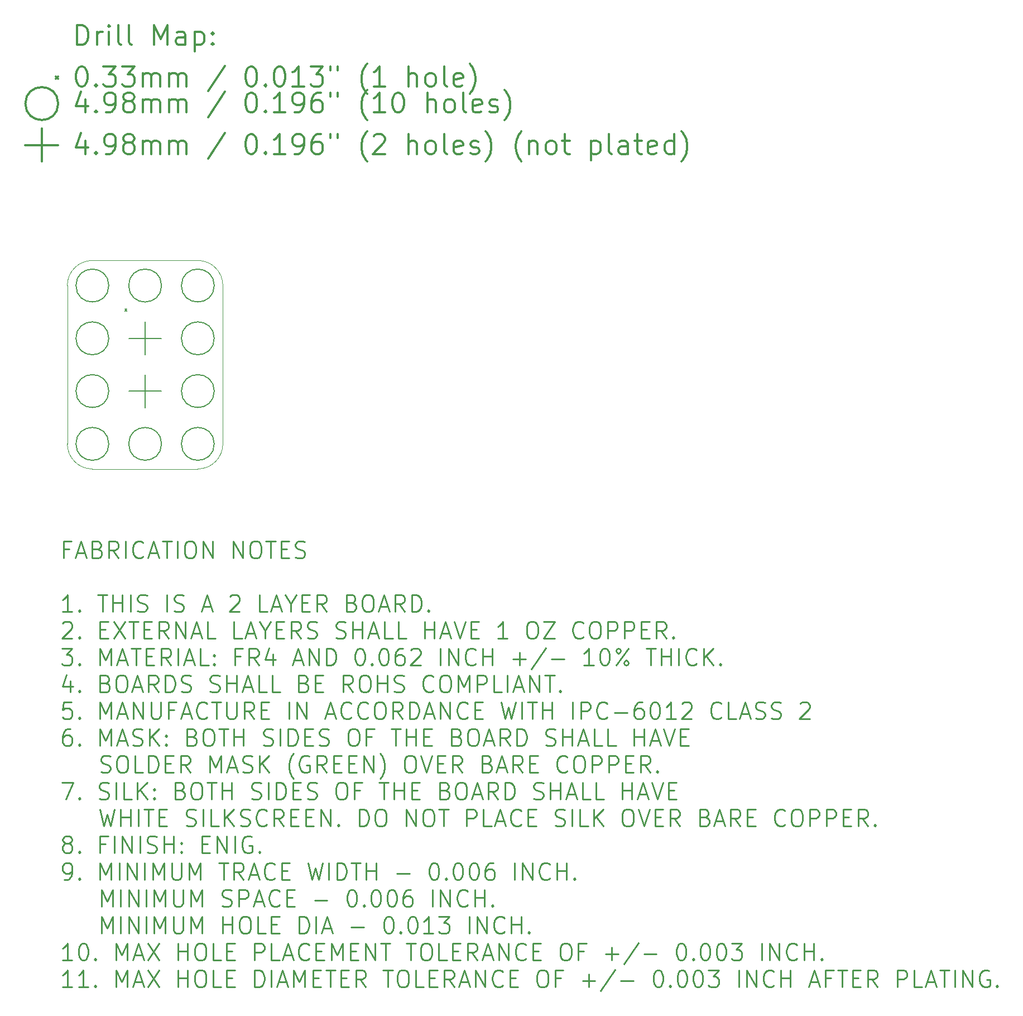
<source format=gbr>
G04 This is an RS-274x file exported by *
G04 gerbv version 2.6.0 *
G04 More information is available about gerbv at *
G04 http://gerbv.gpleda.org/ *
G04 --End of header info--*
%MOIN*%
%FSLAX34Y34*%
%IPPOS*%
G04 --Define apertures--*
%ADD10C,0.0079*%
%ADD11C,0.0118*%
%ADD12C,0.0031*%
%ADD13C,0.0100*%
G04 --Start main section--*
G54D10*
G01X0003976Y-017583D02*
G01X0004106Y-017713D01*
G01X0004106Y-017583D02*
G01X0003976Y-017713D01*
G01X0003021Y-016199D02*
G75*
G03X0003021Y-016199I-000980J0000000D01*
G01X0003021Y-019348D02*
G75*
G03X0003021Y-019348I-000980J0000000D01*
G01X0003021Y-022498D02*
G75*
G03X0003021Y-022498I-000980J0000000D01*
G01X0003021Y-025648D02*
G75*
G03X0003021Y-025648I-000980J0000000D01*
G01X0006171Y-016199D02*
G75*
G03X0006171Y-016199I-000980J0000000D01*
G01X0006171Y-025648D02*
G75*
G03X0006171Y-025648I-000980J0000000D01*
G01X0009320Y-016199D02*
G75*
G03X0009320Y-016199I-000980J0000000D01*
G01X0009320Y-019348D02*
G75*
G03X0009320Y-019348I-000980J0000000D01*
G01X0009320Y-022498D02*
G75*
G03X0009320Y-022498I-000980J0000000D01*
G01X0009320Y-025648D02*
G75*
G03X0009320Y-025648I-000980J0000000D01*
G01X0005190Y-018367D02*
G01X0005190Y-020328D01*
G01X0004210Y-019348D02*
G01X0006171Y-019348D01*
G01X0005190Y-021518D02*
G01X0005190Y-023478D01*
G01X0004210Y-022498D02*
G01X0006171Y-022498D01*
G54D11*
G01X0001128Y-001834D02*
G01X0001128Y-000652D01*
G01X0001128Y-000652D02*
G01X0001409Y-000652D01*
G01X0001409Y-000652D02*
G01X0001578Y-000709D01*
G01X0001578Y-000709D02*
G01X0001690Y-000821D01*
G01X0001690Y-000821D02*
G01X0001746Y-000934D01*
G01X0001746Y-000934D02*
G01X0001803Y-001159D01*
G01X0001803Y-001159D02*
G01X0001803Y-001327D01*
G01X0001803Y-001327D02*
G01X0001746Y-001552D01*
G01X0001746Y-001552D02*
G01X0001690Y-001665D01*
G01X0001690Y-001665D02*
G01X0001578Y-001777D01*
G01X0001578Y-001777D02*
G01X0001409Y-001834D01*
G01X0001409Y-001834D02*
G01X0001128Y-001834D01*
G01X0002309Y-001834D02*
G01X0002309Y-001046D01*
G01X0002309Y-001271D02*
G01X0002365Y-001159D01*
G01X0002365Y-001159D02*
G01X0002421Y-001102D01*
G01X0002421Y-001102D02*
G01X0002534Y-001046D01*
G01X0002534Y-001046D02*
G01X0002646Y-001046D01*
G01X0003040Y-001834D02*
G01X0003040Y-001046D01*
G01X0003040Y-000652D02*
G01X0002984Y-000709D01*
G01X0002984Y-000709D02*
G01X0003040Y-000765D01*
G01X0003040Y-000765D02*
G01X0003096Y-000709D01*
G01X0003096Y-000709D02*
G01X0003040Y-000652D01*
G01X0003040Y-000652D02*
G01X0003040Y-000765D01*
G01X0003771Y-001834D02*
G01X0003659Y-001777D01*
G01X0003659Y-001777D02*
G01X0003602Y-001665D01*
G01X0003602Y-001665D02*
G01X0003602Y-000652D01*
G01X0004390Y-001834D02*
G01X0004277Y-001777D01*
G01X0004277Y-001777D02*
G01X0004221Y-001665D01*
G01X0004221Y-001665D02*
G01X0004221Y-000652D01*
G01X0005740Y-001834D02*
G01X0005740Y-000652D01*
G01X0005740Y-000652D02*
G01X0006133Y-001496D01*
G01X0006133Y-001496D02*
G01X0006527Y-000652D01*
G01X0006527Y-000652D02*
G01X0006527Y-001834D01*
G01X0007596Y-001834D02*
G01X0007596Y-001215D01*
G01X0007596Y-001215D02*
G01X0007539Y-001102D01*
G01X0007539Y-001102D02*
G01X0007427Y-001046D01*
G01X0007427Y-001046D02*
G01X0007202Y-001046D01*
G01X0007202Y-001046D02*
G01X0007089Y-001102D01*
G01X0007596Y-001777D02*
G01X0007483Y-001834D01*
G01X0007483Y-001834D02*
G01X0007202Y-001834D01*
G01X0007202Y-001834D02*
G01X0007089Y-001777D01*
G01X0007089Y-001777D02*
G01X0007033Y-001665D01*
G01X0007033Y-001665D02*
G01X0007033Y-001552D01*
G01X0007033Y-001552D02*
G01X0007089Y-001440D01*
G01X0007089Y-001440D02*
G01X0007202Y-001384D01*
G01X0007202Y-001384D02*
G01X0007483Y-001384D01*
G01X0007483Y-001384D02*
G01X0007596Y-001327D01*
G01X0008158Y-001046D02*
G01X0008158Y-002227D01*
G01X0008158Y-001102D02*
G01X0008271Y-001046D01*
G01X0008271Y-001046D02*
G01X0008496Y-001046D01*
G01X0008496Y-001046D02*
G01X0008608Y-001102D01*
G01X0008608Y-001102D02*
G01X0008664Y-001159D01*
G01X0008664Y-001159D02*
G01X0008720Y-001271D01*
G01X0008720Y-001271D02*
G01X0008720Y-001609D01*
G01X0008720Y-001609D02*
G01X0008664Y-001721D01*
G01X0008664Y-001721D02*
G01X0008608Y-001777D01*
G01X0008608Y-001777D02*
G01X0008496Y-001834D01*
G01X0008496Y-001834D02*
G01X0008271Y-001834D01*
G01X0008271Y-001834D02*
G01X0008158Y-001777D01*
G01X0009227Y-001721D02*
G01X0009283Y-001777D01*
G01X0009283Y-001777D02*
G01X0009227Y-001834D01*
G01X0009227Y-001834D02*
G01X0009170Y-001777D01*
G01X0009170Y-001777D02*
G01X0009227Y-001721D01*
G01X0009227Y-001721D02*
G01X0009227Y-001834D01*
G01X0009227Y-001102D02*
G01X0009283Y-001159D01*
G01X0009283Y-001159D02*
G01X0009227Y-001215D01*
G01X0009227Y-001215D02*
G01X0009170Y-001159D01*
G01X0009170Y-001159D02*
G01X0009227Y-001102D01*
G01X0009227Y-001102D02*
G01X0009227Y-001215D01*
G01X-000130Y-003715D02*
G01X0000000Y-003845D01*
G01X0000000Y-003715D02*
G01X-000130Y-003845D01*
G01X0001353Y-003133D02*
G01X0001465Y-003133D01*
G01X0001465Y-003133D02*
G01X0001578Y-003189D01*
G01X0001578Y-003189D02*
G01X0001634Y-003245D01*
G01X0001634Y-003245D02*
G01X0001690Y-003358D01*
G01X0001690Y-003358D02*
G01X0001746Y-003583D01*
G01X0001746Y-003583D02*
G01X0001746Y-003864D01*
G01X0001746Y-003864D02*
G01X0001690Y-004089D01*
G01X0001690Y-004089D02*
G01X0001634Y-004201D01*
G01X0001634Y-004201D02*
G01X0001578Y-004258D01*
G01X0001578Y-004258D02*
G01X0001465Y-004314D01*
G01X0001465Y-004314D02*
G01X0001353Y-004314D01*
G01X0001353Y-004314D02*
G01X0001240Y-004258D01*
G01X0001240Y-004258D02*
G01X0001184Y-004201D01*
G01X0001184Y-004201D02*
G01X0001128Y-004089D01*
G01X0001128Y-004089D02*
G01X0001071Y-003864D01*
G01X0001071Y-003864D02*
G01X0001071Y-003583D01*
G01X0001071Y-003583D02*
G01X0001128Y-003358D01*
G01X0001128Y-003358D02*
G01X0001184Y-003245D01*
G01X0001184Y-003245D02*
G01X0001240Y-003189D01*
G01X0001240Y-003189D02*
G01X0001353Y-003133D01*
G01X0002253Y-004201D02*
G01X0002309Y-004258D01*
G01X0002309Y-004258D02*
G01X0002253Y-004314D01*
G01X0002253Y-004314D02*
G01X0002196Y-004258D01*
G01X0002196Y-004258D02*
G01X0002253Y-004201D01*
G01X0002253Y-004201D02*
G01X0002253Y-004314D01*
G01X0002702Y-003133D02*
G01X0003434Y-003133D01*
G01X0003434Y-003133D02*
G01X0003040Y-003583D01*
G01X0003040Y-003583D02*
G01X0003209Y-003583D01*
G01X0003209Y-003583D02*
G01X0003321Y-003639D01*
G01X0003321Y-003639D02*
G01X0003377Y-003695D01*
G01X0003377Y-003695D02*
G01X0003434Y-003808D01*
G01X0003434Y-003808D02*
G01X0003434Y-004089D01*
G01X0003434Y-004089D02*
G01X0003377Y-004201D01*
G01X0003377Y-004201D02*
G01X0003321Y-004258D01*
G01X0003321Y-004258D02*
G01X0003209Y-004314D01*
G01X0003209Y-004314D02*
G01X0002871Y-004314D01*
G01X0002871Y-004314D02*
G01X0002759Y-004258D01*
G01X0002759Y-004258D02*
G01X0002702Y-004201D01*
G01X0003827Y-003133D02*
G01X0004558Y-003133D01*
G01X0004558Y-003133D02*
G01X0004165Y-003583D01*
G01X0004165Y-003583D02*
G01X0004334Y-003583D01*
G01X0004334Y-003583D02*
G01X0004446Y-003639D01*
G01X0004446Y-003639D02*
G01X0004502Y-003695D01*
G01X0004502Y-003695D02*
G01X0004558Y-003808D01*
G01X0004558Y-003808D02*
G01X0004558Y-004089D01*
G01X0004558Y-004089D02*
G01X0004502Y-004201D01*
G01X0004502Y-004201D02*
G01X0004446Y-004258D01*
G01X0004446Y-004258D02*
G01X0004334Y-004314D01*
G01X0004334Y-004314D02*
G01X0003996Y-004314D01*
G01X0003996Y-004314D02*
G01X0003884Y-004258D01*
G01X0003884Y-004258D02*
G01X0003827Y-004201D01*
G01X0005065Y-004314D02*
G01X0005065Y-003526D01*
G01X0005065Y-003639D02*
G01X0005121Y-003583D01*
G01X0005121Y-003583D02*
G01X0005233Y-003526D01*
G01X0005233Y-003526D02*
G01X0005402Y-003526D01*
G01X0005402Y-003526D02*
G01X0005515Y-003583D01*
G01X0005515Y-003583D02*
G01X0005571Y-003695D01*
G01X0005571Y-003695D02*
G01X0005571Y-004314D01*
G01X0005571Y-003695D02*
G01X0005627Y-003583D01*
G01X0005627Y-003583D02*
G01X0005740Y-003526D01*
G01X0005740Y-003526D02*
G01X0005908Y-003526D01*
G01X0005908Y-003526D02*
G01X0006021Y-003583D01*
G01X0006021Y-003583D02*
G01X0006077Y-003695D01*
G01X0006077Y-003695D02*
G01X0006077Y-004314D01*
G01X0006639Y-004314D02*
G01X0006639Y-003526D01*
G01X0006639Y-003639D02*
G01X0006696Y-003583D01*
G01X0006696Y-003583D02*
G01X0006808Y-003526D01*
G01X0006808Y-003526D02*
G01X0006977Y-003526D01*
G01X0006977Y-003526D02*
G01X0007089Y-003583D01*
G01X0007089Y-003583D02*
G01X0007146Y-003695D01*
G01X0007146Y-003695D02*
G01X0007146Y-004314D01*
G01X0007146Y-003695D02*
G01X0007202Y-003583D01*
G01X0007202Y-003583D02*
G01X0007314Y-003526D01*
G01X0007314Y-003526D02*
G01X0007483Y-003526D01*
G01X0007483Y-003526D02*
G01X0007596Y-003583D01*
G01X0007596Y-003583D02*
G01X0007652Y-003695D01*
G01X0007652Y-003695D02*
G01X0007652Y-004314D01*
G01X0009958Y-003076D02*
G01X0008945Y-004595D01*
G01X0011476Y-003133D02*
G01X0011589Y-003133D01*
G01X0011589Y-003133D02*
G01X0011701Y-003189D01*
G01X0011701Y-003189D02*
G01X0011758Y-003245D01*
G01X0011758Y-003245D02*
G01X0011814Y-003358D01*
G01X0011814Y-003358D02*
G01X0011870Y-003583D01*
G01X0011870Y-003583D02*
G01X0011870Y-003864D01*
G01X0011870Y-003864D02*
G01X0011814Y-004089D01*
G01X0011814Y-004089D02*
G01X0011758Y-004201D01*
G01X0011758Y-004201D02*
G01X0011701Y-004258D01*
G01X0011701Y-004258D02*
G01X0011589Y-004314D01*
G01X0011589Y-004314D02*
G01X0011476Y-004314D01*
G01X0011476Y-004314D02*
G01X0011364Y-004258D01*
G01X0011364Y-004258D02*
G01X0011308Y-004201D01*
G01X0011308Y-004201D02*
G01X0011251Y-004089D01*
G01X0011251Y-004089D02*
G01X0011195Y-003864D01*
G01X0011195Y-003864D02*
G01X0011195Y-003583D01*
G01X0011195Y-003583D02*
G01X0011251Y-003358D01*
G01X0011251Y-003358D02*
G01X0011308Y-003245D01*
G01X0011308Y-003245D02*
G01X0011364Y-003189D01*
G01X0011364Y-003189D02*
G01X0011476Y-003133D01*
G01X0012376Y-004201D02*
G01X0012433Y-004258D01*
G01X0012433Y-004258D02*
G01X0012376Y-004314D01*
G01X0012376Y-004314D02*
G01X0012320Y-004258D01*
G01X0012320Y-004258D02*
G01X0012376Y-004201D01*
G01X0012376Y-004201D02*
G01X0012376Y-004314D01*
G01X0013164Y-003133D02*
G01X0013276Y-003133D01*
G01X0013276Y-003133D02*
G01X0013389Y-003189D01*
G01X0013389Y-003189D02*
G01X0013445Y-003245D01*
G01X0013445Y-003245D02*
G01X0013501Y-003358D01*
G01X0013501Y-003358D02*
G01X0013557Y-003583D01*
G01X0013557Y-003583D02*
G01X0013557Y-003864D01*
G01X0013557Y-003864D02*
G01X0013501Y-004089D01*
G01X0013501Y-004089D02*
G01X0013445Y-004201D01*
G01X0013445Y-004201D02*
G01X0013389Y-004258D01*
G01X0013389Y-004258D02*
G01X0013276Y-004314D01*
G01X0013276Y-004314D02*
G01X0013164Y-004314D01*
G01X0013164Y-004314D02*
G01X0013051Y-004258D01*
G01X0013051Y-004258D02*
G01X0012995Y-004201D01*
G01X0012995Y-004201D02*
G01X0012939Y-004089D01*
G01X0012939Y-004089D02*
G01X0012882Y-003864D01*
G01X0012882Y-003864D02*
G01X0012882Y-003583D01*
G01X0012882Y-003583D02*
G01X0012939Y-003358D01*
G01X0012939Y-003358D02*
G01X0012995Y-003245D01*
G01X0012995Y-003245D02*
G01X0013051Y-003189D01*
G01X0013051Y-003189D02*
G01X0013164Y-003133D01*
G01X0014682Y-004314D02*
G01X0014007Y-004314D01*
G01X0014345Y-004314D02*
G01X0014345Y-003133D01*
G01X0014345Y-003133D02*
G01X0014232Y-003301D01*
G01X0014232Y-003301D02*
G01X0014120Y-003414D01*
G01X0014120Y-003414D02*
G01X0014007Y-003470D01*
G01X0015076Y-003133D02*
G01X0015807Y-003133D01*
G01X0015807Y-003133D02*
G01X0015413Y-003583D01*
G01X0015413Y-003583D02*
G01X0015582Y-003583D01*
G01X0015582Y-003583D02*
G01X0015695Y-003639D01*
G01X0015695Y-003639D02*
G01X0015751Y-003695D01*
G01X0015751Y-003695D02*
G01X0015807Y-003808D01*
G01X0015807Y-003808D02*
G01X0015807Y-004089D01*
G01X0015807Y-004089D02*
G01X0015751Y-004201D01*
G01X0015751Y-004201D02*
G01X0015695Y-004258D01*
G01X0015695Y-004258D02*
G01X0015582Y-004314D01*
G01X0015582Y-004314D02*
G01X0015245Y-004314D01*
G01X0015245Y-004314D02*
G01X0015132Y-004258D01*
G01X0015132Y-004258D02*
G01X0015076Y-004201D01*
G01X0016257Y-003133D02*
G01X0016257Y-003358D01*
G01X0016707Y-003133D02*
G01X0016707Y-003358D01*
G01X0018451Y-004764D02*
G01X0018394Y-004708D01*
G01X0018394Y-004708D02*
G01X0018282Y-004539D01*
G01X0018282Y-004539D02*
G01X0018226Y-004426D01*
G01X0018226Y-004426D02*
G01X0018169Y-004258D01*
G01X0018169Y-004258D02*
G01X0018113Y-003976D01*
G01X0018113Y-003976D02*
G01X0018113Y-003751D01*
G01X0018113Y-003751D02*
G01X0018169Y-003470D01*
G01X0018169Y-003470D02*
G01X0018226Y-003301D01*
G01X0018226Y-003301D02*
G01X0018282Y-003189D01*
G01X0018282Y-003189D02*
G01X0018394Y-003020D01*
G01X0018394Y-003020D02*
G01X0018451Y-002964D01*
G01X0019519Y-004314D02*
G01X0018844Y-004314D01*
G01X0019182Y-004314D02*
G01X0019182Y-003133D01*
G01X0019182Y-003133D02*
G01X0019069Y-003301D01*
G01X0019069Y-003301D02*
G01X0018957Y-003414D01*
G01X0018957Y-003414D02*
G01X0018844Y-003470D01*
G01X0020925Y-004314D02*
G01X0020925Y-003133D01*
G01X0021431Y-004314D02*
G01X0021431Y-003695D01*
G01X0021431Y-003695D02*
G01X0021375Y-003583D01*
G01X0021375Y-003583D02*
G01X0021263Y-003526D01*
G01X0021263Y-003526D02*
G01X0021094Y-003526D01*
G01X0021094Y-003526D02*
G01X0020981Y-003583D01*
G01X0020981Y-003583D02*
G01X0020925Y-003639D01*
G01X0022163Y-004314D02*
G01X0022050Y-004258D01*
G01X0022050Y-004258D02*
G01X0021994Y-004201D01*
G01X0021994Y-004201D02*
G01X0021938Y-004089D01*
G01X0021938Y-004089D02*
G01X0021938Y-003751D01*
G01X0021938Y-003751D02*
G01X0021994Y-003639D01*
G01X0021994Y-003639D02*
G01X0022050Y-003583D01*
G01X0022050Y-003583D02*
G01X0022163Y-003526D01*
G01X0022163Y-003526D02*
G01X0022331Y-003526D01*
G01X0022331Y-003526D02*
G01X0022444Y-003583D01*
G01X0022444Y-003583D02*
G01X0022500Y-003639D01*
G01X0022500Y-003639D02*
G01X0022556Y-003751D01*
G01X0022556Y-003751D02*
G01X0022556Y-004089D01*
G01X0022556Y-004089D02*
G01X0022500Y-004201D01*
G01X0022500Y-004201D02*
G01X0022444Y-004258D01*
G01X0022444Y-004258D02*
G01X0022331Y-004314D01*
G01X0022331Y-004314D02*
G01X0022163Y-004314D01*
G01X0023231Y-004314D02*
G01X0023119Y-004258D01*
G01X0023119Y-004258D02*
G01X0023062Y-004145D01*
G01X0023062Y-004145D02*
G01X0023062Y-003133D01*
G01X0024131Y-004258D02*
G01X0024019Y-004314D01*
G01X0024019Y-004314D02*
G01X0023794Y-004314D01*
G01X0023794Y-004314D02*
G01X0023681Y-004258D01*
G01X0023681Y-004258D02*
G01X0023625Y-004145D01*
G01X0023625Y-004145D02*
G01X0023625Y-003695D01*
G01X0023625Y-003695D02*
G01X0023681Y-003583D01*
G01X0023681Y-003583D02*
G01X0023794Y-003526D01*
G01X0023794Y-003526D02*
G01X0024019Y-003526D01*
G01X0024019Y-003526D02*
G01X0024131Y-003583D01*
G01X0024131Y-003583D02*
G01X0024187Y-003695D01*
G01X0024187Y-003695D02*
G01X0024187Y-003808D01*
G01X0024187Y-003808D02*
G01X0023625Y-003920D01*
G01X0024581Y-004764D02*
G01X0024637Y-004708D01*
G01X0024637Y-004708D02*
G01X0024750Y-004539D01*
G01X0024750Y-004539D02*
G01X0024806Y-004426D01*
G01X0024806Y-004426D02*
G01X0024862Y-004258D01*
G01X0024862Y-004258D02*
G01X0024918Y-003976D01*
G01X0024918Y-003976D02*
G01X0024918Y-003751D01*
G01X0024918Y-003751D02*
G01X0024862Y-003470D01*
G01X0024862Y-003470D02*
G01X0024806Y-003301D01*
G01X0024806Y-003301D02*
G01X0024750Y-003189D01*
G01X0024750Y-003189D02*
G01X0024637Y-003020D01*
G01X0024637Y-003020D02*
G01X0024581Y-002964D01*
G01X0000000Y-005339D02*
G75*
G03X0000000Y-005339I-000980J0000000D01*
G01X0001634Y-005085D02*
G01X0001634Y-005873D01*
G01X0001353Y-004636D02*
G01X0001071Y-005479D01*
G01X0001071Y-005479D02*
G01X0001803Y-005479D01*
G01X0002253Y-005760D02*
G01X0002309Y-005817D01*
G01X0002309Y-005817D02*
G01X0002253Y-005873D01*
G01X0002253Y-005873D02*
G01X0002196Y-005817D01*
G01X0002196Y-005817D02*
G01X0002253Y-005760D01*
G01X0002253Y-005760D02*
G01X0002253Y-005873D01*
G01X0002871Y-005873D02*
G01X0003096Y-005873D01*
G01X0003096Y-005873D02*
G01X0003209Y-005817D01*
G01X0003209Y-005817D02*
G01X0003265Y-005760D01*
G01X0003265Y-005760D02*
G01X0003377Y-005592D01*
G01X0003377Y-005592D02*
G01X0003434Y-005367D01*
G01X0003434Y-005367D02*
G01X0003434Y-004917D01*
G01X0003434Y-004917D02*
G01X0003377Y-004804D01*
G01X0003377Y-004804D02*
G01X0003321Y-004748D01*
G01X0003321Y-004748D02*
G01X0003209Y-004692D01*
G01X0003209Y-004692D02*
G01X0002984Y-004692D01*
G01X0002984Y-004692D02*
G01X0002871Y-004748D01*
G01X0002871Y-004748D02*
G01X0002815Y-004804D01*
G01X0002815Y-004804D02*
G01X0002759Y-004917D01*
G01X0002759Y-004917D02*
G01X0002759Y-005198D01*
G01X0002759Y-005198D02*
G01X0002815Y-005310D01*
G01X0002815Y-005310D02*
G01X0002871Y-005367D01*
G01X0002871Y-005367D02*
G01X0002984Y-005423D01*
G01X0002984Y-005423D02*
G01X0003209Y-005423D01*
G01X0003209Y-005423D02*
G01X0003321Y-005367D01*
G01X0003321Y-005367D02*
G01X0003377Y-005310D01*
G01X0003377Y-005310D02*
G01X0003434Y-005198D01*
G01X0004109Y-005198D02*
G01X0003996Y-005142D01*
G01X0003996Y-005142D02*
G01X0003940Y-005085D01*
G01X0003940Y-005085D02*
G01X0003884Y-004973D01*
G01X0003884Y-004973D02*
G01X0003884Y-004917D01*
G01X0003884Y-004917D02*
G01X0003940Y-004804D01*
G01X0003940Y-004804D02*
G01X0003996Y-004748D01*
G01X0003996Y-004748D02*
G01X0004109Y-004692D01*
G01X0004109Y-004692D02*
G01X0004334Y-004692D01*
G01X0004334Y-004692D02*
G01X0004446Y-004748D01*
G01X0004446Y-004748D02*
G01X0004502Y-004804D01*
G01X0004502Y-004804D02*
G01X0004558Y-004917D01*
G01X0004558Y-004917D02*
G01X0004558Y-004973D01*
G01X0004558Y-004973D02*
G01X0004502Y-005085D01*
G01X0004502Y-005085D02*
G01X0004446Y-005142D01*
G01X0004446Y-005142D02*
G01X0004334Y-005198D01*
G01X0004334Y-005198D02*
G01X0004109Y-005198D01*
G01X0004109Y-005198D02*
G01X0003996Y-005254D01*
G01X0003996Y-005254D02*
G01X0003940Y-005310D01*
G01X0003940Y-005310D02*
G01X0003884Y-005423D01*
G01X0003884Y-005423D02*
G01X0003884Y-005648D01*
G01X0003884Y-005648D02*
G01X0003940Y-005760D01*
G01X0003940Y-005760D02*
G01X0003996Y-005817D01*
G01X0003996Y-005817D02*
G01X0004109Y-005873D01*
G01X0004109Y-005873D02*
G01X0004334Y-005873D01*
G01X0004334Y-005873D02*
G01X0004446Y-005817D01*
G01X0004446Y-005817D02*
G01X0004502Y-005760D01*
G01X0004502Y-005760D02*
G01X0004558Y-005648D01*
G01X0004558Y-005648D02*
G01X0004558Y-005423D01*
G01X0004558Y-005423D02*
G01X0004502Y-005310D01*
G01X0004502Y-005310D02*
G01X0004446Y-005254D01*
G01X0004446Y-005254D02*
G01X0004334Y-005198D01*
G01X0005065Y-005873D02*
G01X0005065Y-005085D01*
G01X0005065Y-005198D02*
G01X0005121Y-005142D01*
G01X0005121Y-005142D02*
G01X0005233Y-005085D01*
G01X0005233Y-005085D02*
G01X0005402Y-005085D01*
G01X0005402Y-005085D02*
G01X0005515Y-005142D01*
G01X0005515Y-005142D02*
G01X0005571Y-005254D01*
G01X0005571Y-005254D02*
G01X0005571Y-005873D01*
G01X0005571Y-005254D02*
G01X0005627Y-005142D01*
G01X0005627Y-005142D02*
G01X0005740Y-005085D01*
G01X0005740Y-005085D02*
G01X0005908Y-005085D01*
G01X0005908Y-005085D02*
G01X0006021Y-005142D01*
G01X0006021Y-005142D02*
G01X0006077Y-005254D01*
G01X0006077Y-005254D02*
G01X0006077Y-005873D01*
G01X0006639Y-005873D02*
G01X0006639Y-005085D01*
G01X0006639Y-005198D02*
G01X0006696Y-005142D01*
G01X0006696Y-005142D02*
G01X0006808Y-005085D01*
G01X0006808Y-005085D02*
G01X0006977Y-005085D01*
G01X0006977Y-005085D02*
G01X0007089Y-005142D01*
G01X0007089Y-005142D02*
G01X0007146Y-005254D01*
G01X0007146Y-005254D02*
G01X0007146Y-005873D01*
G01X0007146Y-005254D02*
G01X0007202Y-005142D01*
G01X0007202Y-005142D02*
G01X0007314Y-005085D01*
G01X0007314Y-005085D02*
G01X0007483Y-005085D01*
G01X0007483Y-005085D02*
G01X0007596Y-005142D01*
G01X0007596Y-005142D02*
G01X0007652Y-005254D01*
G01X0007652Y-005254D02*
G01X0007652Y-005873D01*
G01X0009958Y-004636D02*
G01X0008945Y-006154D01*
G01X0011476Y-004692D02*
G01X0011589Y-004692D01*
G01X0011589Y-004692D02*
G01X0011701Y-004748D01*
G01X0011701Y-004748D02*
G01X0011758Y-004804D01*
G01X0011758Y-004804D02*
G01X0011814Y-004917D01*
G01X0011814Y-004917D02*
G01X0011870Y-005142D01*
G01X0011870Y-005142D02*
G01X0011870Y-005423D01*
G01X0011870Y-005423D02*
G01X0011814Y-005648D01*
G01X0011814Y-005648D02*
G01X0011758Y-005760D01*
G01X0011758Y-005760D02*
G01X0011701Y-005817D01*
G01X0011701Y-005817D02*
G01X0011589Y-005873D01*
G01X0011589Y-005873D02*
G01X0011476Y-005873D01*
G01X0011476Y-005873D02*
G01X0011364Y-005817D01*
G01X0011364Y-005817D02*
G01X0011308Y-005760D01*
G01X0011308Y-005760D02*
G01X0011251Y-005648D01*
G01X0011251Y-005648D02*
G01X0011195Y-005423D01*
G01X0011195Y-005423D02*
G01X0011195Y-005142D01*
G01X0011195Y-005142D02*
G01X0011251Y-004917D01*
G01X0011251Y-004917D02*
G01X0011308Y-004804D01*
G01X0011308Y-004804D02*
G01X0011364Y-004748D01*
G01X0011364Y-004748D02*
G01X0011476Y-004692D01*
G01X0012376Y-005760D02*
G01X0012433Y-005817D01*
G01X0012433Y-005817D02*
G01X0012376Y-005873D01*
G01X0012376Y-005873D02*
G01X0012320Y-005817D01*
G01X0012320Y-005817D02*
G01X0012376Y-005760D01*
G01X0012376Y-005760D02*
G01X0012376Y-005873D01*
G01X0013557Y-005873D02*
G01X0012882Y-005873D01*
G01X0013220Y-005873D02*
G01X0013220Y-004692D01*
G01X0013220Y-004692D02*
G01X0013107Y-004861D01*
G01X0013107Y-004861D02*
G01X0012995Y-004973D01*
G01X0012995Y-004973D02*
G01X0012882Y-005029D01*
G01X0014120Y-005873D02*
G01X0014345Y-005873D01*
G01X0014345Y-005873D02*
G01X0014457Y-005817D01*
G01X0014457Y-005817D02*
G01X0014513Y-005760D01*
G01X0014513Y-005760D02*
G01X0014626Y-005592D01*
G01X0014626Y-005592D02*
G01X0014682Y-005367D01*
G01X0014682Y-005367D02*
G01X0014682Y-004917D01*
G01X0014682Y-004917D02*
G01X0014626Y-004804D01*
G01X0014626Y-004804D02*
G01X0014570Y-004748D01*
G01X0014570Y-004748D02*
G01X0014457Y-004692D01*
G01X0014457Y-004692D02*
G01X0014232Y-004692D01*
G01X0014232Y-004692D02*
G01X0014120Y-004748D01*
G01X0014120Y-004748D02*
G01X0014064Y-004804D01*
G01X0014064Y-004804D02*
G01X0014007Y-004917D01*
G01X0014007Y-004917D02*
G01X0014007Y-005198D01*
G01X0014007Y-005198D02*
G01X0014064Y-005310D01*
G01X0014064Y-005310D02*
G01X0014120Y-005367D01*
G01X0014120Y-005367D02*
G01X0014232Y-005423D01*
G01X0014232Y-005423D02*
G01X0014457Y-005423D01*
G01X0014457Y-005423D02*
G01X0014570Y-005367D01*
G01X0014570Y-005367D02*
G01X0014626Y-005310D01*
G01X0014626Y-005310D02*
G01X0014682Y-005198D01*
G01X0015695Y-004692D02*
G01X0015470Y-004692D01*
G01X0015470Y-004692D02*
G01X0015357Y-004748D01*
G01X0015357Y-004748D02*
G01X0015301Y-004804D01*
G01X0015301Y-004804D02*
G01X0015188Y-004973D01*
G01X0015188Y-004973D02*
G01X0015132Y-005198D01*
G01X0015132Y-005198D02*
G01X0015132Y-005648D01*
G01X0015132Y-005648D02*
G01X0015188Y-005760D01*
G01X0015188Y-005760D02*
G01X0015245Y-005817D01*
G01X0015245Y-005817D02*
G01X0015357Y-005873D01*
G01X0015357Y-005873D02*
G01X0015582Y-005873D01*
G01X0015582Y-005873D02*
G01X0015695Y-005817D01*
G01X0015695Y-005817D02*
G01X0015751Y-005760D01*
G01X0015751Y-005760D02*
G01X0015807Y-005648D01*
G01X0015807Y-005648D02*
G01X0015807Y-005367D01*
G01X0015807Y-005367D02*
G01X0015751Y-005254D01*
G01X0015751Y-005254D02*
G01X0015695Y-005198D01*
G01X0015695Y-005198D02*
G01X0015582Y-005142D01*
G01X0015582Y-005142D02*
G01X0015357Y-005142D01*
G01X0015357Y-005142D02*
G01X0015245Y-005198D01*
G01X0015245Y-005198D02*
G01X0015188Y-005254D01*
G01X0015188Y-005254D02*
G01X0015132Y-005367D01*
G01X0016257Y-004692D02*
G01X0016257Y-004917D01*
G01X0016707Y-004692D02*
G01X0016707Y-004917D01*
G01X0018451Y-006323D02*
G01X0018394Y-006267D01*
G01X0018394Y-006267D02*
G01X0018282Y-006098D01*
G01X0018282Y-006098D02*
G01X0018226Y-005985D01*
G01X0018226Y-005985D02*
G01X0018169Y-005817D01*
G01X0018169Y-005817D02*
G01X0018113Y-005535D01*
G01X0018113Y-005535D02*
G01X0018113Y-005310D01*
G01X0018113Y-005310D02*
G01X0018169Y-005029D01*
G01X0018169Y-005029D02*
G01X0018226Y-004861D01*
G01X0018226Y-004861D02*
G01X0018282Y-004748D01*
G01X0018282Y-004748D02*
G01X0018394Y-004579D01*
G01X0018394Y-004579D02*
G01X0018451Y-004523D01*
G01X0019519Y-005873D02*
G01X0018844Y-005873D01*
G01X0019182Y-005873D02*
G01X0019182Y-004692D01*
G01X0019182Y-004692D02*
G01X0019069Y-004861D01*
G01X0019069Y-004861D02*
G01X0018957Y-004973D01*
G01X0018957Y-004973D02*
G01X0018844Y-005029D01*
G01X0020250Y-004692D02*
G01X0020363Y-004692D01*
G01X0020363Y-004692D02*
G01X0020475Y-004748D01*
G01X0020475Y-004748D02*
G01X0020531Y-004804D01*
G01X0020531Y-004804D02*
G01X0020588Y-004917D01*
G01X0020588Y-004917D02*
G01X0020644Y-005142D01*
G01X0020644Y-005142D02*
G01X0020644Y-005423D01*
G01X0020644Y-005423D02*
G01X0020588Y-005648D01*
G01X0020588Y-005648D02*
G01X0020531Y-005760D01*
G01X0020531Y-005760D02*
G01X0020475Y-005817D01*
G01X0020475Y-005817D02*
G01X0020363Y-005873D01*
G01X0020363Y-005873D02*
G01X0020250Y-005873D01*
G01X0020250Y-005873D02*
G01X0020138Y-005817D01*
G01X0020138Y-005817D02*
G01X0020082Y-005760D01*
G01X0020082Y-005760D02*
G01X0020025Y-005648D01*
G01X0020025Y-005648D02*
G01X0019969Y-005423D01*
G01X0019969Y-005423D02*
G01X0019969Y-005142D01*
G01X0019969Y-005142D02*
G01X0020025Y-004917D01*
G01X0020025Y-004917D02*
G01X0020082Y-004804D01*
G01X0020082Y-004804D02*
G01X0020138Y-004748D01*
G01X0020138Y-004748D02*
G01X0020250Y-004692D01*
G01X0022050Y-005873D02*
G01X0022050Y-004692D01*
G01X0022556Y-005873D02*
G01X0022556Y-005254D01*
G01X0022556Y-005254D02*
G01X0022500Y-005142D01*
G01X0022500Y-005142D02*
G01X0022388Y-005085D01*
G01X0022388Y-005085D02*
G01X0022219Y-005085D01*
G01X0022219Y-005085D02*
G01X0022106Y-005142D01*
G01X0022106Y-005142D02*
G01X0022050Y-005198D01*
G01X0023287Y-005873D02*
G01X0023175Y-005817D01*
G01X0023175Y-005817D02*
G01X0023119Y-005760D01*
G01X0023119Y-005760D02*
G01X0023062Y-005648D01*
G01X0023062Y-005648D02*
G01X0023062Y-005310D01*
G01X0023062Y-005310D02*
G01X0023119Y-005198D01*
G01X0023119Y-005198D02*
G01X0023175Y-005142D01*
G01X0023175Y-005142D02*
G01X0023287Y-005085D01*
G01X0023287Y-005085D02*
G01X0023456Y-005085D01*
G01X0023456Y-005085D02*
G01X0023569Y-005142D01*
G01X0023569Y-005142D02*
G01X0023625Y-005198D01*
G01X0023625Y-005198D02*
G01X0023681Y-005310D01*
G01X0023681Y-005310D02*
G01X0023681Y-005648D01*
G01X0023681Y-005648D02*
G01X0023625Y-005760D01*
G01X0023625Y-005760D02*
G01X0023569Y-005817D01*
G01X0023569Y-005817D02*
G01X0023456Y-005873D01*
G01X0023456Y-005873D02*
G01X0023287Y-005873D01*
G01X0024356Y-005873D02*
G01X0024244Y-005817D01*
G01X0024244Y-005817D02*
G01X0024187Y-005704D01*
G01X0024187Y-005704D02*
G01X0024187Y-004692D01*
G01X0025256Y-005817D02*
G01X0025143Y-005873D01*
G01X0025143Y-005873D02*
G01X0024918Y-005873D01*
G01X0024918Y-005873D02*
G01X0024806Y-005817D01*
G01X0024806Y-005817D02*
G01X0024750Y-005704D01*
G01X0024750Y-005704D02*
G01X0024750Y-005254D01*
G01X0024750Y-005254D02*
G01X0024806Y-005142D01*
G01X0024806Y-005142D02*
G01X0024918Y-005085D01*
G01X0024918Y-005085D02*
G01X0025143Y-005085D01*
G01X0025143Y-005085D02*
G01X0025256Y-005142D01*
G01X0025256Y-005142D02*
G01X0025312Y-005254D01*
G01X0025312Y-005254D02*
G01X0025312Y-005367D01*
G01X0025312Y-005367D02*
G01X0024750Y-005479D01*
G01X0025762Y-005817D02*
G01X0025875Y-005873D01*
G01X0025875Y-005873D02*
G01X0026100Y-005873D01*
G01X0026100Y-005873D02*
G01X0026212Y-005817D01*
G01X0026212Y-005817D02*
G01X0026268Y-005704D01*
G01X0026268Y-005704D02*
G01X0026268Y-005648D01*
G01X0026268Y-005648D02*
G01X0026212Y-005535D01*
G01X0026212Y-005535D02*
G01X0026100Y-005479D01*
G01X0026100Y-005479D02*
G01X0025931Y-005479D01*
G01X0025931Y-005479D02*
G01X0025818Y-005423D01*
G01X0025818Y-005423D02*
G01X0025762Y-005310D01*
G01X0025762Y-005310D02*
G01X0025762Y-005254D01*
G01X0025762Y-005254D02*
G01X0025818Y-005142D01*
G01X0025818Y-005142D02*
G01X0025931Y-005085D01*
G01X0025931Y-005085D02*
G01X0026100Y-005085D01*
G01X0026100Y-005085D02*
G01X0026212Y-005142D01*
G01X0026662Y-006323D02*
G01X0026718Y-006267D01*
G01X0026718Y-006267D02*
G01X0026831Y-006098D01*
G01X0026831Y-006098D02*
G01X0026887Y-005985D01*
G01X0026887Y-005985D02*
G01X0026943Y-005817D01*
G01X0026943Y-005817D02*
G01X0026999Y-005535D01*
G01X0026999Y-005535D02*
G01X0026999Y-005310D01*
G01X0026999Y-005310D02*
G01X0026943Y-005029D01*
G01X0026943Y-005029D02*
G01X0026887Y-004861D01*
G01X0026887Y-004861D02*
G01X0026831Y-004748D01*
G01X0026831Y-004748D02*
G01X0026718Y-004579D01*
G01X0026718Y-004579D02*
G01X0026662Y-004523D01*
G01X-000980Y-006831D02*
G01X-000980Y-008791D01*
G01X-001961Y-007811D02*
G01X0000000Y-007811D01*
G01X0001634Y-007558D02*
G01X0001634Y-008345D01*
G01X0001353Y-007108D02*
G01X0001071Y-007952D01*
G01X0001071Y-007952D02*
G01X0001803Y-007952D01*
G01X0002253Y-008233D02*
G01X0002309Y-008289D01*
G01X0002309Y-008289D02*
G01X0002253Y-008345D01*
G01X0002253Y-008345D02*
G01X0002196Y-008289D01*
G01X0002196Y-008289D02*
G01X0002253Y-008233D01*
G01X0002253Y-008233D02*
G01X0002253Y-008345D01*
G01X0002871Y-008345D02*
G01X0003096Y-008345D01*
G01X0003096Y-008345D02*
G01X0003209Y-008289D01*
G01X0003209Y-008289D02*
G01X0003265Y-008233D01*
G01X0003265Y-008233D02*
G01X0003377Y-008064D01*
G01X0003377Y-008064D02*
G01X0003434Y-007839D01*
G01X0003434Y-007839D02*
G01X0003434Y-007389D01*
G01X0003434Y-007389D02*
G01X0003377Y-007277D01*
G01X0003377Y-007277D02*
G01X0003321Y-007220D01*
G01X0003321Y-007220D02*
G01X0003209Y-007164D01*
G01X0003209Y-007164D02*
G01X0002984Y-007164D01*
G01X0002984Y-007164D02*
G01X0002871Y-007220D01*
G01X0002871Y-007220D02*
G01X0002815Y-007277D01*
G01X0002815Y-007277D02*
G01X0002759Y-007389D01*
G01X0002759Y-007389D02*
G01X0002759Y-007670D01*
G01X0002759Y-007670D02*
G01X0002815Y-007783D01*
G01X0002815Y-007783D02*
G01X0002871Y-007839D01*
G01X0002871Y-007839D02*
G01X0002984Y-007895D01*
G01X0002984Y-007895D02*
G01X0003209Y-007895D01*
G01X0003209Y-007895D02*
G01X0003321Y-007839D01*
G01X0003321Y-007839D02*
G01X0003377Y-007783D01*
G01X0003377Y-007783D02*
G01X0003434Y-007670D01*
G01X0004109Y-007670D02*
G01X0003996Y-007614D01*
G01X0003996Y-007614D02*
G01X0003940Y-007558D01*
G01X0003940Y-007558D02*
G01X0003884Y-007445D01*
G01X0003884Y-007445D02*
G01X0003884Y-007389D01*
G01X0003884Y-007389D02*
G01X0003940Y-007277D01*
G01X0003940Y-007277D02*
G01X0003996Y-007220D01*
G01X0003996Y-007220D02*
G01X0004109Y-007164D01*
G01X0004109Y-007164D02*
G01X0004334Y-007164D01*
G01X0004334Y-007164D02*
G01X0004446Y-007220D01*
G01X0004446Y-007220D02*
G01X0004502Y-007277D01*
G01X0004502Y-007277D02*
G01X0004558Y-007389D01*
G01X0004558Y-007389D02*
G01X0004558Y-007445D01*
G01X0004558Y-007445D02*
G01X0004502Y-007558D01*
G01X0004502Y-007558D02*
G01X0004446Y-007614D01*
G01X0004446Y-007614D02*
G01X0004334Y-007670D01*
G01X0004334Y-007670D02*
G01X0004109Y-007670D01*
G01X0004109Y-007670D02*
G01X0003996Y-007727D01*
G01X0003996Y-007727D02*
G01X0003940Y-007783D01*
G01X0003940Y-007783D02*
G01X0003884Y-007895D01*
G01X0003884Y-007895D02*
G01X0003884Y-008120D01*
G01X0003884Y-008120D02*
G01X0003940Y-008233D01*
G01X0003940Y-008233D02*
G01X0003996Y-008289D01*
G01X0003996Y-008289D02*
G01X0004109Y-008345D01*
G01X0004109Y-008345D02*
G01X0004334Y-008345D01*
G01X0004334Y-008345D02*
G01X0004446Y-008289D01*
G01X0004446Y-008289D02*
G01X0004502Y-008233D01*
G01X0004502Y-008233D02*
G01X0004558Y-008120D01*
G01X0004558Y-008120D02*
G01X0004558Y-007895D01*
G01X0004558Y-007895D02*
G01X0004502Y-007783D01*
G01X0004502Y-007783D02*
G01X0004446Y-007727D01*
G01X0004446Y-007727D02*
G01X0004334Y-007670D01*
G01X0005065Y-008345D02*
G01X0005065Y-007558D01*
G01X0005065Y-007670D02*
G01X0005121Y-007614D01*
G01X0005121Y-007614D02*
G01X0005233Y-007558D01*
G01X0005233Y-007558D02*
G01X0005402Y-007558D01*
G01X0005402Y-007558D02*
G01X0005515Y-007614D01*
G01X0005515Y-007614D02*
G01X0005571Y-007727D01*
G01X0005571Y-007727D02*
G01X0005571Y-008345D01*
G01X0005571Y-007727D02*
G01X0005627Y-007614D01*
G01X0005627Y-007614D02*
G01X0005740Y-007558D01*
G01X0005740Y-007558D02*
G01X0005908Y-007558D01*
G01X0005908Y-007558D02*
G01X0006021Y-007614D01*
G01X0006021Y-007614D02*
G01X0006077Y-007727D01*
G01X0006077Y-007727D02*
G01X0006077Y-008345D01*
G01X0006639Y-008345D02*
G01X0006639Y-007558D01*
G01X0006639Y-007670D02*
G01X0006696Y-007614D01*
G01X0006696Y-007614D02*
G01X0006808Y-007558D01*
G01X0006808Y-007558D02*
G01X0006977Y-007558D01*
G01X0006977Y-007558D02*
G01X0007089Y-007614D01*
G01X0007089Y-007614D02*
G01X0007146Y-007727D01*
G01X0007146Y-007727D02*
G01X0007146Y-008345D01*
G01X0007146Y-007727D02*
G01X0007202Y-007614D01*
G01X0007202Y-007614D02*
G01X0007314Y-007558D01*
G01X0007314Y-007558D02*
G01X0007483Y-007558D01*
G01X0007483Y-007558D02*
G01X0007596Y-007614D01*
G01X0007596Y-007614D02*
G01X0007652Y-007727D01*
G01X0007652Y-007727D02*
G01X0007652Y-008345D01*
G01X0009958Y-007108D02*
G01X0008945Y-008627D01*
G01X0011476Y-007164D02*
G01X0011589Y-007164D01*
G01X0011589Y-007164D02*
G01X0011701Y-007220D01*
G01X0011701Y-007220D02*
G01X0011758Y-007277D01*
G01X0011758Y-007277D02*
G01X0011814Y-007389D01*
G01X0011814Y-007389D02*
G01X0011870Y-007614D01*
G01X0011870Y-007614D02*
G01X0011870Y-007895D01*
G01X0011870Y-007895D02*
G01X0011814Y-008120D01*
G01X0011814Y-008120D02*
G01X0011758Y-008233D01*
G01X0011758Y-008233D02*
G01X0011701Y-008289D01*
G01X0011701Y-008289D02*
G01X0011589Y-008345D01*
G01X0011589Y-008345D02*
G01X0011476Y-008345D01*
G01X0011476Y-008345D02*
G01X0011364Y-008289D01*
G01X0011364Y-008289D02*
G01X0011308Y-008233D01*
G01X0011308Y-008233D02*
G01X0011251Y-008120D01*
G01X0011251Y-008120D02*
G01X0011195Y-007895D01*
G01X0011195Y-007895D02*
G01X0011195Y-007614D01*
G01X0011195Y-007614D02*
G01X0011251Y-007389D01*
G01X0011251Y-007389D02*
G01X0011308Y-007277D01*
G01X0011308Y-007277D02*
G01X0011364Y-007220D01*
G01X0011364Y-007220D02*
G01X0011476Y-007164D01*
G01X0012376Y-008233D02*
G01X0012433Y-008289D01*
G01X0012433Y-008289D02*
G01X0012376Y-008345D01*
G01X0012376Y-008345D02*
G01X0012320Y-008289D01*
G01X0012320Y-008289D02*
G01X0012376Y-008233D01*
G01X0012376Y-008233D02*
G01X0012376Y-008345D01*
G01X0013557Y-008345D02*
G01X0012882Y-008345D01*
G01X0013220Y-008345D02*
G01X0013220Y-007164D01*
G01X0013220Y-007164D02*
G01X0013107Y-007333D01*
G01X0013107Y-007333D02*
G01X0012995Y-007445D01*
G01X0012995Y-007445D02*
G01X0012882Y-007502D01*
G01X0014120Y-008345D02*
G01X0014345Y-008345D01*
G01X0014345Y-008345D02*
G01X0014457Y-008289D01*
G01X0014457Y-008289D02*
G01X0014513Y-008233D01*
G01X0014513Y-008233D02*
G01X0014626Y-008064D01*
G01X0014626Y-008064D02*
G01X0014682Y-007839D01*
G01X0014682Y-007839D02*
G01X0014682Y-007389D01*
G01X0014682Y-007389D02*
G01X0014626Y-007277D01*
G01X0014626Y-007277D02*
G01X0014570Y-007220D01*
G01X0014570Y-007220D02*
G01X0014457Y-007164D01*
G01X0014457Y-007164D02*
G01X0014232Y-007164D01*
G01X0014232Y-007164D02*
G01X0014120Y-007220D01*
G01X0014120Y-007220D02*
G01X0014064Y-007277D01*
G01X0014064Y-007277D02*
G01X0014007Y-007389D01*
G01X0014007Y-007389D02*
G01X0014007Y-007670D01*
G01X0014007Y-007670D02*
G01X0014064Y-007783D01*
G01X0014064Y-007783D02*
G01X0014120Y-007839D01*
G01X0014120Y-007839D02*
G01X0014232Y-007895D01*
G01X0014232Y-007895D02*
G01X0014457Y-007895D01*
G01X0014457Y-007895D02*
G01X0014570Y-007839D01*
G01X0014570Y-007839D02*
G01X0014626Y-007783D01*
G01X0014626Y-007783D02*
G01X0014682Y-007670D01*
G01X0015695Y-007164D02*
G01X0015470Y-007164D01*
G01X0015470Y-007164D02*
G01X0015357Y-007220D01*
G01X0015357Y-007220D02*
G01X0015301Y-007277D01*
G01X0015301Y-007277D02*
G01X0015188Y-007445D01*
G01X0015188Y-007445D02*
G01X0015132Y-007670D01*
G01X0015132Y-007670D02*
G01X0015132Y-008120D01*
G01X0015132Y-008120D02*
G01X0015188Y-008233D01*
G01X0015188Y-008233D02*
G01X0015245Y-008289D01*
G01X0015245Y-008289D02*
G01X0015357Y-008345D01*
G01X0015357Y-008345D02*
G01X0015582Y-008345D01*
G01X0015582Y-008345D02*
G01X0015695Y-008289D01*
G01X0015695Y-008289D02*
G01X0015751Y-008233D01*
G01X0015751Y-008233D02*
G01X0015807Y-008120D01*
G01X0015807Y-008120D02*
G01X0015807Y-007839D01*
G01X0015807Y-007839D02*
G01X0015751Y-007727D01*
G01X0015751Y-007727D02*
G01X0015695Y-007670D01*
G01X0015695Y-007670D02*
G01X0015582Y-007614D01*
G01X0015582Y-007614D02*
G01X0015357Y-007614D01*
G01X0015357Y-007614D02*
G01X0015245Y-007670D01*
G01X0015245Y-007670D02*
G01X0015188Y-007727D01*
G01X0015188Y-007727D02*
G01X0015132Y-007839D01*
G01X0016257Y-007164D02*
G01X0016257Y-007389D01*
G01X0016707Y-007164D02*
G01X0016707Y-007389D01*
G01X0018451Y-008795D02*
G01X0018394Y-008739D01*
G01X0018394Y-008739D02*
G01X0018282Y-008570D01*
G01X0018282Y-008570D02*
G01X0018226Y-008458D01*
G01X0018226Y-008458D02*
G01X0018169Y-008289D01*
G01X0018169Y-008289D02*
G01X0018113Y-008008D01*
G01X0018113Y-008008D02*
G01X0018113Y-007783D01*
G01X0018113Y-007783D02*
G01X0018169Y-007502D01*
G01X0018169Y-007502D02*
G01X0018226Y-007333D01*
G01X0018226Y-007333D02*
G01X0018282Y-007220D01*
G01X0018282Y-007220D02*
G01X0018394Y-007052D01*
G01X0018394Y-007052D02*
G01X0018451Y-006995D01*
G01X0018844Y-007277D02*
G01X0018900Y-007220D01*
G01X0018900Y-007220D02*
G01X0019013Y-007164D01*
G01X0019013Y-007164D02*
G01X0019294Y-007164D01*
G01X0019294Y-007164D02*
G01X0019407Y-007220D01*
G01X0019407Y-007220D02*
G01X0019463Y-007277D01*
G01X0019463Y-007277D02*
G01X0019519Y-007389D01*
G01X0019519Y-007389D02*
G01X0019519Y-007502D01*
G01X0019519Y-007502D02*
G01X0019463Y-007670D01*
G01X0019463Y-007670D02*
G01X0018788Y-008345D01*
G01X0018788Y-008345D02*
G01X0019519Y-008345D01*
G01X0020925Y-008345D02*
G01X0020925Y-007164D01*
G01X0021431Y-008345D02*
G01X0021431Y-007727D01*
G01X0021431Y-007727D02*
G01X0021375Y-007614D01*
G01X0021375Y-007614D02*
G01X0021263Y-007558D01*
G01X0021263Y-007558D02*
G01X0021094Y-007558D01*
G01X0021094Y-007558D02*
G01X0020981Y-007614D01*
G01X0020981Y-007614D02*
G01X0020925Y-007670D01*
G01X0022163Y-008345D02*
G01X0022050Y-008289D01*
G01X0022050Y-008289D02*
G01X0021994Y-008233D01*
G01X0021994Y-008233D02*
G01X0021938Y-008120D01*
G01X0021938Y-008120D02*
G01X0021938Y-007783D01*
G01X0021938Y-007783D02*
G01X0021994Y-007670D01*
G01X0021994Y-007670D02*
G01X0022050Y-007614D01*
G01X0022050Y-007614D02*
G01X0022163Y-007558D01*
G01X0022163Y-007558D02*
G01X0022331Y-007558D01*
G01X0022331Y-007558D02*
G01X0022444Y-007614D01*
G01X0022444Y-007614D02*
G01X0022500Y-007670D01*
G01X0022500Y-007670D02*
G01X0022556Y-007783D01*
G01X0022556Y-007783D02*
G01X0022556Y-008120D01*
G01X0022556Y-008120D02*
G01X0022500Y-008233D01*
G01X0022500Y-008233D02*
G01X0022444Y-008289D01*
G01X0022444Y-008289D02*
G01X0022331Y-008345D01*
G01X0022331Y-008345D02*
G01X0022163Y-008345D01*
G01X0023231Y-008345D02*
G01X0023119Y-008289D01*
G01X0023119Y-008289D02*
G01X0023062Y-008177D01*
G01X0023062Y-008177D02*
G01X0023062Y-007164D01*
G01X0024131Y-008289D02*
G01X0024019Y-008345D01*
G01X0024019Y-008345D02*
G01X0023794Y-008345D01*
G01X0023794Y-008345D02*
G01X0023681Y-008289D01*
G01X0023681Y-008289D02*
G01X0023625Y-008177D01*
G01X0023625Y-008177D02*
G01X0023625Y-007727D01*
G01X0023625Y-007727D02*
G01X0023681Y-007614D01*
G01X0023681Y-007614D02*
G01X0023794Y-007558D01*
G01X0023794Y-007558D02*
G01X0024019Y-007558D01*
G01X0024019Y-007558D02*
G01X0024131Y-007614D01*
G01X0024131Y-007614D02*
G01X0024187Y-007727D01*
G01X0024187Y-007727D02*
G01X0024187Y-007839D01*
G01X0024187Y-007839D02*
G01X0023625Y-007952D01*
G01X0024637Y-008289D02*
G01X0024750Y-008345D01*
G01X0024750Y-008345D02*
G01X0024975Y-008345D01*
G01X0024975Y-008345D02*
G01X0025087Y-008289D01*
G01X0025087Y-008289D02*
G01X0025143Y-008177D01*
G01X0025143Y-008177D02*
G01X0025143Y-008120D01*
G01X0025143Y-008120D02*
G01X0025087Y-008008D01*
G01X0025087Y-008008D02*
G01X0024975Y-007952D01*
G01X0024975Y-007952D02*
G01X0024806Y-007952D01*
G01X0024806Y-007952D02*
G01X0024693Y-007895D01*
G01X0024693Y-007895D02*
G01X0024637Y-007783D01*
G01X0024637Y-007783D02*
G01X0024637Y-007727D01*
G01X0024637Y-007727D02*
G01X0024693Y-007614D01*
G01X0024693Y-007614D02*
G01X0024806Y-007558D01*
G01X0024806Y-007558D02*
G01X0024975Y-007558D01*
G01X0024975Y-007558D02*
G01X0025087Y-007614D01*
G01X0025537Y-008795D02*
G01X0025593Y-008739D01*
G01X0025593Y-008739D02*
G01X0025706Y-008570D01*
G01X0025706Y-008570D02*
G01X0025762Y-008458D01*
G01X0025762Y-008458D02*
G01X0025818Y-008289D01*
G01X0025818Y-008289D02*
G01X0025875Y-008008D01*
G01X0025875Y-008008D02*
G01X0025875Y-007783D01*
G01X0025875Y-007783D02*
G01X0025818Y-007502D01*
G01X0025818Y-007502D02*
G01X0025762Y-007333D01*
G01X0025762Y-007333D02*
G01X0025706Y-007220D01*
G01X0025706Y-007220D02*
G01X0025593Y-007052D01*
G01X0025593Y-007052D02*
G01X0025537Y-006995D01*
G01X0027674Y-008795D02*
G01X0027618Y-008739D01*
G01X0027618Y-008739D02*
G01X0027506Y-008570D01*
G01X0027506Y-008570D02*
G01X0027449Y-008458D01*
G01X0027449Y-008458D02*
G01X0027393Y-008289D01*
G01X0027393Y-008289D02*
G01X0027337Y-008008D01*
G01X0027337Y-008008D02*
G01X0027337Y-007783D01*
G01X0027337Y-007783D02*
G01X0027393Y-007502D01*
G01X0027393Y-007502D02*
G01X0027449Y-007333D01*
G01X0027449Y-007333D02*
G01X0027506Y-007220D01*
G01X0027506Y-007220D02*
G01X0027618Y-007052D01*
G01X0027618Y-007052D02*
G01X0027674Y-006995D01*
G01X0028124Y-007558D02*
G01X0028124Y-008345D01*
G01X0028124Y-007670D02*
G01X0028181Y-007614D01*
G01X0028181Y-007614D02*
G01X0028293Y-007558D01*
G01X0028293Y-007558D02*
G01X0028462Y-007558D01*
G01X0028462Y-007558D02*
G01X0028574Y-007614D01*
G01X0028574Y-007614D02*
G01X0028630Y-007727D01*
G01X0028630Y-007727D02*
G01X0028630Y-008345D01*
G01X0029362Y-008345D02*
G01X0029249Y-008289D01*
G01X0029249Y-008289D02*
G01X0029193Y-008233D01*
G01X0029193Y-008233D02*
G01X0029137Y-008120D01*
G01X0029137Y-008120D02*
G01X0029137Y-007783D01*
G01X0029137Y-007783D02*
G01X0029193Y-007670D01*
G01X0029193Y-007670D02*
G01X0029249Y-007614D01*
G01X0029249Y-007614D02*
G01X0029362Y-007558D01*
G01X0029362Y-007558D02*
G01X0029530Y-007558D01*
G01X0029530Y-007558D02*
G01X0029643Y-007614D01*
G01X0029643Y-007614D02*
G01X0029699Y-007670D01*
G01X0029699Y-007670D02*
G01X0029755Y-007783D01*
G01X0029755Y-007783D02*
G01X0029755Y-008120D01*
G01X0029755Y-008120D02*
G01X0029699Y-008233D01*
G01X0029699Y-008233D02*
G01X0029643Y-008289D01*
G01X0029643Y-008289D02*
G01X0029530Y-008345D01*
G01X0029530Y-008345D02*
G01X0029362Y-008345D01*
G01X0030093Y-007558D02*
G01X0030543Y-007558D01*
G01X0030262Y-007164D02*
G01X0030262Y-008177D01*
G01X0030262Y-008177D02*
G01X0030318Y-008289D01*
G01X0030318Y-008289D02*
G01X0030430Y-008345D01*
G01X0030430Y-008345D02*
G01X0030543Y-008345D01*
G01X0031836Y-007558D02*
G01X0031836Y-008739D01*
G01X0031836Y-007614D02*
G01X0031949Y-007558D01*
G01X0031949Y-007558D02*
G01X0032174Y-007558D01*
G01X0032174Y-007558D02*
G01X0032286Y-007614D01*
G01X0032286Y-007614D02*
G01X0032343Y-007670D01*
G01X0032343Y-007670D02*
G01X0032399Y-007783D01*
G01X0032399Y-007783D02*
G01X0032399Y-008120D01*
G01X0032399Y-008120D02*
G01X0032343Y-008233D01*
G01X0032343Y-008233D02*
G01X0032286Y-008289D01*
G01X0032286Y-008289D02*
G01X0032174Y-008345D01*
G01X0032174Y-008345D02*
G01X0031949Y-008345D01*
G01X0031949Y-008345D02*
G01X0031836Y-008289D01*
G01X0033074Y-008345D02*
G01X0032961Y-008289D01*
G01X0032961Y-008289D02*
G01X0032905Y-008177D01*
G01X0032905Y-008177D02*
G01X0032905Y-007164D01*
G01X0034030Y-008345D02*
G01X0034030Y-007727D01*
G01X0034030Y-007727D02*
G01X0033974Y-007614D01*
G01X0033974Y-007614D02*
G01X0033861Y-007558D01*
G01X0033861Y-007558D02*
G01X0033636Y-007558D01*
G01X0033636Y-007558D02*
G01X0033524Y-007614D01*
G01X0034030Y-008289D02*
G01X0033917Y-008345D01*
G01X0033917Y-008345D02*
G01X0033636Y-008345D01*
G01X0033636Y-008345D02*
G01X0033524Y-008289D01*
G01X0033524Y-008289D02*
G01X0033467Y-008177D01*
G01X0033467Y-008177D02*
G01X0033467Y-008064D01*
G01X0033467Y-008064D02*
G01X0033524Y-007952D01*
G01X0033524Y-007952D02*
G01X0033636Y-007895D01*
G01X0033636Y-007895D02*
G01X0033917Y-007895D01*
G01X0033917Y-007895D02*
G01X0034030Y-007839D01*
G01X0034424Y-007558D02*
G01X0034873Y-007558D01*
G01X0034592Y-007164D02*
G01X0034592Y-008177D01*
G01X0034592Y-008177D02*
G01X0034648Y-008289D01*
G01X0034648Y-008289D02*
G01X0034761Y-008345D01*
G01X0034761Y-008345D02*
G01X0034873Y-008345D01*
G01X0035717Y-008289D02*
G01X0035605Y-008345D01*
G01X0035605Y-008345D02*
G01X0035380Y-008345D01*
G01X0035380Y-008345D02*
G01X0035267Y-008289D01*
G01X0035267Y-008289D02*
G01X0035211Y-008177D01*
G01X0035211Y-008177D02*
G01X0035211Y-007727D01*
G01X0035211Y-007727D02*
G01X0035267Y-007614D01*
G01X0035267Y-007614D02*
G01X0035380Y-007558D01*
G01X0035380Y-007558D02*
G01X0035605Y-007558D01*
G01X0035605Y-007558D02*
G01X0035717Y-007614D01*
G01X0035717Y-007614D02*
G01X0035773Y-007727D01*
G01X0035773Y-007727D02*
G01X0035773Y-007839D01*
G01X0035773Y-007839D02*
G01X0035211Y-007952D01*
G01X0036786Y-008345D02*
G01X0036786Y-007164D01*
G01X0036786Y-008289D02*
G01X0036673Y-008345D01*
G01X0036673Y-008345D02*
G01X0036448Y-008345D01*
G01X0036448Y-008345D02*
G01X0036336Y-008289D01*
G01X0036336Y-008289D02*
G01X0036280Y-008233D01*
G01X0036280Y-008233D02*
G01X0036223Y-008120D01*
G01X0036223Y-008120D02*
G01X0036223Y-007783D01*
G01X0036223Y-007783D02*
G01X0036280Y-007670D01*
G01X0036280Y-007670D02*
G01X0036336Y-007614D01*
G01X0036336Y-007614D02*
G01X0036448Y-007558D01*
G01X0036448Y-007558D02*
G01X0036673Y-007558D01*
G01X0036673Y-007558D02*
G01X0036786Y-007614D01*
G01X0037236Y-008795D02*
G01X0037292Y-008739D01*
G01X0037292Y-008739D02*
G01X0037404Y-008570D01*
G01X0037404Y-008570D02*
G01X0037461Y-008458D01*
G01X0037461Y-008458D02*
G01X0037517Y-008289D01*
G01X0037517Y-008289D02*
G01X0037573Y-008008D01*
G01X0037573Y-008008D02*
G01X0037573Y-007783D01*
G01X0037573Y-007783D02*
G01X0037517Y-007502D01*
G01X0037517Y-007502D02*
G01X0037461Y-007333D01*
G01X0037461Y-007333D02*
G01X0037404Y-007220D01*
G01X0037404Y-007220D02*
G01X0037292Y-007052D01*
G01X0037292Y-007052D02*
G01X0037236Y-006995D01*
G01X0000000Y0000000D02*
G54D12*
G01X0002041Y-027144D02*
G01X0008340Y-027144D01*
G01X0000545Y-016199D02*
G01X0000545Y-025648D01*
G01X0009836Y-016199D02*
G01X0009836Y-025648D01*
G01X0002041Y-014703D02*
G01X0008340Y-014703D01*
G01X0002041Y-014703D02*
G75*
G03X0000545Y-016199I0000000J-001496D01*
G01X0000545Y-025648D02*
G75*
G03X0002041Y-027144I0001496J0000000D01*
G01X0008340Y-027144D02*
G75*
G03X0009836Y-025648I0000000J0001496D01*
G01X0009836Y-016199D02*
G75*
G03X0008340Y-014703I-001496J0000000D01*
G01X0000000Y0000000D02*
G54D13*
G01X0000642Y-031937D02*
G01X0000309Y-031937D01*
G01X0000309Y-032460D02*
G01X0000309Y-031460D01*
G01X0000309Y-031460D02*
G01X0000785Y-031460D01*
G01X0001119Y-032175D02*
G01X0001595Y-032175D01*
G01X0001023Y-032460D02*
G01X0001357Y-031460D01*
G01X0001357Y-031460D02*
G01X0001690Y-032460D01*
G01X0002357Y-031937D02*
G01X0002500Y-031984D01*
G01X0002500Y-031984D02*
G01X0002547Y-032032D01*
G01X0002547Y-032032D02*
G01X0002595Y-032127D01*
G01X0002595Y-032127D02*
G01X0002595Y-032270D01*
G01X0002595Y-032270D02*
G01X0002547Y-032365D01*
G01X0002547Y-032365D02*
G01X0002500Y-032413D01*
G01X0002500Y-032413D02*
G01X0002404Y-032460D01*
G01X0002404Y-032460D02*
G01X0002023Y-032460D01*
G01X0002023Y-032460D02*
G01X0002023Y-031460D01*
G01X0002023Y-031460D02*
G01X0002357Y-031460D01*
G01X0002357Y-031460D02*
G01X0002452Y-031508D01*
G01X0002452Y-031508D02*
G01X0002500Y-031556D01*
G01X0002500Y-031556D02*
G01X0002547Y-031651D01*
G01X0002547Y-031651D02*
G01X0002547Y-031746D01*
G01X0002547Y-031746D02*
G01X0002500Y-031841D01*
G01X0002500Y-031841D02*
G01X0002452Y-031889D01*
G01X0002452Y-031889D02*
G01X0002357Y-031937D01*
G01X0002357Y-031937D02*
G01X0002023Y-031937D01*
G01X0003595Y-032460D02*
G01X0003261Y-031984D01*
G01X0003023Y-032460D02*
G01X0003023Y-031460D01*
G01X0003023Y-031460D02*
G01X0003404Y-031460D01*
G01X0003404Y-031460D02*
G01X0003500Y-031508D01*
G01X0003500Y-031508D02*
G01X0003547Y-031556D01*
G01X0003547Y-031556D02*
G01X0003595Y-031651D01*
G01X0003595Y-031651D02*
G01X0003595Y-031794D01*
G01X0003595Y-031794D02*
G01X0003547Y-031889D01*
G01X0003547Y-031889D02*
G01X0003500Y-031937D01*
G01X0003500Y-031937D02*
G01X0003404Y-031984D01*
G01X0003404Y-031984D02*
G01X0003023Y-031984D01*
G01X0004023Y-032460D02*
G01X0004023Y-031460D01*
G01X0005071Y-032365D02*
G01X0005023Y-032413D01*
G01X0005023Y-032413D02*
G01X0004881Y-032460D01*
G01X0004881Y-032460D02*
G01X0004785Y-032460D01*
G01X0004785Y-032460D02*
G01X0004642Y-032413D01*
G01X0004642Y-032413D02*
G01X0004547Y-032318D01*
G01X0004547Y-032318D02*
G01X0004500Y-032222D01*
G01X0004500Y-032222D02*
G01X0004452Y-032032D01*
G01X0004452Y-032032D02*
G01X0004452Y-031889D01*
G01X0004452Y-031889D02*
G01X0004500Y-031698D01*
G01X0004500Y-031698D02*
G01X0004547Y-031603D01*
G01X0004547Y-031603D02*
G01X0004642Y-031508D01*
G01X0004642Y-031508D02*
G01X0004785Y-031460D01*
G01X0004785Y-031460D02*
G01X0004881Y-031460D01*
G01X0004881Y-031460D02*
G01X0005023Y-031508D01*
G01X0005023Y-031508D02*
G01X0005071Y-031556D01*
G01X0005452Y-032175D02*
G01X0005928Y-032175D01*
G01X0005357Y-032460D02*
G01X0005690Y-031460D01*
G01X0005690Y-031460D02*
G01X0006023Y-032460D01*
G01X0006214Y-031460D02*
G01X0006785Y-031460D01*
G01X0006500Y-032460D02*
G01X0006500Y-031460D01*
G01X0007119Y-032460D02*
G01X0007119Y-031460D01*
G01X0007785Y-031460D02*
G01X0007976Y-031460D01*
G01X0007976Y-031460D02*
G01X0008071Y-031508D01*
G01X0008071Y-031508D02*
G01X0008166Y-031603D01*
G01X0008166Y-031603D02*
G01X0008214Y-031794D01*
G01X0008214Y-031794D02*
G01X0008214Y-032127D01*
G01X0008214Y-032127D02*
G01X0008166Y-032318D01*
G01X0008166Y-032318D02*
G01X0008071Y-032413D01*
G01X0008071Y-032413D02*
G01X0007976Y-032460D01*
G01X0007976Y-032460D02*
G01X0007785Y-032460D01*
G01X0007785Y-032460D02*
G01X0007690Y-032413D01*
G01X0007690Y-032413D02*
G01X0007595Y-032318D01*
G01X0007595Y-032318D02*
G01X0007547Y-032127D01*
G01X0007547Y-032127D02*
G01X0007547Y-031794D01*
G01X0007547Y-031794D02*
G01X0007595Y-031603D01*
G01X0007595Y-031603D02*
G01X0007690Y-031508D01*
G01X0007690Y-031508D02*
G01X0007785Y-031460D01*
G01X0008642Y-032460D02*
G01X0008642Y-031460D01*
G01X0008642Y-031460D02*
G01X0009214Y-032460D01*
G01X0009214Y-032460D02*
G01X0009214Y-031460D01*
G01X0010452Y-032460D02*
G01X0010452Y-031460D01*
G01X0010452Y-031460D02*
G01X0011023Y-032460D01*
G01X0011023Y-032460D02*
G01X0011023Y-031460D01*
G01X0011690Y-031460D02*
G01X0011881Y-031460D01*
G01X0011881Y-031460D02*
G01X0011976Y-031508D01*
G01X0011976Y-031508D02*
G01X0012071Y-031603D01*
G01X0012071Y-031603D02*
G01X0012119Y-031794D01*
G01X0012119Y-031794D02*
G01X0012119Y-032127D01*
G01X0012119Y-032127D02*
G01X0012071Y-032318D01*
G01X0012071Y-032318D02*
G01X0011976Y-032413D01*
G01X0011976Y-032413D02*
G01X0011881Y-032460D01*
G01X0011881Y-032460D02*
G01X0011690Y-032460D01*
G01X0011690Y-032460D02*
G01X0011595Y-032413D01*
G01X0011595Y-032413D02*
G01X0011500Y-032318D01*
G01X0011500Y-032318D02*
G01X0011452Y-032127D01*
G01X0011452Y-032127D02*
G01X0011452Y-031794D01*
G01X0011452Y-031794D02*
G01X0011500Y-031603D01*
G01X0011500Y-031603D02*
G01X0011595Y-031508D01*
G01X0011595Y-031508D02*
G01X0011690Y-031460D01*
G01X0012404Y-031460D02*
G01X0012976Y-031460D01*
G01X0012690Y-032460D02*
G01X0012690Y-031460D01*
G01X0013309Y-031937D02*
G01X0013642Y-031937D01*
G01X0013785Y-032460D02*
G01X0013309Y-032460D01*
G01X0013309Y-032460D02*
G01X0013309Y-031460D01*
G01X0013309Y-031460D02*
G01X0013785Y-031460D01*
G01X0014166Y-032413D02*
G01X0014309Y-032460D01*
G01X0014309Y-032460D02*
G01X0014547Y-032460D01*
G01X0014547Y-032460D02*
G01X0014642Y-032413D01*
G01X0014642Y-032413D02*
G01X0014690Y-032365D01*
G01X0014690Y-032365D02*
G01X0014738Y-032270D01*
G01X0014738Y-032270D02*
G01X0014738Y-032175D01*
G01X0014738Y-032175D02*
G01X0014690Y-032079D01*
G01X0014690Y-032079D02*
G01X0014642Y-032032D01*
G01X0014642Y-032032D02*
G01X0014547Y-031984D01*
G01X0014547Y-031984D02*
G01X0014357Y-031937D01*
G01X0014357Y-031937D02*
G01X0014261Y-031889D01*
G01X0014261Y-031889D02*
G01X0014214Y-031841D01*
G01X0014214Y-031841D02*
G01X0014166Y-031746D01*
G01X0014166Y-031746D02*
G01X0014166Y-031651D01*
G01X0014166Y-031651D02*
G01X0014214Y-031556D01*
G01X0014214Y-031556D02*
G01X0014261Y-031508D01*
G01X0014261Y-031508D02*
G01X0014357Y-031460D01*
G01X0014357Y-031460D02*
G01X0014595Y-031460D01*
G01X0014595Y-031460D02*
G01X0014738Y-031508D01*
G01X0000833Y-035660D02*
G01X0000261Y-035660D01*
G01X0000547Y-035660D02*
G01X0000547Y-034660D01*
G01X0000547Y-034660D02*
G01X0000452Y-034803D01*
G01X0000452Y-034803D02*
G01X0000357Y-034898D01*
G01X0000357Y-034898D02*
G01X0000261Y-034946D01*
G01X0001261Y-035565D02*
G01X0001309Y-035613D01*
G01X0001309Y-035613D02*
G01X0001261Y-035660D01*
G01X0001261Y-035660D02*
G01X0001214Y-035613D01*
G01X0001214Y-035613D02*
G01X0001261Y-035565D01*
G01X0001261Y-035565D02*
G01X0001261Y-035660D01*
G01X0002357Y-034660D02*
G01X0002928Y-034660D01*
G01X0002642Y-035660D02*
G01X0002642Y-034660D01*
G01X0003261Y-035660D02*
G01X0003261Y-034660D01*
G01X0003261Y-035137D02*
G01X0003833Y-035137D01*
G01X0003833Y-035660D02*
G01X0003833Y-034660D01*
G01X0004309Y-035660D02*
G01X0004309Y-034660D01*
G01X0004738Y-035613D02*
G01X0004881Y-035660D01*
G01X0004881Y-035660D02*
G01X0005119Y-035660D01*
G01X0005119Y-035660D02*
G01X0005214Y-035613D01*
G01X0005214Y-035613D02*
G01X0005261Y-035565D01*
G01X0005261Y-035565D02*
G01X0005309Y-035470D01*
G01X0005309Y-035470D02*
G01X0005309Y-035375D01*
G01X0005309Y-035375D02*
G01X0005261Y-035279D01*
G01X0005261Y-035279D02*
G01X0005214Y-035232D01*
G01X0005214Y-035232D02*
G01X0005119Y-035184D01*
G01X0005119Y-035184D02*
G01X0004928Y-035137D01*
G01X0004928Y-035137D02*
G01X0004833Y-035089D01*
G01X0004833Y-035089D02*
G01X0004785Y-035041D01*
G01X0004785Y-035041D02*
G01X0004738Y-034946D01*
G01X0004738Y-034946D02*
G01X0004738Y-034851D01*
G01X0004738Y-034851D02*
G01X0004785Y-034756D01*
G01X0004785Y-034756D02*
G01X0004833Y-034708D01*
G01X0004833Y-034708D02*
G01X0004928Y-034660D01*
G01X0004928Y-034660D02*
G01X0005166Y-034660D01*
G01X0005166Y-034660D02*
G01X0005309Y-034708D01*
G01X0006500Y-035660D02*
G01X0006500Y-034660D01*
G01X0006928Y-035613D02*
G01X0007071Y-035660D01*
G01X0007071Y-035660D02*
G01X0007309Y-035660D01*
G01X0007309Y-035660D02*
G01X0007404Y-035613D01*
G01X0007404Y-035613D02*
G01X0007452Y-035565D01*
G01X0007452Y-035565D02*
G01X0007500Y-035470D01*
G01X0007500Y-035470D02*
G01X0007500Y-035375D01*
G01X0007500Y-035375D02*
G01X0007452Y-035279D01*
G01X0007452Y-035279D02*
G01X0007404Y-035232D01*
G01X0007404Y-035232D02*
G01X0007309Y-035184D01*
G01X0007309Y-035184D02*
G01X0007119Y-035137D01*
G01X0007119Y-035137D02*
G01X0007023Y-035089D01*
G01X0007023Y-035089D02*
G01X0006976Y-035041D01*
G01X0006976Y-035041D02*
G01X0006928Y-034946D01*
G01X0006928Y-034946D02*
G01X0006928Y-034851D01*
G01X0006928Y-034851D02*
G01X0006976Y-034756D01*
G01X0006976Y-034756D02*
G01X0007023Y-034708D01*
G01X0007023Y-034708D02*
G01X0007119Y-034660D01*
G01X0007119Y-034660D02*
G01X0007357Y-034660D01*
G01X0007357Y-034660D02*
G01X0007500Y-034708D01*
G01X0008642Y-035375D02*
G01X0009119Y-035375D01*
G01X0008547Y-035660D02*
G01X0008881Y-034660D01*
G01X0008881Y-034660D02*
G01X0009214Y-035660D01*
G01X0010261Y-034756D02*
G01X0010309Y-034708D01*
G01X0010309Y-034708D02*
G01X0010404Y-034660D01*
G01X0010404Y-034660D02*
G01X0010642Y-034660D01*
G01X0010642Y-034660D02*
G01X0010738Y-034708D01*
G01X0010738Y-034708D02*
G01X0010785Y-034756D01*
G01X0010785Y-034756D02*
G01X0010833Y-034851D01*
G01X0010833Y-034851D02*
G01X0010833Y-034946D01*
G01X0010833Y-034946D02*
G01X0010785Y-035089D01*
G01X0010785Y-035089D02*
G01X0010214Y-035660D01*
G01X0010214Y-035660D02*
G01X0010833Y-035660D01*
G01X0012500Y-035660D02*
G01X0012023Y-035660D01*
G01X0012023Y-035660D02*
G01X0012023Y-034660D01*
G01X0012785Y-035375D02*
G01X0013261Y-035375D01*
G01X0012690Y-035660D02*
G01X0013023Y-034660D01*
G01X0013023Y-034660D02*
G01X0013357Y-035660D01*
G01X0013881Y-035184D02*
G01X0013881Y-035660D01*
G01X0013547Y-034660D02*
G01X0013881Y-035184D01*
G01X0013881Y-035184D02*
G01X0014214Y-034660D01*
G01X0014547Y-035137D02*
G01X0014881Y-035137D01*
G01X0015023Y-035660D02*
G01X0014547Y-035660D01*
G01X0014547Y-035660D02*
G01X0014547Y-034660D01*
G01X0014547Y-034660D02*
G01X0015023Y-034660D01*
G01X0016023Y-035660D02*
G01X0015690Y-035184D01*
G01X0015452Y-035660D02*
G01X0015452Y-034660D01*
G01X0015452Y-034660D02*
G01X0015833Y-034660D01*
G01X0015833Y-034660D02*
G01X0015928Y-034708D01*
G01X0015928Y-034708D02*
G01X0015976Y-034756D01*
G01X0015976Y-034756D02*
G01X0016023Y-034851D01*
G01X0016023Y-034851D02*
G01X0016023Y-034994D01*
G01X0016023Y-034994D02*
G01X0015976Y-035089D01*
G01X0015976Y-035089D02*
G01X0015928Y-035137D01*
G01X0015928Y-035137D02*
G01X0015833Y-035184D01*
G01X0015833Y-035184D02*
G01X0015452Y-035184D01*
G01X0017547Y-035137D02*
G01X0017690Y-035184D01*
G01X0017690Y-035184D02*
G01X0017738Y-035232D01*
G01X0017738Y-035232D02*
G01X0017785Y-035327D01*
G01X0017785Y-035327D02*
G01X0017785Y-035470D01*
G01X0017785Y-035470D02*
G01X0017738Y-035565D01*
G01X0017738Y-035565D02*
G01X0017690Y-035613D01*
G01X0017690Y-035613D02*
G01X0017595Y-035660D01*
G01X0017595Y-035660D02*
G01X0017214Y-035660D01*
G01X0017214Y-035660D02*
G01X0017214Y-034660D01*
G01X0017214Y-034660D02*
G01X0017547Y-034660D01*
G01X0017547Y-034660D02*
G01X0017642Y-034708D01*
G01X0017642Y-034708D02*
G01X0017690Y-034756D01*
G01X0017690Y-034756D02*
G01X0017738Y-034851D01*
G01X0017738Y-034851D02*
G01X0017738Y-034946D01*
G01X0017738Y-034946D02*
G01X0017690Y-035041D01*
G01X0017690Y-035041D02*
G01X0017642Y-035089D01*
G01X0017642Y-035089D02*
G01X0017547Y-035137D01*
G01X0017547Y-035137D02*
G01X0017214Y-035137D01*
G01X0018404Y-034660D02*
G01X0018595Y-034660D01*
G01X0018595Y-034660D02*
G01X0018690Y-034708D01*
G01X0018690Y-034708D02*
G01X0018785Y-034803D01*
G01X0018785Y-034803D02*
G01X0018833Y-034994D01*
G01X0018833Y-034994D02*
G01X0018833Y-035327D01*
G01X0018833Y-035327D02*
G01X0018785Y-035518D01*
G01X0018785Y-035518D02*
G01X0018690Y-035613D01*
G01X0018690Y-035613D02*
G01X0018595Y-035660D01*
G01X0018595Y-035660D02*
G01X0018404Y-035660D01*
G01X0018404Y-035660D02*
G01X0018309Y-035613D01*
G01X0018309Y-035613D02*
G01X0018214Y-035518D01*
G01X0018214Y-035518D02*
G01X0018166Y-035327D01*
G01X0018166Y-035327D02*
G01X0018166Y-034994D01*
G01X0018166Y-034994D02*
G01X0018214Y-034803D01*
G01X0018214Y-034803D02*
G01X0018309Y-034708D01*
G01X0018309Y-034708D02*
G01X0018404Y-034660D01*
G01X0019214Y-035375D02*
G01X0019690Y-035375D01*
G01X0019119Y-035660D02*
G01X0019452Y-034660D01*
G01X0019452Y-034660D02*
G01X0019785Y-035660D01*
G01X0020690Y-035660D02*
G01X0020357Y-035184D01*
G01X0020119Y-035660D02*
G01X0020119Y-034660D01*
G01X0020119Y-034660D02*
G01X0020500Y-034660D01*
G01X0020500Y-034660D02*
G01X0020595Y-034708D01*
G01X0020595Y-034708D02*
G01X0020642Y-034756D01*
G01X0020642Y-034756D02*
G01X0020690Y-034851D01*
G01X0020690Y-034851D02*
G01X0020690Y-034994D01*
G01X0020690Y-034994D02*
G01X0020642Y-035089D01*
G01X0020642Y-035089D02*
G01X0020595Y-035137D01*
G01X0020595Y-035137D02*
G01X0020500Y-035184D01*
G01X0020500Y-035184D02*
G01X0020119Y-035184D01*
G01X0021119Y-035660D02*
G01X0021119Y-034660D01*
G01X0021119Y-034660D02*
G01X0021357Y-034660D01*
G01X0021357Y-034660D02*
G01X0021500Y-034708D01*
G01X0021500Y-034708D02*
G01X0021595Y-034803D01*
G01X0021595Y-034803D02*
G01X0021642Y-034898D01*
G01X0021642Y-034898D02*
G01X0021690Y-035089D01*
G01X0021690Y-035089D02*
G01X0021690Y-035232D01*
G01X0021690Y-035232D02*
G01X0021642Y-035422D01*
G01X0021642Y-035422D02*
G01X0021595Y-035518D01*
G01X0021595Y-035518D02*
G01X0021500Y-035613D01*
G01X0021500Y-035613D02*
G01X0021357Y-035660D01*
G01X0021357Y-035660D02*
G01X0021119Y-035660D01*
G01X0022119Y-035565D02*
G01X0022166Y-035613D01*
G01X0022166Y-035613D02*
G01X0022119Y-035660D01*
G01X0022119Y-035660D02*
G01X0022071Y-035613D01*
G01X0022071Y-035613D02*
G01X0022119Y-035565D01*
G01X0022119Y-035565D02*
G01X0022119Y-035660D01*
G01X0000261Y-036356D02*
G01X0000309Y-036308D01*
G01X0000309Y-036308D02*
G01X0000404Y-036260D01*
G01X0000404Y-036260D02*
G01X0000642Y-036260D01*
G01X0000642Y-036260D02*
G01X0000738Y-036308D01*
G01X0000738Y-036308D02*
G01X0000785Y-036356D01*
G01X0000785Y-036356D02*
G01X0000833Y-036451D01*
G01X0000833Y-036451D02*
G01X0000833Y-036546D01*
G01X0000833Y-036546D02*
G01X0000785Y-036689D01*
G01X0000785Y-036689D02*
G01X0000214Y-037260D01*
G01X0000214Y-037260D02*
G01X0000833Y-037260D01*
G01X0001261Y-037165D02*
G01X0001309Y-037213D01*
G01X0001309Y-037213D02*
G01X0001261Y-037260D01*
G01X0001261Y-037260D02*
G01X0001214Y-037213D01*
G01X0001214Y-037213D02*
G01X0001261Y-037165D01*
G01X0001261Y-037165D02*
G01X0001261Y-037260D01*
G01X0002500Y-036737D02*
G01X0002833Y-036737D01*
G01X0002976Y-037260D02*
G01X0002500Y-037260D01*
G01X0002500Y-037260D02*
G01X0002500Y-036260D01*
G01X0002500Y-036260D02*
G01X0002976Y-036260D01*
G01X0003309Y-036260D02*
G01X0003976Y-037260D01*
G01X0003976Y-036260D02*
G01X0003309Y-037260D01*
G01X0004214Y-036260D02*
G01X0004785Y-036260D01*
G01X0004500Y-037260D02*
G01X0004500Y-036260D01*
G01X0005119Y-036737D02*
G01X0005452Y-036737D01*
G01X0005595Y-037260D02*
G01X0005119Y-037260D01*
G01X0005119Y-037260D02*
G01X0005119Y-036260D01*
G01X0005119Y-036260D02*
G01X0005595Y-036260D01*
G01X0006595Y-037260D02*
G01X0006261Y-036784D01*
G01X0006023Y-037260D02*
G01X0006023Y-036260D01*
G01X0006023Y-036260D02*
G01X0006404Y-036260D01*
G01X0006404Y-036260D02*
G01X0006500Y-036308D01*
G01X0006500Y-036308D02*
G01X0006547Y-036356D01*
G01X0006547Y-036356D02*
G01X0006595Y-036451D01*
G01X0006595Y-036451D02*
G01X0006595Y-036594D01*
G01X0006595Y-036594D02*
G01X0006547Y-036689D01*
G01X0006547Y-036689D02*
G01X0006500Y-036737D01*
G01X0006500Y-036737D02*
G01X0006404Y-036784D01*
G01X0006404Y-036784D02*
G01X0006023Y-036784D01*
G01X0007023Y-037260D02*
G01X0007023Y-036260D01*
G01X0007023Y-036260D02*
G01X0007595Y-037260D01*
G01X0007595Y-037260D02*
G01X0007595Y-036260D01*
G01X0008023Y-036975D02*
G01X0008500Y-036975D01*
G01X0007928Y-037260D02*
G01X0008261Y-036260D01*
G01X0008261Y-036260D02*
G01X0008595Y-037260D01*
G01X0009404Y-037260D02*
G01X0008928Y-037260D01*
G01X0008928Y-037260D02*
G01X0008928Y-036260D01*
G01X0010976Y-037260D02*
G01X0010500Y-037260D01*
G01X0010500Y-037260D02*
G01X0010500Y-036260D01*
G01X0011261Y-036975D02*
G01X0011738Y-036975D01*
G01X0011166Y-037260D02*
G01X0011500Y-036260D01*
G01X0011500Y-036260D02*
G01X0011833Y-037260D01*
G01X0012357Y-036784D02*
G01X0012357Y-037260D01*
G01X0012023Y-036260D02*
G01X0012357Y-036784D01*
G01X0012357Y-036784D02*
G01X0012690Y-036260D01*
G01X0013023Y-036737D02*
G01X0013357Y-036737D01*
G01X0013500Y-037260D02*
G01X0013023Y-037260D01*
G01X0013023Y-037260D02*
G01X0013023Y-036260D01*
G01X0013023Y-036260D02*
G01X0013500Y-036260D01*
G01X0014500Y-037260D02*
G01X0014166Y-036784D01*
G01X0013928Y-037260D02*
G01X0013928Y-036260D01*
G01X0013928Y-036260D02*
G01X0014309Y-036260D01*
G01X0014309Y-036260D02*
G01X0014404Y-036308D01*
G01X0014404Y-036308D02*
G01X0014452Y-036356D01*
G01X0014452Y-036356D02*
G01X0014500Y-036451D01*
G01X0014500Y-036451D02*
G01X0014500Y-036594D01*
G01X0014500Y-036594D02*
G01X0014452Y-036689D01*
G01X0014452Y-036689D02*
G01X0014404Y-036737D01*
G01X0014404Y-036737D02*
G01X0014309Y-036784D01*
G01X0014309Y-036784D02*
G01X0013928Y-036784D01*
G01X0014881Y-037213D02*
G01X0015023Y-037260D01*
G01X0015023Y-037260D02*
G01X0015261Y-037260D01*
G01X0015261Y-037260D02*
G01X0015357Y-037213D01*
G01X0015357Y-037213D02*
G01X0015404Y-037165D01*
G01X0015404Y-037165D02*
G01X0015452Y-037070D01*
G01X0015452Y-037070D02*
G01X0015452Y-036975D01*
G01X0015452Y-036975D02*
G01X0015404Y-036879D01*
G01X0015404Y-036879D02*
G01X0015357Y-036832D01*
G01X0015357Y-036832D02*
G01X0015261Y-036784D01*
G01X0015261Y-036784D02*
G01X0015071Y-036737D01*
G01X0015071Y-036737D02*
G01X0014976Y-036689D01*
G01X0014976Y-036689D02*
G01X0014928Y-036641D01*
G01X0014928Y-036641D02*
G01X0014881Y-036546D01*
G01X0014881Y-036546D02*
G01X0014881Y-036451D01*
G01X0014881Y-036451D02*
G01X0014928Y-036356D01*
G01X0014928Y-036356D02*
G01X0014976Y-036308D01*
G01X0014976Y-036308D02*
G01X0015071Y-036260D01*
G01X0015071Y-036260D02*
G01X0015309Y-036260D01*
G01X0015309Y-036260D02*
G01X0015452Y-036308D01*
G01X0016595Y-037213D02*
G01X0016738Y-037260D01*
G01X0016738Y-037260D02*
G01X0016976Y-037260D01*
G01X0016976Y-037260D02*
G01X0017071Y-037213D01*
G01X0017071Y-037213D02*
G01X0017119Y-037165D01*
G01X0017119Y-037165D02*
G01X0017166Y-037070D01*
G01X0017166Y-037070D02*
G01X0017166Y-036975D01*
G01X0017166Y-036975D02*
G01X0017119Y-036879D01*
G01X0017119Y-036879D02*
G01X0017071Y-036832D01*
G01X0017071Y-036832D02*
G01X0016976Y-036784D01*
G01X0016976Y-036784D02*
G01X0016785Y-036737D01*
G01X0016785Y-036737D02*
G01X0016690Y-036689D01*
G01X0016690Y-036689D02*
G01X0016642Y-036641D01*
G01X0016642Y-036641D02*
G01X0016595Y-036546D01*
G01X0016595Y-036546D02*
G01X0016595Y-036451D01*
G01X0016595Y-036451D02*
G01X0016642Y-036356D01*
G01X0016642Y-036356D02*
G01X0016690Y-036308D01*
G01X0016690Y-036308D02*
G01X0016785Y-036260D01*
G01X0016785Y-036260D02*
G01X0017023Y-036260D01*
G01X0017023Y-036260D02*
G01X0017166Y-036308D01*
G01X0017595Y-037260D02*
G01X0017595Y-036260D01*
G01X0017595Y-036737D02*
G01X0018166Y-036737D01*
G01X0018166Y-037260D02*
G01X0018166Y-036260D01*
G01X0018595Y-036975D02*
G01X0019071Y-036975D01*
G01X0018500Y-037260D02*
G01X0018833Y-036260D01*
G01X0018833Y-036260D02*
G01X0019166Y-037260D01*
G01X0019976Y-037260D02*
G01X0019500Y-037260D01*
G01X0019500Y-037260D02*
G01X0019500Y-036260D01*
G01X0020785Y-037260D02*
G01X0020309Y-037260D01*
G01X0020309Y-037260D02*
G01X0020309Y-036260D01*
G01X0021881Y-037260D02*
G01X0021881Y-036260D01*
G01X0021881Y-036737D02*
G01X0022452Y-036737D01*
G01X0022452Y-037260D02*
G01X0022452Y-036260D01*
G01X0022881Y-036975D02*
G01X0023357Y-036975D01*
G01X0022785Y-037260D02*
G01X0023119Y-036260D01*
G01X0023119Y-036260D02*
G01X0023452Y-037260D01*
G01X0023642Y-036260D02*
G01X0023976Y-037260D01*
G01X0023976Y-037260D02*
G01X0024309Y-036260D01*
G01X0024642Y-036737D02*
G01X0024976Y-036737D01*
G01X0025119Y-037260D02*
G01X0024642Y-037260D01*
G01X0024642Y-037260D02*
G01X0024642Y-036260D01*
G01X0024642Y-036260D02*
G01X0025119Y-036260D01*
G01X0026833Y-037260D02*
G01X0026261Y-037260D01*
G01X0026547Y-037260D02*
G01X0026547Y-036260D01*
G01X0026547Y-036260D02*
G01X0026452Y-036403D01*
G01X0026452Y-036403D02*
G01X0026357Y-036498D01*
G01X0026357Y-036498D02*
G01X0026261Y-036546D01*
G01X0028214Y-036260D02*
G01X0028404Y-036260D01*
G01X0028404Y-036260D02*
G01X0028500Y-036308D01*
G01X0028500Y-036308D02*
G01X0028595Y-036403D01*
G01X0028595Y-036403D02*
G01X0028642Y-036594D01*
G01X0028642Y-036594D02*
G01X0028642Y-036927D01*
G01X0028642Y-036927D02*
G01X0028595Y-037118D01*
G01X0028595Y-037118D02*
G01X0028500Y-037213D01*
G01X0028500Y-037213D02*
G01X0028404Y-037260D01*
G01X0028404Y-037260D02*
G01X0028214Y-037260D01*
G01X0028214Y-037260D02*
G01X0028119Y-037213D01*
G01X0028119Y-037213D02*
G01X0028023Y-037118D01*
G01X0028023Y-037118D02*
G01X0027976Y-036927D01*
G01X0027976Y-036927D02*
G01X0027976Y-036594D01*
G01X0027976Y-036594D02*
G01X0028023Y-036403D01*
G01X0028023Y-036403D02*
G01X0028119Y-036308D01*
G01X0028119Y-036308D02*
G01X0028214Y-036260D01*
G01X0028976Y-036260D02*
G01X0029642Y-036260D01*
G01X0029642Y-036260D02*
G01X0028976Y-037260D01*
G01X0028976Y-037260D02*
G01X0029642Y-037260D01*
G01X0031357Y-037165D02*
G01X0031309Y-037213D01*
G01X0031309Y-037213D02*
G01X0031166Y-037260D01*
G01X0031166Y-037260D02*
G01X0031071Y-037260D01*
G01X0031071Y-037260D02*
G01X0030928Y-037213D01*
G01X0030928Y-037213D02*
G01X0030833Y-037118D01*
G01X0030833Y-037118D02*
G01X0030785Y-037022D01*
G01X0030785Y-037022D02*
G01X0030738Y-036832D01*
G01X0030738Y-036832D02*
G01X0030738Y-036689D01*
G01X0030738Y-036689D02*
G01X0030785Y-036498D01*
G01X0030785Y-036498D02*
G01X0030833Y-036403D01*
G01X0030833Y-036403D02*
G01X0030928Y-036308D01*
G01X0030928Y-036308D02*
G01X0031071Y-036260D01*
G01X0031071Y-036260D02*
G01X0031166Y-036260D01*
G01X0031166Y-036260D02*
G01X0031309Y-036308D01*
G01X0031309Y-036308D02*
G01X0031357Y-036356D01*
G01X0031976Y-036260D02*
G01X0032166Y-036260D01*
G01X0032166Y-036260D02*
G01X0032261Y-036308D01*
G01X0032261Y-036308D02*
G01X0032357Y-036403D01*
G01X0032357Y-036403D02*
G01X0032404Y-036594D01*
G01X0032404Y-036594D02*
G01X0032404Y-036927D01*
G01X0032404Y-036927D02*
G01X0032357Y-037118D01*
G01X0032357Y-037118D02*
G01X0032261Y-037213D01*
G01X0032261Y-037213D02*
G01X0032166Y-037260D01*
G01X0032166Y-037260D02*
G01X0031976Y-037260D01*
G01X0031976Y-037260D02*
G01X0031881Y-037213D01*
G01X0031881Y-037213D02*
G01X0031785Y-037118D01*
G01X0031785Y-037118D02*
G01X0031738Y-036927D01*
G01X0031738Y-036927D02*
G01X0031738Y-036594D01*
G01X0031738Y-036594D02*
G01X0031785Y-036403D01*
G01X0031785Y-036403D02*
G01X0031881Y-036308D01*
G01X0031881Y-036308D02*
G01X0031976Y-036260D01*
G01X0032833Y-037260D02*
G01X0032833Y-036260D01*
G01X0032833Y-036260D02*
G01X0033214Y-036260D01*
G01X0033214Y-036260D02*
G01X0033309Y-036308D01*
G01X0033309Y-036308D02*
G01X0033357Y-036356D01*
G01X0033357Y-036356D02*
G01X0033404Y-036451D01*
G01X0033404Y-036451D02*
G01X0033404Y-036594D01*
G01X0033404Y-036594D02*
G01X0033357Y-036689D01*
G01X0033357Y-036689D02*
G01X0033309Y-036737D01*
G01X0033309Y-036737D02*
G01X0033214Y-036784D01*
G01X0033214Y-036784D02*
G01X0032833Y-036784D01*
G01X0033833Y-037260D02*
G01X0033833Y-036260D01*
G01X0033833Y-036260D02*
G01X0034214Y-036260D01*
G01X0034214Y-036260D02*
G01X0034309Y-036308D01*
G01X0034309Y-036308D02*
G01X0034357Y-036356D01*
G01X0034357Y-036356D02*
G01X0034404Y-036451D01*
G01X0034404Y-036451D02*
G01X0034404Y-036594D01*
G01X0034404Y-036594D02*
G01X0034357Y-036689D01*
G01X0034357Y-036689D02*
G01X0034309Y-036737D01*
G01X0034309Y-036737D02*
G01X0034214Y-036784D01*
G01X0034214Y-036784D02*
G01X0033833Y-036784D01*
G01X0034833Y-036737D02*
G01X0035166Y-036737D01*
G01X0035309Y-037260D02*
G01X0034833Y-037260D01*
G01X0034833Y-037260D02*
G01X0034833Y-036260D01*
G01X0034833Y-036260D02*
G01X0035309Y-036260D01*
G01X0036309Y-037260D02*
G01X0035976Y-036784D01*
G01X0035738Y-037260D02*
G01X0035738Y-036260D01*
G01X0035738Y-036260D02*
G01X0036119Y-036260D01*
G01X0036119Y-036260D02*
G01X0036214Y-036308D01*
G01X0036214Y-036308D02*
G01X0036261Y-036356D01*
G01X0036261Y-036356D02*
G01X0036309Y-036451D01*
G01X0036309Y-036451D02*
G01X0036309Y-036594D01*
G01X0036309Y-036594D02*
G01X0036261Y-036689D01*
G01X0036261Y-036689D02*
G01X0036214Y-036737D01*
G01X0036214Y-036737D02*
G01X0036119Y-036784D01*
G01X0036119Y-036784D02*
G01X0035738Y-036784D01*
G01X0036738Y-037165D02*
G01X0036785Y-037213D01*
G01X0036785Y-037213D02*
G01X0036738Y-037260D01*
G01X0036738Y-037260D02*
G01X0036690Y-037213D01*
G01X0036690Y-037213D02*
G01X0036738Y-037165D01*
G01X0036738Y-037165D02*
G01X0036738Y-037260D01*
G01X0000214Y-037860D02*
G01X0000833Y-037860D01*
G01X0000833Y-037860D02*
G01X0000500Y-038241D01*
G01X0000500Y-038241D02*
G01X0000642Y-038241D01*
G01X0000642Y-038241D02*
G01X0000738Y-038289D01*
G01X0000738Y-038289D02*
G01X0000785Y-038337D01*
G01X0000785Y-038337D02*
G01X0000833Y-038432D01*
G01X0000833Y-038432D02*
G01X0000833Y-038670D01*
G01X0000833Y-038670D02*
G01X0000785Y-038765D01*
G01X0000785Y-038765D02*
G01X0000738Y-038813D01*
G01X0000738Y-038813D02*
G01X0000642Y-038860D01*
G01X0000642Y-038860D02*
G01X0000357Y-038860D01*
G01X0000357Y-038860D02*
G01X0000261Y-038813D01*
G01X0000261Y-038813D02*
G01X0000214Y-038765D01*
G01X0001261Y-038765D02*
G01X0001309Y-038813D01*
G01X0001309Y-038813D02*
G01X0001261Y-038860D01*
G01X0001261Y-038860D02*
G01X0001214Y-038813D01*
G01X0001214Y-038813D02*
G01X0001261Y-038765D01*
G01X0001261Y-038765D02*
G01X0001261Y-038860D01*
G01X0002500Y-038860D02*
G01X0002500Y-037860D01*
G01X0002500Y-037860D02*
G01X0002833Y-038575D01*
G01X0002833Y-038575D02*
G01X0003166Y-037860D01*
G01X0003166Y-037860D02*
G01X0003166Y-038860D01*
G01X0003595Y-038575D02*
G01X0004071Y-038575D01*
G01X0003500Y-038860D02*
G01X0003833Y-037860D01*
G01X0003833Y-037860D02*
G01X0004166Y-038860D01*
G01X0004357Y-037860D02*
G01X0004928Y-037860D01*
G01X0004642Y-038860D02*
G01X0004642Y-037860D01*
G01X0005261Y-038337D02*
G01X0005595Y-038337D01*
G01X0005738Y-038860D02*
G01X0005261Y-038860D01*
G01X0005261Y-038860D02*
G01X0005261Y-037860D01*
G01X0005261Y-037860D02*
G01X0005738Y-037860D01*
G01X0006738Y-038860D02*
G01X0006404Y-038384D01*
G01X0006166Y-038860D02*
G01X0006166Y-037860D01*
G01X0006166Y-037860D02*
G01X0006547Y-037860D01*
G01X0006547Y-037860D02*
G01X0006642Y-037908D01*
G01X0006642Y-037908D02*
G01X0006690Y-037956D01*
G01X0006690Y-037956D02*
G01X0006738Y-038051D01*
G01X0006738Y-038051D02*
G01X0006738Y-038194D01*
G01X0006738Y-038194D02*
G01X0006690Y-038289D01*
G01X0006690Y-038289D02*
G01X0006642Y-038337D01*
G01X0006642Y-038337D02*
G01X0006547Y-038384D01*
G01X0006547Y-038384D02*
G01X0006166Y-038384D01*
G01X0007166Y-038860D02*
G01X0007166Y-037860D01*
G01X0007595Y-038575D02*
G01X0008071Y-038575D01*
G01X0007500Y-038860D02*
G01X0007833Y-037860D01*
G01X0007833Y-037860D02*
G01X0008166Y-038860D01*
G01X0008976Y-038860D02*
G01X0008500Y-038860D01*
G01X0008500Y-038860D02*
G01X0008500Y-037860D01*
G01X0009309Y-038765D02*
G01X0009357Y-038813D01*
G01X0009357Y-038813D02*
G01X0009309Y-038860D01*
G01X0009309Y-038860D02*
G01X0009261Y-038813D01*
G01X0009261Y-038813D02*
G01X0009309Y-038765D01*
G01X0009309Y-038765D02*
G01X0009309Y-038860D01*
G01X0009309Y-038241D02*
G01X0009357Y-038289D01*
G01X0009357Y-038289D02*
G01X0009309Y-038337D01*
G01X0009309Y-038337D02*
G01X0009261Y-038289D01*
G01X0009261Y-038289D02*
G01X0009309Y-038241D01*
G01X0009309Y-038241D02*
G01X0009309Y-038337D01*
G01X0010881Y-038337D02*
G01X0010547Y-038337D01*
G01X0010547Y-038860D02*
G01X0010547Y-037860D01*
G01X0010547Y-037860D02*
G01X0011023Y-037860D01*
G01X0011976Y-038860D02*
G01X0011642Y-038384D01*
G01X0011404Y-038860D02*
G01X0011404Y-037860D01*
G01X0011404Y-037860D02*
G01X0011785Y-037860D01*
G01X0011785Y-037860D02*
G01X0011881Y-037908D01*
G01X0011881Y-037908D02*
G01X0011928Y-037956D01*
G01X0011928Y-037956D02*
G01X0011976Y-038051D01*
G01X0011976Y-038051D02*
G01X0011976Y-038194D01*
G01X0011976Y-038194D02*
G01X0011928Y-038289D01*
G01X0011928Y-038289D02*
G01X0011881Y-038337D01*
G01X0011881Y-038337D02*
G01X0011785Y-038384D01*
G01X0011785Y-038384D02*
G01X0011404Y-038384D01*
G01X0012833Y-038194D02*
G01X0012833Y-038860D01*
G01X0012595Y-037813D02*
G01X0012357Y-038527D01*
G01X0012357Y-038527D02*
G01X0012976Y-038527D01*
G01X0014071Y-038575D02*
G01X0014547Y-038575D01*
G01X0013976Y-038860D02*
G01X0014309Y-037860D01*
G01X0014309Y-037860D02*
G01X0014642Y-038860D01*
G01X0014976Y-038860D02*
G01X0014976Y-037860D01*
G01X0014976Y-037860D02*
G01X0015547Y-038860D01*
G01X0015547Y-038860D02*
G01X0015547Y-037860D01*
G01X0016023Y-038860D02*
G01X0016023Y-037860D01*
G01X0016023Y-037860D02*
G01X0016261Y-037860D01*
G01X0016261Y-037860D02*
G01X0016404Y-037908D01*
G01X0016404Y-037908D02*
G01X0016500Y-038003D01*
G01X0016500Y-038003D02*
G01X0016547Y-038098D01*
G01X0016547Y-038098D02*
G01X0016595Y-038289D01*
G01X0016595Y-038289D02*
G01X0016595Y-038432D01*
G01X0016595Y-038432D02*
G01X0016547Y-038622D01*
G01X0016547Y-038622D02*
G01X0016500Y-038718D01*
G01X0016500Y-038718D02*
G01X0016404Y-038813D01*
G01X0016404Y-038813D02*
G01X0016261Y-038860D01*
G01X0016261Y-038860D02*
G01X0016023Y-038860D01*
G01X0017976Y-037860D02*
G01X0018071Y-037860D01*
G01X0018071Y-037860D02*
G01X0018166Y-037908D01*
G01X0018166Y-037908D02*
G01X0018214Y-037956D01*
G01X0018214Y-037956D02*
G01X0018261Y-038051D01*
G01X0018261Y-038051D02*
G01X0018309Y-038241D01*
G01X0018309Y-038241D02*
G01X0018309Y-038479D01*
G01X0018309Y-038479D02*
G01X0018261Y-038670D01*
G01X0018261Y-038670D02*
G01X0018214Y-038765D01*
G01X0018214Y-038765D02*
G01X0018166Y-038813D01*
G01X0018166Y-038813D02*
G01X0018071Y-038860D01*
G01X0018071Y-038860D02*
G01X0017976Y-038860D01*
G01X0017976Y-038860D02*
G01X0017881Y-038813D01*
G01X0017881Y-038813D02*
G01X0017833Y-038765D01*
G01X0017833Y-038765D02*
G01X0017785Y-038670D01*
G01X0017785Y-038670D02*
G01X0017738Y-038479D01*
G01X0017738Y-038479D02*
G01X0017738Y-038241D01*
G01X0017738Y-038241D02*
G01X0017785Y-038051D01*
G01X0017785Y-038051D02*
G01X0017833Y-037956D01*
G01X0017833Y-037956D02*
G01X0017881Y-037908D01*
G01X0017881Y-037908D02*
G01X0017976Y-037860D01*
G01X0018738Y-038765D02*
G01X0018785Y-038813D01*
G01X0018785Y-038813D02*
G01X0018738Y-038860D01*
G01X0018738Y-038860D02*
G01X0018690Y-038813D01*
G01X0018690Y-038813D02*
G01X0018738Y-038765D01*
G01X0018738Y-038765D02*
G01X0018738Y-038860D01*
G01X0019404Y-037860D02*
G01X0019500Y-037860D01*
G01X0019500Y-037860D02*
G01X0019595Y-037908D01*
G01X0019595Y-037908D02*
G01X0019642Y-037956D01*
G01X0019642Y-037956D02*
G01X0019690Y-038051D01*
G01X0019690Y-038051D02*
G01X0019738Y-038241D01*
G01X0019738Y-038241D02*
G01X0019738Y-038479D01*
G01X0019738Y-038479D02*
G01X0019690Y-038670D01*
G01X0019690Y-038670D02*
G01X0019642Y-038765D01*
G01X0019642Y-038765D02*
G01X0019595Y-038813D01*
G01X0019595Y-038813D02*
G01X0019500Y-038860D01*
G01X0019500Y-038860D02*
G01X0019404Y-038860D01*
G01X0019404Y-038860D02*
G01X0019309Y-038813D01*
G01X0019309Y-038813D02*
G01X0019261Y-038765D01*
G01X0019261Y-038765D02*
G01X0019214Y-038670D01*
G01X0019214Y-038670D02*
G01X0019166Y-038479D01*
G01X0019166Y-038479D02*
G01X0019166Y-038241D01*
G01X0019166Y-038241D02*
G01X0019214Y-038051D01*
G01X0019214Y-038051D02*
G01X0019261Y-037956D01*
G01X0019261Y-037956D02*
G01X0019309Y-037908D01*
G01X0019309Y-037908D02*
G01X0019404Y-037860D01*
G01X0020595Y-037860D02*
G01X0020404Y-037860D01*
G01X0020404Y-037860D02*
G01X0020309Y-037908D01*
G01X0020309Y-037908D02*
G01X0020261Y-037956D01*
G01X0020261Y-037956D02*
G01X0020166Y-038098D01*
G01X0020166Y-038098D02*
G01X0020119Y-038289D01*
G01X0020119Y-038289D02*
G01X0020119Y-038670D01*
G01X0020119Y-038670D02*
G01X0020166Y-038765D01*
G01X0020166Y-038765D02*
G01X0020214Y-038813D01*
G01X0020214Y-038813D02*
G01X0020309Y-038860D01*
G01X0020309Y-038860D02*
G01X0020500Y-038860D01*
G01X0020500Y-038860D02*
G01X0020595Y-038813D01*
G01X0020595Y-038813D02*
G01X0020642Y-038765D01*
G01X0020642Y-038765D02*
G01X0020690Y-038670D01*
G01X0020690Y-038670D02*
G01X0020690Y-038432D01*
G01X0020690Y-038432D02*
G01X0020642Y-038337D01*
G01X0020642Y-038337D02*
G01X0020595Y-038289D01*
G01X0020595Y-038289D02*
G01X0020500Y-038241D01*
G01X0020500Y-038241D02*
G01X0020309Y-038241D01*
G01X0020309Y-038241D02*
G01X0020214Y-038289D01*
G01X0020214Y-038289D02*
G01X0020166Y-038337D01*
G01X0020166Y-038337D02*
G01X0020119Y-038432D01*
G01X0021071Y-037956D02*
G01X0021119Y-037908D01*
G01X0021119Y-037908D02*
G01X0021214Y-037860D01*
G01X0021214Y-037860D02*
G01X0021452Y-037860D01*
G01X0021452Y-037860D02*
G01X0021547Y-037908D01*
G01X0021547Y-037908D02*
G01X0021595Y-037956D01*
G01X0021595Y-037956D02*
G01X0021642Y-038051D01*
G01X0021642Y-038051D02*
G01X0021642Y-038146D01*
G01X0021642Y-038146D02*
G01X0021595Y-038289D01*
G01X0021595Y-038289D02*
G01X0021023Y-038860D01*
G01X0021023Y-038860D02*
G01X0021642Y-038860D01*
G01X0022833Y-038860D02*
G01X0022833Y-037860D01*
G01X0023309Y-038860D02*
G01X0023309Y-037860D01*
G01X0023309Y-037860D02*
G01X0023881Y-038860D01*
G01X0023881Y-038860D02*
G01X0023881Y-037860D01*
G01X0024928Y-038765D02*
G01X0024881Y-038813D01*
G01X0024881Y-038813D02*
G01X0024738Y-038860D01*
G01X0024738Y-038860D02*
G01X0024642Y-038860D01*
G01X0024642Y-038860D02*
G01X0024500Y-038813D01*
G01X0024500Y-038813D02*
G01X0024404Y-038718D01*
G01X0024404Y-038718D02*
G01X0024357Y-038622D01*
G01X0024357Y-038622D02*
G01X0024309Y-038432D01*
G01X0024309Y-038432D02*
G01X0024309Y-038289D01*
G01X0024309Y-038289D02*
G01X0024357Y-038098D01*
G01X0024357Y-038098D02*
G01X0024404Y-038003D01*
G01X0024404Y-038003D02*
G01X0024500Y-037908D01*
G01X0024500Y-037908D02*
G01X0024642Y-037860D01*
G01X0024642Y-037860D02*
G01X0024738Y-037860D01*
G01X0024738Y-037860D02*
G01X0024881Y-037908D01*
G01X0024881Y-037908D02*
G01X0024928Y-037956D01*
G01X0025357Y-038860D02*
G01X0025357Y-037860D01*
G01X0025357Y-038337D02*
G01X0025928Y-038337D01*
G01X0025928Y-038860D02*
G01X0025928Y-037860D01*
G01X0027166Y-038479D02*
G01X0027928Y-038479D01*
G01X0027547Y-038860D02*
G01X0027547Y-038098D01*
G01X0029119Y-037813D02*
G01X0028261Y-039098D01*
G01X0029452Y-038479D02*
G01X0030214Y-038479D01*
G01X0031976Y-038860D02*
G01X0031404Y-038860D01*
G01X0031690Y-038860D02*
G01X0031690Y-037860D01*
G01X0031690Y-037860D02*
G01X0031595Y-038003D01*
G01X0031595Y-038003D02*
G01X0031500Y-038098D01*
G01X0031500Y-038098D02*
G01X0031404Y-038146D01*
G01X0032595Y-037860D02*
G01X0032690Y-037860D01*
G01X0032690Y-037860D02*
G01X0032785Y-037908D01*
G01X0032785Y-037908D02*
G01X0032833Y-037956D01*
G01X0032833Y-037956D02*
G01X0032881Y-038051D01*
G01X0032881Y-038051D02*
G01X0032928Y-038241D01*
G01X0032928Y-038241D02*
G01X0032928Y-038479D01*
G01X0032928Y-038479D02*
G01X0032881Y-038670D01*
G01X0032881Y-038670D02*
G01X0032833Y-038765D01*
G01X0032833Y-038765D02*
G01X0032785Y-038813D01*
G01X0032785Y-038813D02*
G01X0032690Y-038860D01*
G01X0032690Y-038860D02*
G01X0032595Y-038860D01*
G01X0032595Y-038860D02*
G01X0032500Y-038813D01*
G01X0032500Y-038813D02*
G01X0032452Y-038765D01*
G01X0032452Y-038765D02*
G01X0032404Y-038670D01*
G01X0032404Y-038670D02*
G01X0032357Y-038479D01*
G01X0032357Y-038479D02*
G01X0032357Y-038241D01*
G01X0032357Y-038241D02*
G01X0032404Y-038051D01*
G01X0032404Y-038051D02*
G01X0032452Y-037956D01*
G01X0032452Y-037956D02*
G01X0032500Y-037908D01*
G01X0032500Y-037908D02*
G01X0032595Y-037860D01*
G01X0033309Y-038860D02*
G01X0034071Y-037860D01*
G01X0033452Y-037860D02*
G01X0033547Y-037908D01*
G01X0033547Y-037908D02*
G01X0033595Y-038003D01*
G01X0033595Y-038003D02*
G01X0033547Y-038098D01*
G01X0033547Y-038098D02*
G01X0033452Y-038146D01*
G01X0033452Y-038146D02*
G01X0033357Y-038098D01*
G01X0033357Y-038098D02*
G01X0033309Y-038003D01*
G01X0033309Y-038003D02*
G01X0033357Y-037908D01*
G01X0033357Y-037908D02*
G01X0033452Y-037860D01*
G01X0034023Y-038813D02*
G01X0034071Y-038718D01*
G01X0034071Y-038718D02*
G01X0034023Y-038622D01*
G01X0034023Y-038622D02*
G01X0033928Y-038575D01*
G01X0033928Y-038575D02*
G01X0033833Y-038622D01*
G01X0033833Y-038622D02*
G01X0033785Y-038718D01*
G01X0033785Y-038718D02*
G01X0033833Y-038813D01*
G01X0033833Y-038813D02*
G01X0033928Y-038860D01*
G01X0033928Y-038860D02*
G01X0034023Y-038813D01*
G01X0035119Y-037860D02*
G01X0035690Y-037860D01*
G01X0035404Y-038860D02*
G01X0035404Y-037860D01*
G01X0036023Y-038860D02*
G01X0036023Y-037860D01*
G01X0036023Y-038337D02*
G01X0036595Y-038337D01*
G01X0036595Y-038860D02*
G01X0036595Y-037860D01*
G01X0037071Y-038860D02*
G01X0037071Y-037860D01*
G01X0038119Y-038765D02*
G01X0038071Y-038813D01*
G01X0038071Y-038813D02*
G01X0037928Y-038860D01*
G01X0037928Y-038860D02*
G01X0037833Y-038860D01*
G01X0037833Y-038860D02*
G01X0037690Y-038813D01*
G01X0037690Y-038813D02*
G01X0037595Y-038718D01*
G01X0037595Y-038718D02*
G01X0037547Y-038622D01*
G01X0037547Y-038622D02*
G01X0037500Y-038432D01*
G01X0037500Y-038432D02*
G01X0037500Y-038289D01*
G01X0037500Y-038289D02*
G01X0037547Y-038098D01*
G01X0037547Y-038098D02*
G01X0037595Y-038003D01*
G01X0037595Y-038003D02*
G01X0037690Y-037908D01*
G01X0037690Y-037908D02*
G01X0037833Y-037860D01*
G01X0037833Y-037860D02*
G01X0037928Y-037860D01*
G01X0037928Y-037860D02*
G01X0038071Y-037908D01*
G01X0038071Y-037908D02*
G01X0038119Y-037956D01*
G01X0038547Y-038860D02*
G01X0038547Y-037860D01*
G01X0039119Y-038860D02*
G01X0038690Y-038289D01*
G01X0039119Y-037860D02*
G01X0038547Y-038432D01*
G01X0039547Y-038765D02*
G01X0039595Y-038813D01*
G01X0039595Y-038813D02*
G01X0039547Y-038860D01*
G01X0039547Y-038860D02*
G01X0039500Y-038813D01*
G01X0039500Y-038813D02*
G01X0039547Y-038765D01*
G01X0039547Y-038765D02*
G01X0039547Y-038860D01*
G01X0000738Y-039794D02*
G01X0000738Y-040460D01*
G01X0000500Y-039413D02*
G01X0000261Y-040127D01*
G01X0000261Y-040127D02*
G01X0000881Y-040127D01*
G01X0001261Y-040365D02*
G01X0001309Y-040413D01*
G01X0001309Y-040413D02*
G01X0001261Y-040460D01*
G01X0001261Y-040460D02*
G01X0001214Y-040413D01*
G01X0001214Y-040413D02*
G01X0001261Y-040365D01*
G01X0001261Y-040365D02*
G01X0001261Y-040460D01*
G01X0002833Y-039937D02*
G01X0002976Y-039984D01*
G01X0002976Y-039984D02*
G01X0003023Y-040032D01*
G01X0003023Y-040032D02*
G01X0003071Y-040127D01*
G01X0003071Y-040127D02*
G01X0003071Y-040270D01*
G01X0003071Y-040270D02*
G01X0003023Y-040365D01*
G01X0003023Y-040365D02*
G01X0002976Y-040413D01*
G01X0002976Y-040413D02*
G01X0002881Y-040460D01*
G01X0002881Y-040460D02*
G01X0002500Y-040460D01*
G01X0002500Y-040460D02*
G01X0002500Y-039460D01*
G01X0002500Y-039460D02*
G01X0002833Y-039460D01*
G01X0002833Y-039460D02*
G01X0002928Y-039508D01*
G01X0002928Y-039508D02*
G01X0002976Y-039556D01*
G01X0002976Y-039556D02*
G01X0003023Y-039651D01*
G01X0003023Y-039651D02*
G01X0003023Y-039746D01*
G01X0003023Y-039746D02*
G01X0002976Y-039841D01*
G01X0002976Y-039841D02*
G01X0002928Y-039889D01*
G01X0002928Y-039889D02*
G01X0002833Y-039937D01*
G01X0002833Y-039937D02*
G01X0002500Y-039937D01*
G01X0003690Y-039460D02*
G01X0003881Y-039460D01*
G01X0003881Y-039460D02*
G01X0003976Y-039508D01*
G01X0003976Y-039508D02*
G01X0004071Y-039603D01*
G01X0004071Y-039603D02*
G01X0004119Y-039794D01*
G01X0004119Y-039794D02*
G01X0004119Y-040127D01*
G01X0004119Y-040127D02*
G01X0004071Y-040318D01*
G01X0004071Y-040318D02*
G01X0003976Y-040413D01*
G01X0003976Y-040413D02*
G01X0003881Y-040460D01*
G01X0003881Y-040460D02*
G01X0003690Y-040460D01*
G01X0003690Y-040460D02*
G01X0003595Y-040413D01*
G01X0003595Y-040413D02*
G01X0003500Y-040318D01*
G01X0003500Y-040318D02*
G01X0003452Y-040127D01*
G01X0003452Y-040127D02*
G01X0003452Y-039794D01*
G01X0003452Y-039794D02*
G01X0003500Y-039603D01*
G01X0003500Y-039603D02*
G01X0003595Y-039508D01*
G01X0003595Y-039508D02*
G01X0003690Y-039460D01*
G01X0004500Y-040175D02*
G01X0004976Y-040175D01*
G01X0004404Y-040460D02*
G01X0004738Y-039460D01*
G01X0004738Y-039460D02*
G01X0005071Y-040460D01*
G01X0005976Y-040460D02*
G01X0005642Y-039984D01*
G01X0005404Y-040460D02*
G01X0005404Y-039460D01*
G01X0005404Y-039460D02*
G01X0005785Y-039460D01*
G01X0005785Y-039460D02*
G01X0005881Y-039508D01*
G01X0005881Y-039508D02*
G01X0005928Y-039556D01*
G01X0005928Y-039556D02*
G01X0005976Y-039651D01*
G01X0005976Y-039651D02*
G01X0005976Y-039794D01*
G01X0005976Y-039794D02*
G01X0005928Y-039889D01*
G01X0005928Y-039889D02*
G01X0005881Y-039937D01*
G01X0005881Y-039937D02*
G01X0005785Y-039984D01*
G01X0005785Y-039984D02*
G01X0005404Y-039984D01*
G01X0006404Y-040460D02*
G01X0006404Y-039460D01*
G01X0006404Y-039460D02*
G01X0006642Y-039460D01*
G01X0006642Y-039460D02*
G01X0006785Y-039508D01*
G01X0006785Y-039508D02*
G01X0006881Y-039603D01*
G01X0006881Y-039603D02*
G01X0006928Y-039698D01*
G01X0006928Y-039698D02*
G01X0006976Y-039889D01*
G01X0006976Y-039889D02*
G01X0006976Y-040032D01*
G01X0006976Y-040032D02*
G01X0006928Y-040222D01*
G01X0006928Y-040222D02*
G01X0006881Y-040318D01*
G01X0006881Y-040318D02*
G01X0006785Y-040413D01*
G01X0006785Y-040413D02*
G01X0006642Y-040460D01*
G01X0006642Y-040460D02*
G01X0006404Y-040460D01*
G01X0007357Y-040413D02*
G01X0007500Y-040460D01*
G01X0007500Y-040460D02*
G01X0007738Y-040460D01*
G01X0007738Y-040460D02*
G01X0007833Y-040413D01*
G01X0007833Y-040413D02*
G01X0007881Y-040365D01*
G01X0007881Y-040365D02*
G01X0007928Y-040270D01*
G01X0007928Y-040270D02*
G01X0007928Y-040175D01*
G01X0007928Y-040175D02*
G01X0007881Y-040079D01*
G01X0007881Y-040079D02*
G01X0007833Y-040032D01*
G01X0007833Y-040032D02*
G01X0007738Y-039984D01*
G01X0007738Y-039984D02*
G01X0007547Y-039937D01*
G01X0007547Y-039937D02*
G01X0007452Y-039889D01*
G01X0007452Y-039889D02*
G01X0007404Y-039841D01*
G01X0007404Y-039841D02*
G01X0007357Y-039746D01*
G01X0007357Y-039746D02*
G01X0007357Y-039651D01*
G01X0007357Y-039651D02*
G01X0007404Y-039556D01*
G01X0007404Y-039556D02*
G01X0007452Y-039508D01*
G01X0007452Y-039508D02*
G01X0007547Y-039460D01*
G01X0007547Y-039460D02*
G01X0007785Y-039460D01*
G01X0007785Y-039460D02*
G01X0007928Y-039508D01*
G01X0009071Y-040413D02*
G01X0009214Y-040460D01*
G01X0009214Y-040460D02*
G01X0009452Y-040460D01*
G01X0009452Y-040460D02*
G01X0009547Y-040413D01*
G01X0009547Y-040413D02*
G01X0009595Y-040365D01*
G01X0009595Y-040365D02*
G01X0009642Y-040270D01*
G01X0009642Y-040270D02*
G01X0009642Y-040175D01*
G01X0009642Y-040175D02*
G01X0009595Y-040079D01*
G01X0009595Y-040079D02*
G01X0009547Y-040032D01*
G01X0009547Y-040032D02*
G01X0009452Y-039984D01*
G01X0009452Y-039984D02*
G01X0009261Y-039937D01*
G01X0009261Y-039937D02*
G01X0009166Y-039889D01*
G01X0009166Y-039889D02*
G01X0009119Y-039841D01*
G01X0009119Y-039841D02*
G01X0009071Y-039746D01*
G01X0009071Y-039746D02*
G01X0009071Y-039651D01*
G01X0009071Y-039651D02*
G01X0009119Y-039556D01*
G01X0009119Y-039556D02*
G01X0009166Y-039508D01*
G01X0009166Y-039508D02*
G01X0009261Y-039460D01*
G01X0009261Y-039460D02*
G01X0009500Y-039460D01*
G01X0009500Y-039460D02*
G01X0009642Y-039508D01*
G01X0010071Y-040460D02*
G01X0010071Y-039460D01*
G01X0010071Y-039937D02*
G01X0010642Y-039937D01*
G01X0010642Y-040460D02*
G01X0010642Y-039460D01*
G01X0011071Y-040175D02*
G01X0011547Y-040175D01*
G01X0010976Y-040460D02*
G01X0011309Y-039460D01*
G01X0011309Y-039460D02*
G01X0011642Y-040460D01*
G01X0012452Y-040460D02*
G01X0011976Y-040460D01*
G01X0011976Y-040460D02*
G01X0011976Y-039460D01*
G01X0013261Y-040460D02*
G01X0012785Y-040460D01*
G01X0012785Y-040460D02*
G01X0012785Y-039460D01*
G01X0014690Y-039937D02*
G01X0014833Y-039984D01*
G01X0014833Y-039984D02*
G01X0014881Y-040032D01*
G01X0014881Y-040032D02*
G01X0014928Y-040127D01*
G01X0014928Y-040127D02*
G01X0014928Y-040270D01*
G01X0014928Y-040270D02*
G01X0014881Y-040365D01*
G01X0014881Y-040365D02*
G01X0014833Y-040413D01*
G01X0014833Y-040413D02*
G01X0014738Y-040460D01*
G01X0014738Y-040460D02*
G01X0014357Y-040460D01*
G01X0014357Y-040460D02*
G01X0014357Y-039460D01*
G01X0014357Y-039460D02*
G01X0014690Y-039460D01*
G01X0014690Y-039460D02*
G01X0014785Y-039508D01*
G01X0014785Y-039508D02*
G01X0014833Y-039556D01*
G01X0014833Y-039556D02*
G01X0014881Y-039651D01*
G01X0014881Y-039651D02*
G01X0014881Y-039746D01*
G01X0014881Y-039746D02*
G01X0014833Y-039841D01*
G01X0014833Y-039841D02*
G01X0014785Y-039889D01*
G01X0014785Y-039889D02*
G01X0014690Y-039937D01*
G01X0014690Y-039937D02*
G01X0014357Y-039937D01*
G01X0015357Y-039937D02*
G01X0015690Y-039937D01*
G01X0015833Y-040460D02*
G01X0015357Y-040460D01*
G01X0015357Y-040460D02*
G01X0015357Y-039460D01*
G01X0015357Y-039460D02*
G01X0015833Y-039460D01*
G01X0017595Y-040460D02*
G01X0017261Y-039984D01*
G01X0017023Y-040460D02*
G01X0017023Y-039460D01*
G01X0017023Y-039460D02*
G01X0017404Y-039460D01*
G01X0017404Y-039460D02*
G01X0017500Y-039508D01*
G01X0017500Y-039508D02*
G01X0017547Y-039556D01*
G01X0017547Y-039556D02*
G01X0017595Y-039651D01*
G01X0017595Y-039651D02*
G01X0017595Y-039794D01*
G01X0017595Y-039794D02*
G01X0017547Y-039889D01*
G01X0017547Y-039889D02*
G01X0017500Y-039937D01*
G01X0017500Y-039937D02*
G01X0017404Y-039984D01*
G01X0017404Y-039984D02*
G01X0017023Y-039984D01*
G01X0018214Y-039460D02*
G01X0018404Y-039460D01*
G01X0018404Y-039460D02*
G01X0018500Y-039508D01*
G01X0018500Y-039508D02*
G01X0018595Y-039603D01*
G01X0018595Y-039603D02*
G01X0018642Y-039794D01*
G01X0018642Y-039794D02*
G01X0018642Y-040127D01*
G01X0018642Y-040127D02*
G01X0018595Y-040318D01*
G01X0018595Y-040318D02*
G01X0018500Y-040413D01*
G01X0018500Y-040413D02*
G01X0018404Y-040460D01*
G01X0018404Y-040460D02*
G01X0018214Y-040460D01*
G01X0018214Y-040460D02*
G01X0018119Y-040413D01*
G01X0018119Y-040413D02*
G01X0018023Y-040318D01*
G01X0018023Y-040318D02*
G01X0017976Y-040127D01*
G01X0017976Y-040127D02*
G01X0017976Y-039794D01*
G01X0017976Y-039794D02*
G01X0018023Y-039603D01*
G01X0018023Y-039603D02*
G01X0018119Y-039508D01*
G01X0018119Y-039508D02*
G01X0018214Y-039460D01*
G01X0019071Y-040460D02*
G01X0019071Y-039460D01*
G01X0019071Y-039937D02*
G01X0019642Y-039937D01*
G01X0019642Y-040460D02*
G01X0019642Y-039460D01*
G01X0020071Y-040413D02*
G01X0020214Y-040460D01*
G01X0020214Y-040460D02*
G01X0020452Y-040460D01*
G01X0020452Y-040460D02*
G01X0020547Y-040413D01*
G01X0020547Y-040413D02*
G01X0020595Y-040365D01*
G01X0020595Y-040365D02*
G01X0020642Y-040270D01*
G01X0020642Y-040270D02*
G01X0020642Y-040175D01*
G01X0020642Y-040175D02*
G01X0020595Y-040079D01*
G01X0020595Y-040079D02*
G01X0020547Y-040032D01*
G01X0020547Y-040032D02*
G01X0020452Y-039984D01*
G01X0020452Y-039984D02*
G01X0020261Y-039937D01*
G01X0020261Y-039937D02*
G01X0020166Y-039889D01*
G01X0020166Y-039889D02*
G01X0020119Y-039841D01*
G01X0020119Y-039841D02*
G01X0020071Y-039746D01*
G01X0020071Y-039746D02*
G01X0020071Y-039651D01*
G01X0020071Y-039651D02*
G01X0020119Y-039556D01*
G01X0020119Y-039556D02*
G01X0020166Y-039508D01*
G01X0020166Y-039508D02*
G01X0020261Y-039460D01*
G01X0020261Y-039460D02*
G01X0020500Y-039460D01*
G01X0020500Y-039460D02*
G01X0020642Y-039508D01*
G01X0022404Y-040365D02*
G01X0022357Y-040413D01*
G01X0022357Y-040413D02*
G01X0022214Y-040460D01*
G01X0022214Y-040460D02*
G01X0022119Y-040460D01*
G01X0022119Y-040460D02*
G01X0021976Y-040413D01*
G01X0021976Y-040413D02*
G01X0021881Y-040318D01*
G01X0021881Y-040318D02*
G01X0021833Y-040222D01*
G01X0021833Y-040222D02*
G01X0021785Y-040032D01*
G01X0021785Y-040032D02*
G01X0021785Y-039889D01*
G01X0021785Y-039889D02*
G01X0021833Y-039698D01*
G01X0021833Y-039698D02*
G01X0021881Y-039603D01*
G01X0021881Y-039603D02*
G01X0021976Y-039508D01*
G01X0021976Y-039508D02*
G01X0022119Y-039460D01*
G01X0022119Y-039460D02*
G01X0022214Y-039460D01*
G01X0022214Y-039460D02*
G01X0022357Y-039508D01*
G01X0022357Y-039508D02*
G01X0022404Y-039556D01*
G01X0023023Y-039460D02*
G01X0023214Y-039460D01*
G01X0023214Y-039460D02*
G01X0023309Y-039508D01*
G01X0023309Y-039508D02*
G01X0023404Y-039603D01*
G01X0023404Y-039603D02*
G01X0023452Y-039794D01*
G01X0023452Y-039794D02*
G01X0023452Y-040127D01*
G01X0023452Y-040127D02*
G01X0023404Y-040318D01*
G01X0023404Y-040318D02*
G01X0023309Y-040413D01*
G01X0023309Y-040413D02*
G01X0023214Y-040460D01*
G01X0023214Y-040460D02*
G01X0023023Y-040460D01*
G01X0023023Y-040460D02*
G01X0022928Y-040413D01*
G01X0022928Y-040413D02*
G01X0022833Y-040318D01*
G01X0022833Y-040318D02*
G01X0022785Y-040127D01*
G01X0022785Y-040127D02*
G01X0022785Y-039794D01*
G01X0022785Y-039794D02*
G01X0022833Y-039603D01*
G01X0022833Y-039603D02*
G01X0022928Y-039508D01*
G01X0022928Y-039508D02*
G01X0023023Y-039460D01*
G01X0023881Y-040460D02*
G01X0023881Y-039460D01*
G01X0023881Y-039460D02*
G01X0024214Y-040175D01*
G01X0024214Y-040175D02*
G01X0024547Y-039460D01*
G01X0024547Y-039460D02*
G01X0024547Y-040460D01*
G01X0025023Y-040460D02*
G01X0025023Y-039460D01*
G01X0025023Y-039460D02*
G01X0025404Y-039460D01*
G01X0025404Y-039460D02*
G01X0025500Y-039508D01*
G01X0025500Y-039508D02*
G01X0025547Y-039556D01*
G01X0025547Y-039556D02*
G01X0025595Y-039651D01*
G01X0025595Y-039651D02*
G01X0025595Y-039794D01*
G01X0025595Y-039794D02*
G01X0025547Y-039889D01*
G01X0025547Y-039889D02*
G01X0025500Y-039937D01*
G01X0025500Y-039937D02*
G01X0025404Y-039984D01*
G01X0025404Y-039984D02*
G01X0025023Y-039984D01*
G01X0026500Y-040460D02*
G01X0026023Y-040460D01*
G01X0026023Y-040460D02*
G01X0026023Y-039460D01*
G01X0026833Y-040460D02*
G01X0026833Y-039460D01*
G01X0027261Y-040175D02*
G01X0027738Y-040175D01*
G01X0027166Y-040460D02*
G01X0027500Y-039460D01*
G01X0027500Y-039460D02*
G01X0027833Y-040460D01*
G01X0028166Y-040460D02*
G01X0028166Y-039460D01*
G01X0028166Y-039460D02*
G01X0028738Y-040460D01*
G01X0028738Y-040460D02*
G01X0028738Y-039460D01*
G01X0029071Y-039460D02*
G01X0029642Y-039460D01*
G01X0029357Y-040460D02*
G01X0029357Y-039460D01*
G01X0029976Y-040365D02*
G01X0030023Y-040413D01*
G01X0030023Y-040413D02*
G01X0029976Y-040460D01*
G01X0029976Y-040460D02*
G01X0029928Y-040413D01*
G01X0029928Y-040413D02*
G01X0029976Y-040365D01*
G01X0029976Y-040365D02*
G01X0029976Y-040460D01*
G01X0000785Y-041060D02*
G01X0000309Y-041060D01*
G01X0000309Y-041060D02*
G01X0000261Y-041537D01*
G01X0000261Y-041537D02*
G01X0000309Y-041489D01*
G01X0000309Y-041489D02*
G01X0000404Y-041441D01*
G01X0000404Y-041441D02*
G01X0000642Y-041441D01*
G01X0000642Y-041441D02*
G01X0000738Y-041489D01*
G01X0000738Y-041489D02*
G01X0000785Y-041537D01*
G01X0000785Y-041537D02*
G01X0000833Y-041632D01*
G01X0000833Y-041632D02*
G01X0000833Y-041870D01*
G01X0000833Y-041870D02*
G01X0000785Y-041965D01*
G01X0000785Y-041965D02*
G01X0000738Y-042013D01*
G01X0000738Y-042013D02*
G01X0000642Y-042060D01*
G01X0000642Y-042060D02*
G01X0000404Y-042060D01*
G01X0000404Y-042060D02*
G01X0000309Y-042013D01*
G01X0000309Y-042013D02*
G01X0000261Y-041965D01*
G01X0001261Y-041965D02*
G01X0001309Y-042013D01*
G01X0001309Y-042013D02*
G01X0001261Y-042060D01*
G01X0001261Y-042060D02*
G01X0001214Y-042013D01*
G01X0001214Y-042013D02*
G01X0001261Y-041965D01*
G01X0001261Y-041965D02*
G01X0001261Y-042060D01*
G01X0002500Y-042060D02*
G01X0002500Y-041060D01*
G01X0002500Y-041060D02*
G01X0002833Y-041775D01*
G01X0002833Y-041775D02*
G01X0003166Y-041060D01*
G01X0003166Y-041060D02*
G01X0003166Y-042060D01*
G01X0003595Y-041775D02*
G01X0004071Y-041775D01*
G01X0003500Y-042060D02*
G01X0003833Y-041060D01*
G01X0003833Y-041060D02*
G01X0004166Y-042060D01*
G01X0004500Y-042060D02*
G01X0004500Y-041060D01*
G01X0004500Y-041060D02*
G01X0005071Y-042060D01*
G01X0005071Y-042060D02*
G01X0005071Y-041060D01*
G01X0005547Y-041060D02*
G01X0005547Y-041870D01*
G01X0005547Y-041870D02*
G01X0005595Y-041965D01*
G01X0005595Y-041965D02*
G01X0005642Y-042013D01*
G01X0005642Y-042013D02*
G01X0005738Y-042060D01*
G01X0005738Y-042060D02*
G01X0005928Y-042060D01*
G01X0005928Y-042060D02*
G01X0006023Y-042013D01*
G01X0006023Y-042013D02*
G01X0006071Y-041965D01*
G01X0006071Y-041965D02*
G01X0006119Y-041870D01*
G01X0006119Y-041870D02*
G01X0006119Y-041060D01*
G01X0006928Y-041537D02*
G01X0006595Y-041537D01*
G01X0006595Y-042060D02*
G01X0006595Y-041060D01*
G01X0006595Y-041060D02*
G01X0007071Y-041060D01*
G01X0007404Y-041775D02*
G01X0007881Y-041775D01*
G01X0007309Y-042060D02*
G01X0007642Y-041060D01*
G01X0007642Y-041060D02*
G01X0007976Y-042060D01*
G01X0008881Y-041965D02*
G01X0008833Y-042013D01*
G01X0008833Y-042013D02*
G01X0008690Y-042060D01*
G01X0008690Y-042060D02*
G01X0008595Y-042060D01*
G01X0008595Y-042060D02*
G01X0008452Y-042013D01*
G01X0008452Y-042013D02*
G01X0008357Y-041918D01*
G01X0008357Y-041918D02*
G01X0008309Y-041822D01*
G01X0008309Y-041822D02*
G01X0008261Y-041632D01*
G01X0008261Y-041632D02*
G01X0008261Y-041489D01*
G01X0008261Y-041489D02*
G01X0008309Y-041298D01*
G01X0008309Y-041298D02*
G01X0008357Y-041203D01*
G01X0008357Y-041203D02*
G01X0008452Y-041108D01*
G01X0008452Y-041108D02*
G01X0008595Y-041060D01*
G01X0008595Y-041060D02*
G01X0008690Y-041060D01*
G01X0008690Y-041060D02*
G01X0008833Y-041108D01*
G01X0008833Y-041108D02*
G01X0008881Y-041156D01*
G01X0009166Y-041060D02*
G01X0009738Y-041060D01*
G01X0009452Y-042060D02*
G01X0009452Y-041060D01*
G01X0010071Y-041060D02*
G01X0010071Y-041870D01*
G01X0010071Y-041870D02*
G01X0010119Y-041965D01*
G01X0010119Y-041965D02*
G01X0010166Y-042013D01*
G01X0010166Y-042013D02*
G01X0010261Y-042060D01*
G01X0010261Y-042060D02*
G01X0010452Y-042060D01*
G01X0010452Y-042060D02*
G01X0010547Y-042013D01*
G01X0010547Y-042013D02*
G01X0010595Y-041965D01*
G01X0010595Y-041965D02*
G01X0010642Y-041870D01*
G01X0010642Y-041870D02*
G01X0010642Y-041060D01*
G01X0011690Y-042060D02*
G01X0011357Y-041584D01*
G01X0011119Y-042060D02*
G01X0011119Y-041060D01*
G01X0011119Y-041060D02*
G01X0011500Y-041060D01*
G01X0011500Y-041060D02*
G01X0011595Y-041108D01*
G01X0011595Y-041108D02*
G01X0011642Y-041156D01*
G01X0011642Y-041156D02*
G01X0011690Y-041251D01*
G01X0011690Y-041251D02*
G01X0011690Y-041394D01*
G01X0011690Y-041394D02*
G01X0011642Y-041489D01*
G01X0011642Y-041489D02*
G01X0011595Y-041537D01*
G01X0011595Y-041537D02*
G01X0011500Y-041584D01*
G01X0011500Y-041584D02*
G01X0011119Y-041584D01*
G01X0012119Y-041537D02*
G01X0012452Y-041537D01*
G01X0012595Y-042060D02*
G01X0012119Y-042060D01*
G01X0012119Y-042060D02*
G01X0012119Y-041060D01*
G01X0012119Y-041060D02*
G01X0012595Y-041060D01*
G01X0013785Y-042060D02*
G01X0013785Y-041060D01*
G01X0014261Y-042060D02*
G01X0014261Y-041060D01*
G01X0014261Y-041060D02*
G01X0014833Y-042060D01*
G01X0014833Y-042060D02*
G01X0014833Y-041060D01*
G01X0016023Y-041775D02*
G01X0016500Y-041775D01*
G01X0015928Y-042060D02*
G01X0016261Y-041060D01*
G01X0016261Y-041060D02*
G01X0016595Y-042060D01*
G01X0017500Y-041965D02*
G01X0017452Y-042013D01*
G01X0017452Y-042013D02*
G01X0017309Y-042060D01*
G01X0017309Y-042060D02*
G01X0017214Y-042060D01*
G01X0017214Y-042060D02*
G01X0017071Y-042013D01*
G01X0017071Y-042013D02*
G01X0016976Y-041918D01*
G01X0016976Y-041918D02*
G01X0016928Y-041822D01*
G01X0016928Y-041822D02*
G01X0016881Y-041632D01*
G01X0016881Y-041632D02*
G01X0016881Y-041489D01*
G01X0016881Y-041489D02*
G01X0016928Y-041298D01*
G01X0016928Y-041298D02*
G01X0016976Y-041203D01*
G01X0016976Y-041203D02*
G01X0017071Y-041108D01*
G01X0017071Y-041108D02*
G01X0017214Y-041060D01*
G01X0017214Y-041060D02*
G01X0017309Y-041060D01*
G01X0017309Y-041060D02*
G01X0017452Y-041108D01*
G01X0017452Y-041108D02*
G01X0017500Y-041156D01*
G01X0018500Y-041965D02*
G01X0018452Y-042013D01*
G01X0018452Y-042013D02*
G01X0018309Y-042060D01*
G01X0018309Y-042060D02*
G01X0018214Y-042060D01*
G01X0018214Y-042060D02*
G01X0018071Y-042013D01*
G01X0018071Y-042013D02*
G01X0017976Y-041918D01*
G01X0017976Y-041918D02*
G01X0017928Y-041822D01*
G01X0017928Y-041822D02*
G01X0017881Y-041632D01*
G01X0017881Y-041632D02*
G01X0017881Y-041489D01*
G01X0017881Y-041489D02*
G01X0017928Y-041298D01*
G01X0017928Y-041298D02*
G01X0017976Y-041203D01*
G01X0017976Y-041203D02*
G01X0018071Y-041108D01*
G01X0018071Y-041108D02*
G01X0018214Y-041060D01*
G01X0018214Y-041060D02*
G01X0018309Y-041060D01*
G01X0018309Y-041060D02*
G01X0018452Y-041108D01*
G01X0018452Y-041108D02*
G01X0018500Y-041156D01*
G01X0019119Y-041060D02*
G01X0019309Y-041060D01*
G01X0019309Y-041060D02*
G01X0019404Y-041108D01*
G01X0019404Y-041108D02*
G01X0019500Y-041203D01*
G01X0019500Y-041203D02*
G01X0019547Y-041394D01*
G01X0019547Y-041394D02*
G01X0019547Y-041727D01*
G01X0019547Y-041727D02*
G01X0019500Y-041918D01*
G01X0019500Y-041918D02*
G01X0019404Y-042013D01*
G01X0019404Y-042013D02*
G01X0019309Y-042060D01*
G01X0019309Y-042060D02*
G01X0019119Y-042060D01*
G01X0019119Y-042060D02*
G01X0019023Y-042013D01*
G01X0019023Y-042013D02*
G01X0018928Y-041918D01*
G01X0018928Y-041918D02*
G01X0018881Y-041727D01*
G01X0018881Y-041727D02*
G01X0018881Y-041394D01*
G01X0018881Y-041394D02*
G01X0018928Y-041203D01*
G01X0018928Y-041203D02*
G01X0019023Y-041108D01*
G01X0019023Y-041108D02*
G01X0019119Y-041060D01*
G01X0020547Y-042060D02*
G01X0020214Y-041584D01*
G01X0019976Y-042060D02*
G01X0019976Y-041060D01*
G01X0019976Y-041060D02*
G01X0020357Y-041060D01*
G01X0020357Y-041060D02*
G01X0020452Y-041108D01*
G01X0020452Y-041108D02*
G01X0020500Y-041156D01*
G01X0020500Y-041156D02*
G01X0020547Y-041251D01*
G01X0020547Y-041251D02*
G01X0020547Y-041394D01*
G01X0020547Y-041394D02*
G01X0020500Y-041489D01*
G01X0020500Y-041489D02*
G01X0020452Y-041537D01*
G01X0020452Y-041537D02*
G01X0020357Y-041584D01*
G01X0020357Y-041584D02*
G01X0019976Y-041584D01*
G01X0020976Y-042060D02*
G01X0020976Y-041060D01*
G01X0020976Y-041060D02*
G01X0021214Y-041060D01*
G01X0021214Y-041060D02*
G01X0021357Y-041108D01*
G01X0021357Y-041108D02*
G01X0021452Y-041203D01*
G01X0021452Y-041203D02*
G01X0021500Y-041298D01*
G01X0021500Y-041298D02*
G01X0021547Y-041489D01*
G01X0021547Y-041489D02*
G01X0021547Y-041632D01*
G01X0021547Y-041632D02*
G01X0021500Y-041822D01*
G01X0021500Y-041822D02*
G01X0021452Y-041918D01*
G01X0021452Y-041918D02*
G01X0021357Y-042013D01*
G01X0021357Y-042013D02*
G01X0021214Y-042060D01*
G01X0021214Y-042060D02*
G01X0020976Y-042060D01*
G01X0021928Y-041775D02*
G01X0022404Y-041775D01*
G01X0021833Y-042060D02*
G01X0022166Y-041060D01*
G01X0022166Y-041060D02*
G01X0022500Y-042060D01*
G01X0022833Y-042060D02*
G01X0022833Y-041060D01*
G01X0022833Y-041060D02*
G01X0023404Y-042060D01*
G01X0023404Y-042060D02*
G01X0023404Y-041060D01*
G01X0024452Y-041965D02*
G01X0024404Y-042013D01*
G01X0024404Y-042013D02*
G01X0024261Y-042060D01*
G01X0024261Y-042060D02*
G01X0024166Y-042060D01*
G01X0024166Y-042060D02*
G01X0024023Y-042013D01*
G01X0024023Y-042013D02*
G01X0023928Y-041918D01*
G01X0023928Y-041918D02*
G01X0023881Y-041822D01*
G01X0023881Y-041822D02*
G01X0023833Y-041632D01*
G01X0023833Y-041632D02*
G01X0023833Y-041489D01*
G01X0023833Y-041489D02*
G01X0023881Y-041298D01*
G01X0023881Y-041298D02*
G01X0023928Y-041203D01*
G01X0023928Y-041203D02*
G01X0024023Y-041108D01*
G01X0024023Y-041108D02*
G01X0024166Y-041060D01*
G01X0024166Y-041060D02*
G01X0024261Y-041060D01*
G01X0024261Y-041060D02*
G01X0024404Y-041108D01*
G01X0024404Y-041108D02*
G01X0024452Y-041156D01*
G01X0024881Y-041537D02*
G01X0025214Y-041537D01*
G01X0025357Y-042060D02*
G01X0024881Y-042060D01*
G01X0024881Y-042060D02*
G01X0024881Y-041060D01*
G01X0024881Y-041060D02*
G01X0025357Y-041060D01*
G01X0026452Y-041060D02*
G01X0026690Y-042060D01*
G01X0026690Y-042060D02*
G01X0026881Y-041346D01*
G01X0026881Y-041346D02*
G01X0027071Y-042060D01*
G01X0027071Y-042060D02*
G01X0027309Y-041060D01*
G01X0027690Y-042060D02*
G01X0027690Y-041060D01*
G01X0028023Y-041060D02*
G01X0028595Y-041060D01*
G01X0028309Y-042060D02*
G01X0028309Y-041060D01*
G01X0028928Y-042060D02*
G01X0028928Y-041060D01*
G01X0028928Y-041537D02*
G01X0029500Y-041537D01*
G01X0029500Y-042060D02*
G01X0029500Y-041060D01*
G01X0030738Y-042060D02*
G01X0030738Y-041060D01*
G01X0031214Y-042060D02*
G01X0031214Y-041060D01*
G01X0031214Y-041060D02*
G01X0031595Y-041060D01*
G01X0031595Y-041060D02*
G01X0031690Y-041108D01*
G01X0031690Y-041108D02*
G01X0031738Y-041156D01*
G01X0031738Y-041156D02*
G01X0031785Y-041251D01*
G01X0031785Y-041251D02*
G01X0031785Y-041394D01*
G01X0031785Y-041394D02*
G01X0031738Y-041489D01*
G01X0031738Y-041489D02*
G01X0031690Y-041537D01*
G01X0031690Y-041537D02*
G01X0031595Y-041584D01*
G01X0031595Y-041584D02*
G01X0031214Y-041584D01*
G01X0032785Y-041965D02*
G01X0032738Y-042013D01*
G01X0032738Y-042013D02*
G01X0032595Y-042060D01*
G01X0032595Y-042060D02*
G01X0032500Y-042060D01*
G01X0032500Y-042060D02*
G01X0032357Y-042013D01*
G01X0032357Y-042013D02*
G01X0032261Y-041918D01*
G01X0032261Y-041918D02*
G01X0032214Y-041822D01*
G01X0032214Y-041822D02*
G01X0032166Y-041632D01*
G01X0032166Y-041632D02*
G01X0032166Y-041489D01*
G01X0032166Y-041489D02*
G01X0032214Y-041298D01*
G01X0032214Y-041298D02*
G01X0032261Y-041203D01*
G01X0032261Y-041203D02*
G01X0032357Y-041108D01*
G01X0032357Y-041108D02*
G01X0032500Y-041060D01*
G01X0032500Y-041060D02*
G01X0032595Y-041060D01*
G01X0032595Y-041060D02*
G01X0032738Y-041108D01*
G01X0032738Y-041108D02*
G01X0032785Y-041156D01*
G01X0033214Y-041679D02*
G01X0033976Y-041679D01*
G01X0034881Y-041060D02*
G01X0034690Y-041060D01*
G01X0034690Y-041060D02*
G01X0034595Y-041108D01*
G01X0034595Y-041108D02*
G01X0034547Y-041156D01*
G01X0034547Y-041156D02*
G01X0034452Y-041298D01*
G01X0034452Y-041298D02*
G01X0034404Y-041489D01*
G01X0034404Y-041489D02*
G01X0034404Y-041870D01*
G01X0034404Y-041870D02*
G01X0034452Y-041965D01*
G01X0034452Y-041965D02*
G01X0034500Y-042013D01*
G01X0034500Y-042013D02*
G01X0034595Y-042060D01*
G01X0034595Y-042060D02*
G01X0034785Y-042060D01*
G01X0034785Y-042060D02*
G01X0034881Y-042013D01*
G01X0034881Y-042013D02*
G01X0034928Y-041965D01*
G01X0034928Y-041965D02*
G01X0034976Y-041870D01*
G01X0034976Y-041870D02*
G01X0034976Y-041632D01*
G01X0034976Y-041632D02*
G01X0034928Y-041537D01*
G01X0034928Y-041537D02*
G01X0034881Y-041489D01*
G01X0034881Y-041489D02*
G01X0034785Y-041441D01*
G01X0034785Y-041441D02*
G01X0034595Y-041441D01*
G01X0034595Y-041441D02*
G01X0034500Y-041489D01*
G01X0034500Y-041489D02*
G01X0034452Y-041537D01*
G01X0034452Y-041537D02*
G01X0034404Y-041632D01*
G01X0035595Y-041060D02*
G01X0035690Y-041060D01*
G01X0035690Y-041060D02*
G01X0035785Y-041108D01*
G01X0035785Y-041108D02*
G01X0035833Y-041156D01*
G01X0035833Y-041156D02*
G01X0035881Y-041251D01*
G01X0035881Y-041251D02*
G01X0035928Y-041441D01*
G01X0035928Y-041441D02*
G01X0035928Y-041679D01*
G01X0035928Y-041679D02*
G01X0035881Y-041870D01*
G01X0035881Y-041870D02*
G01X0035833Y-041965D01*
G01X0035833Y-041965D02*
G01X0035785Y-042013D01*
G01X0035785Y-042013D02*
G01X0035690Y-042060D01*
G01X0035690Y-042060D02*
G01X0035595Y-042060D01*
G01X0035595Y-042060D02*
G01X0035500Y-042013D01*
G01X0035500Y-042013D02*
G01X0035452Y-041965D01*
G01X0035452Y-041965D02*
G01X0035404Y-041870D01*
G01X0035404Y-041870D02*
G01X0035357Y-041679D01*
G01X0035357Y-041679D02*
G01X0035357Y-041441D01*
G01X0035357Y-041441D02*
G01X0035404Y-041251D01*
G01X0035404Y-041251D02*
G01X0035452Y-041156D01*
G01X0035452Y-041156D02*
G01X0035500Y-041108D01*
G01X0035500Y-041108D02*
G01X0035595Y-041060D01*
G01X0036881Y-042060D02*
G01X0036309Y-042060D01*
G01X0036595Y-042060D02*
G01X0036595Y-041060D01*
G01X0036595Y-041060D02*
G01X0036500Y-041203D01*
G01X0036500Y-041203D02*
G01X0036404Y-041298D01*
G01X0036404Y-041298D02*
G01X0036309Y-041346D01*
G01X0037261Y-041156D02*
G01X0037309Y-041108D01*
G01X0037309Y-041108D02*
G01X0037404Y-041060D01*
G01X0037404Y-041060D02*
G01X0037642Y-041060D01*
G01X0037642Y-041060D02*
G01X0037738Y-041108D01*
G01X0037738Y-041108D02*
G01X0037785Y-041156D01*
G01X0037785Y-041156D02*
G01X0037833Y-041251D01*
G01X0037833Y-041251D02*
G01X0037833Y-041346D01*
G01X0037833Y-041346D02*
G01X0037785Y-041489D01*
G01X0037785Y-041489D02*
G01X0037214Y-042060D01*
G01X0037214Y-042060D02*
G01X0037833Y-042060D01*
G01X0039595Y-041965D02*
G01X0039547Y-042013D01*
G01X0039547Y-042013D02*
G01X0039404Y-042060D01*
G01X0039404Y-042060D02*
G01X0039309Y-042060D01*
G01X0039309Y-042060D02*
G01X0039166Y-042013D01*
G01X0039166Y-042013D02*
G01X0039071Y-041918D01*
G01X0039071Y-041918D02*
G01X0039023Y-041822D01*
G01X0039023Y-041822D02*
G01X0038976Y-041632D01*
G01X0038976Y-041632D02*
G01X0038976Y-041489D01*
G01X0038976Y-041489D02*
G01X0039023Y-041298D01*
G01X0039023Y-041298D02*
G01X0039071Y-041203D01*
G01X0039071Y-041203D02*
G01X0039166Y-041108D01*
G01X0039166Y-041108D02*
G01X0039309Y-041060D01*
G01X0039309Y-041060D02*
G01X0039404Y-041060D01*
G01X0039404Y-041060D02*
G01X0039547Y-041108D01*
G01X0039547Y-041108D02*
G01X0039595Y-041156D01*
G01X0040500Y-042060D02*
G01X0040023Y-042060D01*
G01X0040023Y-042060D02*
G01X0040023Y-041060D01*
G01X0040785Y-041775D02*
G01X0041261Y-041775D01*
G01X0040690Y-042060D02*
G01X0041023Y-041060D01*
G01X0041023Y-041060D02*
G01X0041357Y-042060D01*
G01X0041642Y-042013D02*
G01X0041785Y-042060D01*
G01X0041785Y-042060D02*
G01X0042023Y-042060D01*
G01X0042023Y-042060D02*
G01X0042119Y-042013D01*
G01X0042119Y-042013D02*
G01X0042166Y-041965D01*
G01X0042166Y-041965D02*
G01X0042214Y-041870D01*
G01X0042214Y-041870D02*
G01X0042214Y-041775D01*
G01X0042214Y-041775D02*
G01X0042166Y-041679D01*
G01X0042166Y-041679D02*
G01X0042119Y-041632D01*
G01X0042119Y-041632D02*
G01X0042023Y-041584D01*
G01X0042023Y-041584D02*
G01X0041833Y-041537D01*
G01X0041833Y-041537D02*
G01X0041738Y-041489D01*
G01X0041738Y-041489D02*
G01X0041690Y-041441D01*
G01X0041690Y-041441D02*
G01X0041642Y-041346D01*
G01X0041642Y-041346D02*
G01X0041642Y-041251D01*
G01X0041642Y-041251D02*
G01X0041690Y-041156D01*
G01X0041690Y-041156D02*
G01X0041738Y-041108D01*
G01X0041738Y-041108D02*
G01X0041833Y-041060D01*
G01X0041833Y-041060D02*
G01X0042071Y-041060D01*
G01X0042071Y-041060D02*
G01X0042214Y-041108D01*
G01X0042595Y-042013D02*
G01X0042738Y-042060D01*
G01X0042738Y-042060D02*
G01X0042976Y-042060D01*
G01X0042976Y-042060D02*
G01X0043071Y-042013D01*
G01X0043071Y-042013D02*
G01X0043119Y-041965D01*
G01X0043119Y-041965D02*
G01X0043166Y-041870D01*
G01X0043166Y-041870D02*
G01X0043166Y-041775D01*
G01X0043166Y-041775D02*
G01X0043119Y-041679D01*
G01X0043119Y-041679D02*
G01X0043071Y-041632D01*
G01X0043071Y-041632D02*
G01X0042976Y-041584D01*
G01X0042976Y-041584D02*
G01X0042785Y-041537D01*
G01X0042785Y-041537D02*
G01X0042690Y-041489D01*
G01X0042690Y-041489D02*
G01X0042642Y-041441D01*
G01X0042642Y-041441D02*
G01X0042595Y-041346D01*
G01X0042595Y-041346D02*
G01X0042595Y-041251D01*
G01X0042595Y-041251D02*
G01X0042642Y-041156D01*
G01X0042642Y-041156D02*
G01X0042690Y-041108D01*
G01X0042690Y-041108D02*
G01X0042785Y-041060D01*
G01X0042785Y-041060D02*
G01X0043023Y-041060D01*
G01X0043023Y-041060D02*
G01X0043166Y-041108D01*
G01X0044309Y-041156D02*
G01X0044357Y-041108D01*
G01X0044357Y-041108D02*
G01X0044452Y-041060D01*
G01X0044452Y-041060D02*
G01X0044690Y-041060D01*
G01X0044690Y-041060D02*
G01X0044785Y-041108D01*
G01X0044785Y-041108D02*
G01X0044833Y-041156D01*
G01X0044833Y-041156D02*
G01X0044881Y-041251D01*
G01X0044881Y-041251D02*
G01X0044881Y-041346D01*
G01X0044881Y-041346D02*
G01X0044833Y-041489D01*
G01X0044833Y-041489D02*
G01X0044261Y-042060D01*
G01X0044261Y-042060D02*
G01X0044881Y-042060D01*
G01X0000738Y-042660D02*
G01X0000547Y-042660D01*
G01X0000547Y-042660D02*
G01X0000452Y-042708D01*
G01X0000452Y-042708D02*
G01X0000404Y-042756D01*
G01X0000404Y-042756D02*
G01X0000309Y-042898D01*
G01X0000309Y-042898D02*
G01X0000261Y-043089D01*
G01X0000261Y-043089D02*
G01X0000261Y-043470D01*
G01X0000261Y-043470D02*
G01X0000309Y-043565D01*
G01X0000309Y-043565D02*
G01X0000357Y-043613D01*
G01X0000357Y-043613D02*
G01X0000452Y-043660D01*
G01X0000452Y-043660D02*
G01X0000642Y-043660D01*
G01X0000642Y-043660D02*
G01X0000738Y-043613D01*
G01X0000738Y-043613D02*
G01X0000785Y-043565D01*
G01X0000785Y-043565D02*
G01X0000833Y-043470D01*
G01X0000833Y-043470D02*
G01X0000833Y-043232D01*
G01X0000833Y-043232D02*
G01X0000785Y-043137D01*
G01X0000785Y-043137D02*
G01X0000738Y-043089D01*
G01X0000738Y-043089D02*
G01X0000642Y-043041D01*
G01X0000642Y-043041D02*
G01X0000452Y-043041D01*
G01X0000452Y-043041D02*
G01X0000357Y-043089D01*
G01X0000357Y-043089D02*
G01X0000309Y-043137D01*
G01X0000309Y-043137D02*
G01X0000261Y-043232D01*
G01X0001261Y-043565D02*
G01X0001309Y-043613D01*
G01X0001309Y-043613D02*
G01X0001261Y-043660D01*
G01X0001261Y-043660D02*
G01X0001214Y-043613D01*
G01X0001214Y-043613D02*
G01X0001261Y-043565D01*
G01X0001261Y-043565D02*
G01X0001261Y-043660D01*
G01X0002500Y-043660D02*
G01X0002500Y-042660D01*
G01X0002500Y-042660D02*
G01X0002833Y-043375D01*
G01X0002833Y-043375D02*
G01X0003166Y-042660D01*
G01X0003166Y-042660D02*
G01X0003166Y-043660D01*
G01X0003595Y-043375D02*
G01X0004071Y-043375D01*
G01X0003500Y-043660D02*
G01X0003833Y-042660D01*
G01X0003833Y-042660D02*
G01X0004166Y-043660D01*
G01X0004452Y-043613D02*
G01X0004595Y-043660D01*
G01X0004595Y-043660D02*
G01X0004833Y-043660D01*
G01X0004833Y-043660D02*
G01X0004928Y-043613D01*
G01X0004928Y-043613D02*
G01X0004976Y-043565D01*
G01X0004976Y-043565D02*
G01X0005023Y-043470D01*
G01X0005023Y-043470D02*
G01X0005023Y-043375D01*
G01X0005023Y-043375D02*
G01X0004976Y-043279D01*
G01X0004976Y-043279D02*
G01X0004928Y-043232D01*
G01X0004928Y-043232D02*
G01X0004833Y-043184D01*
G01X0004833Y-043184D02*
G01X0004642Y-043137D01*
G01X0004642Y-043137D02*
G01X0004547Y-043089D01*
G01X0004547Y-043089D02*
G01X0004500Y-043041D01*
G01X0004500Y-043041D02*
G01X0004452Y-042946D01*
G01X0004452Y-042946D02*
G01X0004452Y-042851D01*
G01X0004452Y-042851D02*
G01X0004500Y-042756D01*
G01X0004500Y-042756D02*
G01X0004547Y-042708D01*
G01X0004547Y-042708D02*
G01X0004642Y-042660D01*
G01X0004642Y-042660D02*
G01X0004881Y-042660D01*
G01X0004881Y-042660D02*
G01X0005023Y-042708D01*
G01X0005452Y-043660D02*
G01X0005452Y-042660D01*
G01X0006023Y-043660D02*
G01X0005595Y-043089D01*
G01X0006023Y-042660D02*
G01X0005452Y-043232D01*
G01X0006452Y-043565D02*
G01X0006500Y-043613D01*
G01X0006500Y-043613D02*
G01X0006452Y-043660D01*
G01X0006452Y-043660D02*
G01X0006404Y-043613D01*
G01X0006404Y-043613D02*
G01X0006452Y-043565D01*
G01X0006452Y-043565D02*
G01X0006452Y-043660D01*
G01X0006452Y-043041D02*
G01X0006500Y-043089D01*
G01X0006500Y-043089D02*
G01X0006452Y-043137D01*
G01X0006452Y-043137D02*
G01X0006404Y-043089D01*
G01X0006404Y-043089D02*
G01X0006452Y-043041D01*
G01X0006452Y-043041D02*
G01X0006452Y-043137D01*
G01X0008023Y-043137D02*
G01X0008166Y-043184D01*
G01X0008166Y-043184D02*
G01X0008214Y-043232D01*
G01X0008214Y-043232D02*
G01X0008261Y-043327D01*
G01X0008261Y-043327D02*
G01X0008261Y-043470D01*
G01X0008261Y-043470D02*
G01X0008214Y-043565D01*
G01X0008214Y-043565D02*
G01X0008166Y-043613D01*
G01X0008166Y-043613D02*
G01X0008071Y-043660D01*
G01X0008071Y-043660D02*
G01X0007690Y-043660D01*
G01X0007690Y-043660D02*
G01X0007690Y-042660D01*
G01X0007690Y-042660D02*
G01X0008023Y-042660D01*
G01X0008023Y-042660D02*
G01X0008119Y-042708D01*
G01X0008119Y-042708D02*
G01X0008166Y-042756D01*
G01X0008166Y-042756D02*
G01X0008214Y-042851D01*
G01X0008214Y-042851D02*
G01X0008214Y-042946D01*
G01X0008214Y-042946D02*
G01X0008166Y-043041D01*
G01X0008166Y-043041D02*
G01X0008119Y-043089D01*
G01X0008119Y-043089D02*
G01X0008023Y-043137D01*
G01X0008023Y-043137D02*
G01X0007690Y-043137D01*
G01X0008881Y-042660D02*
G01X0009071Y-042660D01*
G01X0009071Y-042660D02*
G01X0009166Y-042708D01*
G01X0009166Y-042708D02*
G01X0009261Y-042803D01*
G01X0009261Y-042803D02*
G01X0009309Y-042994D01*
G01X0009309Y-042994D02*
G01X0009309Y-043327D01*
G01X0009309Y-043327D02*
G01X0009261Y-043518D01*
G01X0009261Y-043518D02*
G01X0009166Y-043613D01*
G01X0009166Y-043613D02*
G01X0009071Y-043660D01*
G01X0009071Y-043660D02*
G01X0008881Y-043660D01*
G01X0008881Y-043660D02*
G01X0008785Y-043613D01*
G01X0008785Y-043613D02*
G01X0008690Y-043518D01*
G01X0008690Y-043518D02*
G01X0008642Y-043327D01*
G01X0008642Y-043327D02*
G01X0008642Y-042994D01*
G01X0008642Y-042994D02*
G01X0008690Y-042803D01*
G01X0008690Y-042803D02*
G01X0008785Y-042708D01*
G01X0008785Y-042708D02*
G01X0008881Y-042660D01*
G01X0009595Y-042660D02*
G01X0010166Y-042660D01*
G01X0009881Y-043660D02*
G01X0009881Y-042660D01*
G01X0010500Y-043660D02*
G01X0010500Y-042660D01*
G01X0010500Y-043137D02*
G01X0011071Y-043137D01*
G01X0011071Y-043660D02*
G01X0011071Y-042660D01*
G01X0012261Y-043613D02*
G01X0012404Y-043660D01*
G01X0012404Y-043660D02*
G01X0012642Y-043660D01*
G01X0012642Y-043660D02*
G01X0012738Y-043613D01*
G01X0012738Y-043613D02*
G01X0012785Y-043565D01*
G01X0012785Y-043565D02*
G01X0012833Y-043470D01*
G01X0012833Y-043470D02*
G01X0012833Y-043375D01*
G01X0012833Y-043375D02*
G01X0012785Y-043279D01*
G01X0012785Y-043279D02*
G01X0012738Y-043232D01*
G01X0012738Y-043232D02*
G01X0012642Y-043184D01*
G01X0012642Y-043184D02*
G01X0012452Y-043137D01*
G01X0012452Y-043137D02*
G01X0012357Y-043089D01*
G01X0012357Y-043089D02*
G01X0012309Y-043041D01*
G01X0012309Y-043041D02*
G01X0012261Y-042946D01*
G01X0012261Y-042946D02*
G01X0012261Y-042851D01*
G01X0012261Y-042851D02*
G01X0012309Y-042756D01*
G01X0012309Y-042756D02*
G01X0012357Y-042708D01*
G01X0012357Y-042708D02*
G01X0012452Y-042660D01*
G01X0012452Y-042660D02*
G01X0012690Y-042660D01*
G01X0012690Y-042660D02*
G01X0012833Y-042708D01*
G01X0013261Y-043660D02*
G01X0013261Y-042660D01*
G01X0013738Y-043660D02*
G01X0013738Y-042660D01*
G01X0013738Y-042660D02*
G01X0013976Y-042660D01*
G01X0013976Y-042660D02*
G01X0014119Y-042708D01*
G01X0014119Y-042708D02*
G01X0014214Y-042803D01*
G01X0014214Y-042803D02*
G01X0014261Y-042898D01*
G01X0014261Y-042898D02*
G01X0014309Y-043089D01*
G01X0014309Y-043089D02*
G01X0014309Y-043232D01*
G01X0014309Y-043232D02*
G01X0014261Y-043422D01*
G01X0014261Y-043422D02*
G01X0014214Y-043518D01*
G01X0014214Y-043518D02*
G01X0014119Y-043613D01*
G01X0014119Y-043613D02*
G01X0013976Y-043660D01*
G01X0013976Y-043660D02*
G01X0013738Y-043660D01*
G01X0014738Y-043137D02*
G01X0015071Y-043137D01*
G01X0015214Y-043660D02*
G01X0014738Y-043660D01*
G01X0014738Y-043660D02*
G01X0014738Y-042660D01*
G01X0014738Y-042660D02*
G01X0015214Y-042660D01*
G01X0015595Y-043613D02*
G01X0015738Y-043660D01*
G01X0015738Y-043660D02*
G01X0015976Y-043660D01*
G01X0015976Y-043660D02*
G01X0016071Y-043613D01*
G01X0016071Y-043613D02*
G01X0016119Y-043565D01*
G01X0016119Y-043565D02*
G01X0016166Y-043470D01*
G01X0016166Y-043470D02*
G01X0016166Y-043375D01*
G01X0016166Y-043375D02*
G01X0016119Y-043279D01*
G01X0016119Y-043279D02*
G01X0016071Y-043232D01*
G01X0016071Y-043232D02*
G01X0015976Y-043184D01*
G01X0015976Y-043184D02*
G01X0015785Y-043137D01*
G01X0015785Y-043137D02*
G01X0015690Y-043089D01*
G01X0015690Y-043089D02*
G01X0015642Y-043041D01*
G01X0015642Y-043041D02*
G01X0015595Y-042946D01*
G01X0015595Y-042946D02*
G01X0015595Y-042851D01*
G01X0015595Y-042851D02*
G01X0015642Y-042756D01*
G01X0015642Y-042756D02*
G01X0015690Y-042708D01*
G01X0015690Y-042708D02*
G01X0015785Y-042660D01*
G01X0015785Y-042660D02*
G01X0016023Y-042660D01*
G01X0016023Y-042660D02*
G01X0016166Y-042708D01*
G01X0017547Y-042660D02*
G01X0017738Y-042660D01*
G01X0017738Y-042660D02*
G01X0017833Y-042708D01*
G01X0017833Y-042708D02*
G01X0017928Y-042803D01*
G01X0017928Y-042803D02*
G01X0017976Y-042994D01*
G01X0017976Y-042994D02*
G01X0017976Y-043327D01*
G01X0017976Y-043327D02*
G01X0017928Y-043518D01*
G01X0017928Y-043518D02*
G01X0017833Y-043613D01*
G01X0017833Y-043613D02*
G01X0017738Y-043660D01*
G01X0017738Y-043660D02*
G01X0017547Y-043660D01*
G01X0017547Y-043660D02*
G01X0017452Y-043613D01*
G01X0017452Y-043613D02*
G01X0017357Y-043518D01*
G01X0017357Y-043518D02*
G01X0017309Y-043327D01*
G01X0017309Y-043327D02*
G01X0017309Y-042994D01*
G01X0017309Y-042994D02*
G01X0017357Y-042803D01*
G01X0017357Y-042803D02*
G01X0017452Y-042708D01*
G01X0017452Y-042708D02*
G01X0017547Y-042660D01*
G01X0018738Y-043137D02*
G01X0018404Y-043137D01*
G01X0018404Y-043660D02*
G01X0018404Y-042660D01*
G01X0018404Y-042660D02*
G01X0018881Y-042660D01*
G01X0019881Y-042660D02*
G01X0020452Y-042660D01*
G01X0020166Y-043660D02*
G01X0020166Y-042660D01*
G01X0020785Y-043660D02*
G01X0020785Y-042660D01*
G01X0020785Y-043137D02*
G01X0021357Y-043137D01*
G01X0021357Y-043660D02*
G01X0021357Y-042660D01*
G01X0021833Y-043137D02*
G01X0022166Y-043137D01*
G01X0022309Y-043660D02*
G01X0021833Y-043660D01*
G01X0021833Y-043660D02*
G01X0021833Y-042660D01*
G01X0021833Y-042660D02*
G01X0022309Y-042660D01*
G01X0023833Y-043137D02*
G01X0023976Y-043184D01*
G01X0023976Y-043184D02*
G01X0024023Y-043232D01*
G01X0024023Y-043232D02*
G01X0024071Y-043327D01*
G01X0024071Y-043327D02*
G01X0024071Y-043470D01*
G01X0024071Y-043470D02*
G01X0024023Y-043565D01*
G01X0024023Y-043565D02*
G01X0023976Y-043613D01*
G01X0023976Y-043613D02*
G01X0023881Y-043660D01*
G01X0023881Y-043660D02*
G01X0023500Y-043660D01*
G01X0023500Y-043660D02*
G01X0023500Y-042660D01*
G01X0023500Y-042660D02*
G01X0023833Y-042660D01*
G01X0023833Y-042660D02*
G01X0023928Y-042708D01*
G01X0023928Y-042708D02*
G01X0023976Y-042756D01*
G01X0023976Y-042756D02*
G01X0024023Y-042851D01*
G01X0024023Y-042851D02*
G01X0024023Y-042946D01*
G01X0024023Y-042946D02*
G01X0023976Y-043041D01*
G01X0023976Y-043041D02*
G01X0023928Y-043089D01*
G01X0023928Y-043089D02*
G01X0023833Y-043137D01*
G01X0023833Y-043137D02*
G01X0023500Y-043137D01*
G01X0024690Y-042660D02*
G01X0024881Y-042660D01*
G01X0024881Y-042660D02*
G01X0024976Y-042708D01*
G01X0024976Y-042708D02*
G01X0025071Y-042803D01*
G01X0025071Y-042803D02*
G01X0025119Y-042994D01*
G01X0025119Y-042994D02*
G01X0025119Y-043327D01*
G01X0025119Y-043327D02*
G01X0025071Y-043518D01*
G01X0025071Y-043518D02*
G01X0024976Y-043613D01*
G01X0024976Y-043613D02*
G01X0024881Y-043660D01*
G01X0024881Y-043660D02*
G01X0024690Y-043660D01*
G01X0024690Y-043660D02*
G01X0024595Y-043613D01*
G01X0024595Y-043613D02*
G01X0024500Y-043518D01*
G01X0024500Y-043518D02*
G01X0024452Y-043327D01*
G01X0024452Y-043327D02*
G01X0024452Y-042994D01*
G01X0024452Y-042994D02*
G01X0024500Y-042803D01*
G01X0024500Y-042803D02*
G01X0024595Y-042708D01*
G01X0024595Y-042708D02*
G01X0024690Y-042660D01*
G01X0025500Y-043375D02*
G01X0025976Y-043375D01*
G01X0025404Y-043660D02*
G01X0025738Y-042660D01*
G01X0025738Y-042660D02*
G01X0026071Y-043660D01*
G01X0026976Y-043660D02*
G01X0026642Y-043184D01*
G01X0026404Y-043660D02*
G01X0026404Y-042660D01*
G01X0026404Y-042660D02*
G01X0026785Y-042660D01*
G01X0026785Y-042660D02*
G01X0026881Y-042708D01*
G01X0026881Y-042708D02*
G01X0026928Y-042756D01*
G01X0026928Y-042756D02*
G01X0026976Y-042851D01*
G01X0026976Y-042851D02*
G01X0026976Y-042994D01*
G01X0026976Y-042994D02*
G01X0026928Y-043089D01*
G01X0026928Y-043089D02*
G01X0026881Y-043137D01*
G01X0026881Y-043137D02*
G01X0026785Y-043184D01*
G01X0026785Y-043184D02*
G01X0026404Y-043184D01*
G01X0027404Y-043660D02*
G01X0027404Y-042660D01*
G01X0027404Y-042660D02*
G01X0027642Y-042660D01*
G01X0027642Y-042660D02*
G01X0027785Y-042708D01*
G01X0027785Y-042708D02*
G01X0027881Y-042803D01*
G01X0027881Y-042803D02*
G01X0027928Y-042898D01*
G01X0027928Y-042898D02*
G01X0027976Y-043089D01*
G01X0027976Y-043089D02*
G01X0027976Y-043232D01*
G01X0027976Y-043232D02*
G01X0027928Y-043422D01*
G01X0027928Y-043422D02*
G01X0027881Y-043518D01*
G01X0027881Y-043518D02*
G01X0027785Y-043613D01*
G01X0027785Y-043613D02*
G01X0027642Y-043660D01*
G01X0027642Y-043660D02*
G01X0027404Y-043660D01*
G01X0029119Y-043613D02*
G01X0029261Y-043660D01*
G01X0029261Y-043660D02*
G01X0029500Y-043660D01*
G01X0029500Y-043660D02*
G01X0029595Y-043613D01*
G01X0029595Y-043613D02*
G01X0029642Y-043565D01*
G01X0029642Y-043565D02*
G01X0029690Y-043470D01*
G01X0029690Y-043470D02*
G01X0029690Y-043375D01*
G01X0029690Y-043375D02*
G01X0029642Y-043279D01*
G01X0029642Y-043279D02*
G01X0029595Y-043232D01*
G01X0029595Y-043232D02*
G01X0029500Y-043184D01*
G01X0029500Y-043184D02*
G01X0029309Y-043137D01*
G01X0029309Y-043137D02*
G01X0029214Y-043089D01*
G01X0029214Y-043089D02*
G01X0029166Y-043041D01*
G01X0029166Y-043041D02*
G01X0029119Y-042946D01*
G01X0029119Y-042946D02*
G01X0029119Y-042851D01*
G01X0029119Y-042851D02*
G01X0029166Y-042756D01*
G01X0029166Y-042756D02*
G01X0029214Y-042708D01*
G01X0029214Y-042708D02*
G01X0029309Y-042660D01*
G01X0029309Y-042660D02*
G01X0029547Y-042660D01*
G01X0029547Y-042660D02*
G01X0029690Y-042708D01*
G01X0030119Y-043660D02*
G01X0030119Y-042660D01*
G01X0030119Y-043137D02*
G01X0030690Y-043137D01*
G01X0030690Y-043660D02*
G01X0030690Y-042660D01*
G01X0031119Y-043375D02*
G01X0031595Y-043375D01*
G01X0031023Y-043660D02*
G01X0031357Y-042660D01*
G01X0031357Y-042660D02*
G01X0031690Y-043660D01*
G01X0032500Y-043660D02*
G01X0032023Y-043660D01*
G01X0032023Y-043660D02*
G01X0032023Y-042660D01*
G01X0033309Y-043660D02*
G01X0032833Y-043660D01*
G01X0032833Y-043660D02*
G01X0032833Y-042660D01*
G01X0034404Y-043660D02*
G01X0034404Y-042660D01*
G01X0034404Y-043137D02*
G01X0034976Y-043137D01*
G01X0034976Y-043660D02*
G01X0034976Y-042660D01*
G01X0035404Y-043375D02*
G01X0035881Y-043375D01*
G01X0035309Y-043660D02*
G01X0035642Y-042660D01*
G01X0035642Y-042660D02*
G01X0035976Y-043660D01*
G01X0036166Y-042660D02*
G01X0036500Y-043660D01*
G01X0036500Y-043660D02*
G01X0036833Y-042660D01*
G01X0037166Y-043137D02*
G01X0037500Y-043137D01*
G01X0037642Y-043660D02*
G01X0037166Y-043660D01*
G01X0037166Y-043660D02*
G01X0037166Y-042660D01*
G01X0037166Y-042660D02*
G01X0037642Y-042660D01*
G01X0002547Y-045213D02*
G01X0002690Y-045260D01*
G01X0002690Y-045260D02*
G01X0002928Y-045260D01*
G01X0002928Y-045260D02*
G01X0003023Y-045213D01*
G01X0003023Y-045213D02*
G01X0003071Y-045165D01*
G01X0003071Y-045165D02*
G01X0003119Y-045070D01*
G01X0003119Y-045070D02*
G01X0003119Y-044975D01*
G01X0003119Y-044975D02*
G01X0003071Y-044879D01*
G01X0003071Y-044879D02*
G01X0003023Y-044832D01*
G01X0003023Y-044832D02*
G01X0002928Y-044784D01*
G01X0002928Y-044784D02*
G01X0002738Y-044737D01*
G01X0002738Y-044737D02*
G01X0002642Y-044689D01*
G01X0002642Y-044689D02*
G01X0002595Y-044641D01*
G01X0002595Y-044641D02*
G01X0002547Y-044546D01*
G01X0002547Y-044546D02*
G01X0002547Y-044451D01*
G01X0002547Y-044451D02*
G01X0002595Y-044356D01*
G01X0002595Y-044356D02*
G01X0002642Y-044308D01*
G01X0002642Y-044308D02*
G01X0002738Y-044260D01*
G01X0002738Y-044260D02*
G01X0002976Y-044260D01*
G01X0002976Y-044260D02*
G01X0003119Y-044308D01*
G01X0003738Y-044260D02*
G01X0003928Y-044260D01*
G01X0003928Y-044260D02*
G01X0004023Y-044308D01*
G01X0004023Y-044308D02*
G01X0004119Y-044403D01*
G01X0004119Y-044403D02*
G01X0004166Y-044594D01*
G01X0004166Y-044594D02*
G01X0004166Y-044927D01*
G01X0004166Y-044927D02*
G01X0004119Y-045118D01*
G01X0004119Y-045118D02*
G01X0004023Y-045213D01*
G01X0004023Y-045213D02*
G01X0003928Y-045260D01*
G01X0003928Y-045260D02*
G01X0003738Y-045260D01*
G01X0003738Y-045260D02*
G01X0003642Y-045213D01*
G01X0003642Y-045213D02*
G01X0003547Y-045118D01*
G01X0003547Y-045118D02*
G01X0003500Y-044927D01*
G01X0003500Y-044927D02*
G01X0003500Y-044594D01*
G01X0003500Y-044594D02*
G01X0003547Y-044403D01*
G01X0003547Y-044403D02*
G01X0003642Y-044308D01*
G01X0003642Y-044308D02*
G01X0003738Y-044260D01*
G01X0005071Y-045260D02*
G01X0004595Y-045260D01*
G01X0004595Y-045260D02*
G01X0004595Y-044260D01*
G01X0005404Y-045260D02*
G01X0005404Y-044260D01*
G01X0005404Y-044260D02*
G01X0005642Y-044260D01*
G01X0005642Y-044260D02*
G01X0005785Y-044308D01*
G01X0005785Y-044308D02*
G01X0005881Y-044403D01*
G01X0005881Y-044403D02*
G01X0005928Y-044498D01*
G01X0005928Y-044498D02*
G01X0005976Y-044689D01*
G01X0005976Y-044689D02*
G01X0005976Y-044832D01*
G01X0005976Y-044832D02*
G01X0005928Y-045022D01*
G01X0005928Y-045022D02*
G01X0005881Y-045118D01*
G01X0005881Y-045118D02*
G01X0005785Y-045213D01*
G01X0005785Y-045213D02*
G01X0005642Y-045260D01*
G01X0005642Y-045260D02*
G01X0005404Y-045260D01*
G01X0006404Y-044737D02*
G01X0006738Y-044737D01*
G01X0006881Y-045260D02*
G01X0006404Y-045260D01*
G01X0006404Y-045260D02*
G01X0006404Y-044260D01*
G01X0006404Y-044260D02*
G01X0006881Y-044260D01*
G01X0007881Y-045260D02*
G01X0007547Y-044784D01*
G01X0007309Y-045260D02*
G01X0007309Y-044260D01*
G01X0007309Y-044260D02*
G01X0007690Y-044260D01*
G01X0007690Y-044260D02*
G01X0007785Y-044308D01*
G01X0007785Y-044308D02*
G01X0007833Y-044356D01*
G01X0007833Y-044356D02*
G01X0007881Y-044451D01*
G01X0007881Y-044451D02*
G01X0007881Y-044594D01*
G01X0007881Y-044594D02*
G01X0007833Y-044689D01*
G01X0007833Y-044689D02*
G01X0007785Y-044737D01*
G01X0007785Y-044737D02*
G01X0007690Y-044784D01*
G01X0007690Y-044784D02*
G01X0007309Y-044784D01*
G01X0009071Y-045260D02*
G01X0009071Y-044260D01*
G01X0009071Y-044260D02*
G01X0009404Y-044975D01*
G01X0009404Y-044975D02*
G01X0009738Y-044260D01*
G01X0009738Y-044260D02*
G01X0009738Y-045260D01*
G01X0010166Y-044975D02*
G01X0010642Y-044975D01*
G01X0010071Y-045260D02*
G01X0010404Y-044260D01*
G01X0010404Y-044260D02*
G01X0010738Y-045260D01*
G01X0011023Y-045213D02*
G01X0011166Y-045260D01*
G01X0011166Y-045260D02*
G01X0011404Y-045260D01*
G01X0011404Y-045260D02*
G01X0011500Y-045213D01*
G01X0011500Y-045213D02*
G01X0011547Y-045165D01*
G01X0011547Y-045165D02*
G01X0011595Y-045070D01*
G01X0011595Y-045070D02*
G01X0011595Y-044975D01*
G01X0011595Y-044975D02*
G01X0011547Y-044879D01*
G01X0011547Y-044879D02*
G01X0011500Y-044832D01*
G01X0011500Y-044832D02*
G01X0011404Y-044784D01*
G01X0011404Y-044784D02*
G01X0011214Y-044737D01*
G01X0011214Y-044737D02*
G01X0011119Y-044689D01*
G01X0011119Y-044689D02*
G01X0011071Y-044641D01*
G01X0011071Y-044641D02*
G01X0011023Y-044546D01*
G01X0011023Y-044546D02*
G01X0011023Y-044451D01*
G01X0011023Y-044451D02*
G01X0011071Y-044356D01*
G01X0011071Y-044356D02*
G01X0011119Y-044308D01*
G01X0011119Y-044308D02*
G01X0011214Y-044260D01*
G01X0011214Y-044260D02*
G01X0011452Y-044260D01*
G01X0011452Y-044260D02*
G01X0011595Y-044308D01*
G01X0012023Y-045260D02*
G01X0012023Y-044260D01*
G01X0012595Y-045260D02*
G01X0012166Y-044689D01*
G01X0012595Y-044260D02*
G01X0012023Y-044832D01*
G01X0014071Y-045641D02*
G01X0014023Y-045594D01*
G01X0014023Y-045594D02*
G01X0013928Y-045451D01*
G01X0013928Y-045451D02*
G01X0013881Y-045356D01*
G01X0013881Y-045356D02*
G01X0013833Y-045213D01*
G01X0013833Y-045213D02*
G01X0013785Y-044975D01*
G01X0013785Y-044975D02*
G01X0013785Y-044784D01*
G01X0013785Y-044784D02*
G01X0013833Y-044546D01*
G01X0013833Y-044546D02*
G01X0013881Y-044403D01*
G01X0013881Y-044403D02*
G01X0013928Y-044308D01*
G01X0013928Y-044308D02*
G01X0014023Y-044165D01*
G01X0014023Y-044165D02*
G01X0014071Y-044118D01*
G01X0014976Y-044308D02*
G01X0014881Y-044260D01*
G01X0014881Y-044260D02*
G01X0014738Y-044260D01*
G01X0014738Y-044260D02*
G01X0014595Y-044308D01*
G01X0014595Y-044308D02*
G01X0014500Y-044403D01*
G01X0014500Y-044403D02*
G01X0014452Y-044498D01*
G01X0014452Y-044498D02*
G01X0014404Y-044689D01*
G01X0014404Y-044689D02*
G01X0014404Y-044832D01*
G01X0014404Y-044832D02*
G01X0014452Y-045022D01*
G01X0014452Y-045022D02*
G01X0014500Y-045118D01*
G01X0014500Y-045118D02*
G01X0014595Y-045213D01*
G01X0014595Y-045213D02*
G01X0014738Y-045260D01*
G01X0014738Y-045260D02*
G01X0014833Y-045260D01*
G01X0014833Y-045260D02*
G01X0014976Y-045213D01*
G01X0014976Y-045213D02*
G01X0015023Y-045165D01*
G01X0015023Y-045165D02*
G01X0015023Y-044832D01*
G01X0015023Y-044832D02*
G01X0014833Y-044832D01*
G01X0016023Y-045260D02*
G01X0015690Y-044784D01*
G01X0015452Y-045260D02*
G01X0015452Y-044260D01*
G01X0015452Y-044260D02*
G01X0015833Y-044260D01*
G01X0015833Y-044260D02*
G01X0015928Y-044308D01*
G01X0015928Y-044308D02*
G01X0015976Y-044356D01*
G01X0015976Y-044356D02*
G01X0016023Y-044451D01*
G01X0016023Y-044451D02*
G01X0016023Y-044594D01*
G01X0016023Y-044594D02*
G01X0015976Y-044689D01*
G01X0015976Y-044689D02*
G01X0015928Y-044737D01*
G01X0015928Y-044737D02*
G01X0015833Y-044784D01*
G01X0015833Y-044784D02*
G01X0015452Y-044784D01*
G01X0016452Y-044737D02*
G01X0016785Y-044737D01*
G01X0016928Y-045260D02*
G01X0016452Y-045260D01*
G01X0016452Y-045260D02*
G01X0016452Y-044260D01*
G01X0016452Y-044260D02*
G01X0016928Y-044260D01*
G01X0017357Y-044737D02*
G01X0017690Y-044737D01*
G01X0017833Y-045260D02*
G01X0017357Y-045260D01*
G01X0017357Y-045260D02*
G01X0017357Y-044260D01*
G01X0017357Y-044260D02*
G01X0017833Y-044260D01*
G01X0018261Y-045260D02*
G01X0018261Y-044260D01*
G01X0018261Y-044260D02*
G01X0018833Y-045260D01*
G01X0018833Y-045260D02*
G01X0018833Y-044260D01*
G01X0019214Y-045641D02*
G01X0019261Y-045594D01*
G01X0019261Y-045594D02*
G01X0019357Y-045451D01*
G01X0019357Y-045451D02*
G01X0019404Y-045356D01*
G01X0019404Y-045356D02*
G01X0019452Y-045213D01*
G01X0019452Y-045213D02*
G01X0019500Y-044975D01*
G01X0019500Y-044975D02*
G01X0019500Y-044784D01*
G01X0019500Y-044784D02*
G01X0019452Y-044546D01*
G01X0019452Y-044546D02*
G01X0019404Y-044403D01*
G01X0019404Y-044403D02*
G01X0019357Y-044308D01*
G01X0019357Y-044308D02*
G01X0019261Y-044165D01*
G01X0019261Y-044165D02*
G01X0019214Y-044118D01*
G01X0020928Y-044260D02*
G01X0021119Y-044260D01*
G01X0021119Y-044260D02*
G01X0021214Y-044308D01*
G01X0021214Y-044308D02*
G01X0021309Y-044403D01*
G01X0021309Y-044403D02*
G01X0021357Y-044594D01*
G01X0021357Y-044594D02*
G01X0021357Y-044927D01*
G01X0021357Y-044927D02*
G01X0021309Y-045118D01*
G01X0021309Y-045118D02*
G01X0021214Y-045213D01*
G01X0021214Y-045213D02*
G01X0021119Y-045260D01*
G01X0021119Y-045260D02*
G01X0020928Y-045260D01*
G01X0020928Y-045260D02*
G01X0020833Y-045213D01*
G01X0020833Y-045213D02*
G01X0020738Y-045118D01*
G01X0020738Y-045118D02*
G01X0020690Y-044927D01*
G01X0020690Y-044927D02*
G01X0020690Y-044594D01*
G01X0020690Y-044594D02*
G01X0020738Y-044403D01*
G01X0020738Y-044403D02*
G01X0020833Y-044308D01*
G01X0020833Y-044308D02*
G01X0020928Y-044260D01*
G01X0021642Y-044260D02*
G01X0021976Y-045260D01*
G01X0021976Y-045260D02*
G01X0022309Y-044260D01*
G01X0022642Y-044737D02*
G01X0022976Y-044737D01*
G01X0023119Y-045260D02*
G01X0022642Y-045260D01*
G01X0022642Y-045260D02*
G01X0022642Y-044260D01*
G01X0022642Y-044260D02*
G01X0023119Y-044260D01*
G01X0024119Y-045260D02*
G01X0023785Y-044784D01*
G01X0023547Y-045260D02*
G01X0023547Y-044260D01*
G01X0023547Y-044260D02*
G01X0023928Y-044260D01*
G01X0023928Y-044260D02*
G01X0024023Y-044308D01*
G01X0024023Y-044308D02*
G01X0024071Y-044356D01*
G01X0024071Y-044356D02*
G01X0024119Y-044451D01*
G01X0024119Y-044451D02*
G01X0024119Y-044594D01*
G01X0024119Y-044594D02*
G01X0024071Y-044689D01*
G01X0024071Y-044689D02*
G01X0024023Y-044737D01*
G01X0024023Y-044737D02*
G01X0023928Y-044784D01*
G01X0023928Y-044784D02*
G01X0023547Y-044784D01*
G01X0025642Y-044737D02*
G01X0025785Y-044784D01*
G01X0025785Y-044784D02*
G01X0025833Y-044832D01*
G01X0025833Y-044832D02*
G01X0025881Y-044927D01*
G01X0025881Y-044927D02*
G01X0025881Y-045070D01*
G01X0025881Y-045070D02*
G01X0025833Y-045165D01*
G01X0025833Y-045165D02*
G01X0025785Y-045213D01*
G01X0025785Y-045213D02*
G01X0025690Y-045260D01*
G01X0025690Y-045260D02*
G01X0025309Y-045260D01*
G01X0025309Y-045260D02*
G01X0025309Y-044260D01*
G01X0025309Y-044260D02*
G01X0025642Y-044260D01*
G01X0025642Y-044260D02*
G01X0025738Y-044308D01*
G01X0025738Y-044308D02*
G01X0025785Y-044356D01*
G01X0025785Y-044356D02*
G01X0025833Y-044451D01*
G01X0025833Y-044451D02*
G01X0025833Y-044546D01*
G01X0025833Y-044546D02*
G01X0025785Y-044641D01*
G01X0025785Y-044641D02*
G01X0025738Y-044689D01*
G01X0025738Y-044689D02*
G01X0025642Y-044737D01*
G01X0025642Y-044737D02*
G01X0025309Y-044737D01*
G01X0026261Y-044975D02*
G01X0026738Y-044975D01*
G01X0026166Y-045260D02*
G01X0026500Y-044260D01*
G01X0026500Y-044260D02*
G01X0026833Y-045260D01*
G01X0027738Y-045260D02*
G01X0027404Y-044784D01*
G01X0027166Y-045260D02*
G01X0027166Y-044260D01*
G01X0027166Y-044260D02*
G01X0027547Y-044260D01*
G01X0027547Y-044260D02*
G01X0027642Y-044308D01*
G01X0027642Y-044308D02*
G01X0027690Y-044356D01*
G01X0027690Y-044356D02*
G01X0027738Y-044451D01*
G01X0027738Y-044451D02*
G01X0027738Y-044594D01*
G01X0027738Y-044594D02*
G01X0027690Y-044689D01*
G01X0027690Y-044689D02*
G01X0027642Y-044737D01*
G01X0027642Y-044737D02*
G01X0027547Y-044784D01*
G01X0027547Y-044784D02*
G01X0027166Y-044784D01*
G01X0028166Y-044737D02*
G01X0028500Y-044737D01*
G01X0028642Y-045260D02*
G01X0028166Y-045260D01*
G01X0028166Y-045260D02*
G01X0028166Y-044260D01*
G01X0028166Y-044260D02*
G01X0028642Y-044260D01*
G01X0030404Y-045165D02*
G01X0030357Y-045213D01*
G01X0030357Y-045213D02*
G01X0030214Y-045260D01*
G01X0030214Y-045260D02*
G01X0030119Y-045260D01*
G01X0030119Y-045260D02*
G01X0029976Y-045213D01*
G01X0029976Y-045213D02*
G01X0029881Y-045118D01*
G01X0029881Y-045118D02*
G01X0029833Y-045022D01*
G01X0029833Y-045022D02*
G01X0029785Y-044832D01*
G01X0029785Y-044832D02*
G01X0029785Y-044689D01*
G01X0029785Y-044689D02*
G01X0029833Y-044498D01*
G01X0029833Y-044498D02*
G01X0029881Y-044403D01*
G01X0029881Y-044403D02*
G01X0029976Y-044308D01*
G01X0029976Y-044308D02*
G01X0030119Y-044260D01*
G01X0030119Y-044260D02*
G01X0030214Y-044260D01*
G01X0030214Y-044260D02*
G01X0030357Y-044308D01*
G01X0030357Y-044308D02*
G01X0030404Y-044356D01*
G01X0031023Y-044260D02*
G01X0031214Y-044260D01*
G01X0031214Y-044260D02*
G01X0031309Y-044308D01*
G01X0031309Y-044308D02*
G01X0031404Y-044403D01*
G01X0031404Y-044403D02*
G01X0031452Y-044594D01*
G01X0031452Y-044594D02*
G01X0031452Y-044927D01*
G01X0031452Y-044927D02*
G01X0031404Y-045118D01*
G01X0031404Y-045118D02*
G01X0031309Y-045213D01*
G01X0031309Y-045213D02*
G01X0031214Y-045260D01*
G01X0031214Y-045260D02*
G01X0031023Y-045260D01*
G01X0031023Y-045260D02*
G01X0030928Y-045213D01*
G01X0030928Y-045213D02*
G01X0030833Y-045118D01*
G01X0030833Y-045118D02*
G01X0030785Y-044927D01*
G01X0030785Y-044927D02*
G01X0030785Y-044594D01*
G01X0030785Y-044594D02*
G01X0030833Y-044403D01*
G01X0030833Y-044403D02*
G01X0030928Y-044308D01*
G01X0030928Y-044308D02*
G01X0031023Y-044260D01*
G01X0031881Y-045260D02*
G01X0031881Y-044260D01*
G01X0031881Y-044260D02*
G01X0032261Y-044260D01*
G01X0032261Y-044260D02*
G01X0032357Y-044308D01*
G01X0032357Y-044308D02*
G01X0032404Y-044356D01*
G01X0032404Y-044356D02*
G01X0032452Y-044451D01*
G01X0032452Y-044451D02*
G01X0032452Y-044594D01*
G01X0032452Y-044594D02*
G01X0032404Y-044689D01*
G01X0032404Y-044689D02*
G01X0032357Y-044737D01*
G01X0032357Y-044737D02*
G01X0032261Y-044784D01*
G01X0032261Y-044784D02*
G01X0031881Y-044784D01*
G01X0032881Y-045260D02*
G01X0032881Y-044260D01*
G01X0032881Y-044260D02*
G01X0033261Y-044260D01*
G01X0033261Y-044260D02*
G01X0033357Y-044308D01*
G01X0033357Y-044308D02*
G01X0033404Y-044356D01*
G01X0033404Y-044356D02*
G01X0033452Y-044451D01*
G01X0033452Y-044451D02*
G01X0033452Y-044594D01*
G01X0033452Y-044594D02*
G01X0033404Y-044689D01*
G01X0033404Y-044689D02*
G01X0033357Y-044737D01*
G01X0033357Y-044737D02*
G01X0033261Y-044784D01*
G01X0033261Y-044784D02*
G01X0032881Y-044784D01*
G01X0033881Y-044737D02*
G01X0034214Y-044737D01*
G01X0034357Y-045260D02*
G01X0033881Y-045260D01*
G01X0033881Y-045260D02*
G01X0033881Y-044260D01*
G01X0033881Y-044260D02*
G01X0034357Y-044260D01*
G01X0035357Y-045260D02*
G01X0035023Y-044784D01*
G01X0034785Y-045260D02*
G01X0034785Y-044260D01*
G01X0034785Y-044260D02*
G01X0035166Y-044260D01*
G01X0035166Y-044260D02*
G01X0035261Y-044308D01*
G01X0035261Y-044308D02*
G01X0035309Y-044356D01*
G01X0035309Y-044356D02*
G01X0035357Y-044451D01*
G01X0035357Y-044451D02*
G01X0035357Y-044594D01*
G01X0035357Y-044594D02*
G01X0035309Y-044689D01*
G01X0035309Y-044689D02*
G01X0035261Y-044737D01*
G01X0035261Y-044737D02*
G01X0035166Y-044784D01*
G01X0035166Y-044784D02*
G01X0034785Y-044784D01*
G01X0035785Y-045165D02*
G01X0035833Y-045213D01*
G01X0035833Y-045213D02*
G01X0035785Y-045260D01*
G01X0035785Y-045260D02*
G01X0035738Y-045213D01*
G01X0035738Y-045213D02*
G01X0035785Y-045165D01*
G01X0035785Y-045165D02*
G01X0035785Y-045260D01*
G01X0000214Y-045860D02*
G01X0000881Y-045860D01*
G01X0000881Y-045860D02*
G01X0000452Y-046860D01*
G01X0001261Y-046765D02*
G01X0001309Y-046813D01*
G01X0001309Y-046813D02*
G01X0001261Y-046860D01*
G01X0001261Y-046860D02*
G01X0001214Y-046813D01*
G01X0001214Y-046813D02*
G01X0001261Y-046765D01*
G01X0001261Y-046765D02*
G01X0001261Y-046860D01*
G01X0002452Y-046813D02*
G01X0002595Y-046860D01*
G01X0002595Y-046860D02*
G01X0002833Y-046860D01*
G01X0002833Y-046860D02*
G01X0002928Y-046813D01*
G01X0002928Y-046813D02*
G01X0002976Y-046765D01*
G01X0002976Y-046765D02*
G01X0003023Y-046670D01*
G01X0003023Y-046670D02*
G01X0003023Y-046575D01*
G01X0003023Y-046575D02*
G01X0002976Y-046479D01*
G01X0002976Y-046479D02*
G01X0002928Y-046432D01*
G01X0002928Y-046432D02*
G01X0002833Y-046384D01*
G01X0002833Y-046384D02*
G01X0002642Y-046337D01*
G01X0002642Y-046337D02*
G01X0002547Y-046289D01*
G01X0002547Y-046289D02*
G01X0002500Y-046241D01*
G01X0002500Y-046241D02*
G01X0002452Y-046146D01*
G01X0002452Y-046146D02*
G01X0002452Y-046051D01*
G01X0002452Y-046051D02*
G01X0002500Y-045956D01*
G01X0002500Y-045956D02*
G01X0002547Y-045908D01*
G01X0002547Y-045908D02*
G01X0002642Y-045860D01*
G01X0002642Y-045860D02*
G01X0002881Y-045860D01*
G01X0002881Y-045860D02*
G01X0003023Y-045908D01*
G01X0003452Y-046860D02*
G01X0003452Y-045860D01*
G01X0004404Y-046860D02*
G01X0003928Y-046860D01*
G01X0003928Y-046860D02*
G01X0003928Y-045860D01*
G01X0004738Y-046860D02*
G01X0004738Y-045860D01*
G01X0005309Y-046860D02*
G01X0004881Y-046289D01*
G01X0005309Y-045860D02*
G01X0004738Y-046432D01*
G01X0005738Y-046765D02*
G01X0005785Y-046813D01*
G01X0005785Y-046813D02*
G01X0005738Y-046860D01*
G01X0005738Y-046860D02*
G01X0005690Y-046813D01*
G01X0005690Y-046813D02*
G01X0005738Y-046765D01*
G01X0005738Y-046765D02*
G01X0005738Y-046860D01*
G01X0005738Y-046241D02*
G01X0005785Y-046289D01*
G01X0005785Y-046289D02*
G01X0005738Y-046337D01*
G01X0005738Y-046337D02*
G01X0005690Y-046289D01*
G01X0005690Y-046289D02*
G01X0005738Y-046241D01*
G01X0005738Y-046241D02*
G01X0005738Y-046337D01*
G01X0007309Y-046337D02*
G01X0007452Y-046384D01*
G01X0007452Y-046384D02*
G01X0007500Y-046432D01*
G01X0007500Y-046432D02*
G01X0007547Y-046527D01*
G01X0007547Y-046527D02*
G01X0007547Y-046670D01*
G01X0007547Y-046670D02*
G01X0007500Y-046765D01*
G01X0007500Y-046765D02*
G01X0007452Y-046813D01*
G01X0007452Y-046813D02*
G01X0007357Y-046860D01*
G01X0007357Y-046860D02*
G01X0006976Y-046860D01*
G01X0006976Y-046860D02*
G01X0006976Y-045860D01*
G01X0006976Y-045860D02*
G01X0007309Y-045860D01*
G01X0007309Y-045860D02*
G01X0007404Y-045908D01*
G01X0007404Y-045908D02*
G01X0007452Y-045956D01*
G01X0007452Y-045956D02*
G01X0007500Y-046051D01*
G01X0007500Y-046051D02*
G01X0007500Y-046146D01*
G01X0007500Y-046146D02*
G01X0007452Y-046241D01*
G01X0007452Y-046241D02*
G01X0007404Y-046289D01*
G01X0007404Y-046289D02*
G01X0007309Y-046337D01*
G01X0007309Y-046337D02*
G01X0006976Y-046337D01*
G01X0008166Y-045860D02*
G01X0008357Y-045860D01*
G01X0008357Y-045860D02*
G01X0008452Y-045908D01*
G01X0008452Y-045908D02*
G01X0008547Y-046003D01*
G01X0008547Y-046003D02*
G01X0008595Y-046194D01*
G01X0008595Y-046194D02*
G01X0008595Y-046527D01*
G01X0008595Y-046527D02*
G01X0008547Y-046718D01*
G01X0008547Y-046718D02*
G01X0008452Y-046813D01*
G01X0008452Y-046813D02*
G01X0008357Y-046860D01*
G01X0008357Y-046860D02*
G01X0008166Y-046860D01*
G01X0008166Y-046860D02*
G01X0008071Y-046813D01*
G01X0008071Y-046813D02*
G01X0007976Y-046718D01*
G01X0007976Y-046718D02*
G01X0007928Y-046527D01*
G01X0007928Y-046527D02*
G01X0007928Y-046194D01*
G01X0007928Y-046194D02*
G01X0007976Y-046003D01*
G01X0007976Y-046003D02*
G01X0008071Y-045908D01*
G01X0008071Y-045908D02*
G01X0008166Y-045860D01*
G01X0008881Y-045860D02*
G01X0009452Y-045860D01*
G01X0009166Y-046860D02*
G01X0009166Y-045860D01*
G01X0009785Y-046860D02*
G01X0009785Y-045860D01*
G01X0009785Y-046337D02*
G01X0010357Y-046337D01*
G01X0010357Y-046860D02*
G01X0010357Y-045860D01*
G01X0011547Y-046813D02*
G01X0011690Y-046860D01*
G01X0011690Y-046860D02*
G01X0011928Y-046860D01*
G01X0011928Y-046860D02*
G01X0012023Y-046813D01*
G01X0012023Y-046813D02*
G01X0012071Y-046765D01*
G01X0012071Y-046765D02*
G01X0012119Y-046670D01*
G01X0012119Y-046670D02*
G01X0012119Y-046575D01*
G01X0012119Y-046575D02*
G01X0012071Y-046479D01*
G01X0012071Y-046479D02*
G01X0012023Y-046432D01*
G01X0012023Y-046432D02*
G01X0011928Y-046384D01*
G01X0011928Y-046384D02*
G01X0011738Y-046337D01*
G01X0011738Y-046337D02*
G01X0011642Y-046289D01*
G01X0011642Y-046289D02*
G01X0011595Y-046241D01*
G01X0011595Y-046241D02*
G01X0011547Y-046146D01*
G01X0011547Y-046146D02*
G01X0011547Y-046051D01*
G01X0011547Y-046051D02*
G01X0011595Y-045956D01*
G01X0011595Y-045956D02*
G01X0011642Y-045908D01*
G01X0011642Y-045908D02*
G01X0011738Y-045860D01*
G01X0011738Y-045860D02*
G01X0011976Y-045860D01*
G01X0011976Y-045860D02*
G01X0012119Y-045908D01*
G01X0012547Y-046860D02*
G01X0012547Y-045860D01*
G01X0013023Y-046860D02*
G01X0013023Y-045860D01*
G01X0013023Y-045860D02*
G01X0013261Y-045860D01*
G01X0013261Y-045860D02*
G01X0013404Y-045908D01*
G01X0013404Y-045908D02*
G01X0013500Y-046003D01*
G01X0013500Y-046003D02*
G01X0013547Y-046098D01*
G01X0013547Y-046098D02*
G01X0013595Y-046289D01*
G01X0013595Y-046289D02*
G01X0013595Y-046432D01*
G01X0013595Y-046432D02*
G01X0013547Y-046622D01*
G01X0013547Y-046622D02*
G01X0013500Y-046718D01*
G01X0013500Y-046718D02*
G01X0013404Y-046813D01*
G01X0013404Y-046813D02*
G01X0013261Y-046860D01*
G01X0013261Y-046860D02*
G01X0013023Y-046860D01*
G01X0014023Y-046337D02*
G01X0014357Y-046337D01*
G01X0014500Y-046860D02*
G01X0014023Y-046860D01*
G01X0014023Y-046860D02*
G01X0014023Y-045860D01*
G01X0014023Y-045860D02*
G01X0014500Y-045860D01*
G01X0014881Y-046813D02*
G01X0015023Y-046860D01*
G01X0015023Y-046860D02*
G01X0015261Y-046860D01*
G01X0015261Y-046860D02*
G01X0015357Y-046813D01*
G01X0015357Y-046813D02*
G01X0015404Y-046765D01*
G01X0015404Y-046765D02*
G01X0015452Y-046670D01*
G01X0015452Y-046670D02*
G01X0015452Y-046575D01*
G01X0015452Y-046575D02*
G01X0015404Y-046479D01*
G01X0015404Y-046479D02*
G01X0015357Y-046432D01*
G01X0015357Y-046432D02*
G01X0015261Y-046384D01*
G01X0015261Y-046384D02*
G01X0015071Y-046337D01*
G01X0015071Y-046337D02*
G01X0014976Y-046289D01*
G01X0014976Y-046289D02*
G01X0014928Y-046241D01*
G01X0014928Y-046241D02*
G01X0014881Y-046146D01*
G01X0014881Y-046146D02*
G01X0014881Y-046051D01*
G01X0014881Y-046051D02*
G01X0014928Y-045956D01*
G01X0014928Y-045956D02*
G01X0014976Y-045908D01*
G01X0014976Y-045908D02*
G01X0015071Y-045860D01*
G01X0015071Y-045860D02*
G01X0015309Y-045860D01*
G01X0015309Y-045860D02*
G01X0015452Y-045908D01*
G01X0016833Y-045860D02*
G01X0017023Y-045860D01*
G01X0017023Y-045860D02*
G01X0017119Y-045908D01*
G01X0017119Y-045908D02*
G01X0017214Y-046003D01*
G01X0017214Y-046003D02*
G01X0017261Y-046194D01*
G01X0017261Y-046194D02*
G01X0017261Y-046527D01*
G01X0017261Y-046527D02*
G01X0017214Y-046718D01*
G01X0017214Y-046718D02*
G01X0017119Y-046813D01*
G01X0017119Y-046813D02*
G01X0017023Y-046860D01*
G01X0017023Y-046860D02*
G01X0016833Y-046860D01*
G01X0016833Y-046860D02*
G01X0016738Y-046813D01*
G01X0016738Y-046813D02*
G01X0016642Y-046718D01*
G01X0016642Y-046718D02*
G01X0016595Y-046527D01*
G01X0016595Y-046527D02*
G01X0016595Y-046194D01*
G01X0016595Y-046194D02*
G01X0016642Y-046003D01*
G01X0016642Y-046003D02*
G01X0016738Y-045908D01*
G01X0016738Y-045908D02*
G01X0016833Y-045860D01*
G01X0018023Y-046337D02*
G01X0017690Y-046337D01*
G01X0017690Y-046860D02*
G01X0017690Y-045860D01*
G01X0017690Y-045860D02*
G01X0018166Y-045860D01*
G01X0019166Y-045860D02*
G01X0019738Y-045860D01*
G01X0019452Y-046860D02*
G01X0019452Y-045860D01*
G01X0020071Y-046860D02*
G01X0020071Y-045860D01*
G01X0020071Y-046337D02*
G01X0020642Y-046337D01*
G01X0020642Y-046860D02*
G01X0020642Y-045860D01*
G01X0021119Y-046337D02*
G01X0021452Y-046337D01*
G01X0021595Y-046860D02*
G01X0021119Y-046860D01*
G01X0021119Y-046860D02*
G01X0021119Y-045860D01*
G01X0021119Y-045860D02*
G01X0021595Y-045860D01*
G01X0023119Y-046337D02*
G01X0023261Y-046384D01*
G01X0023261Y-046384D02*
G01X0023309Y-046432D01*
G01X0023309Y-046432D02*
G01X0023357Y-046527D01*
G01X0023357Y-046527D02*
G01X0023357Y-046670D01*
G01X0023357Y-046670D02*
G01X0023309Y-046765D01*
G01X0023309Y-046765D02*
G01X0023261Y-046813D01*
G01X0023261Y-046813D02*
G01X0023166Y-046860D01*
G01X0023166Y-046860D02*
G01X0022785Y-046860D01*
G01X0022785Y-046860D02*
G01X0022785Y-045860D01*
G01X0022785Y-045860D02*
G01X0023119Y-045860D01*
G01X0023119Y-045860D02*
G01X0023214Y-045908D01*
G01X0023214Y-045908D02*
G01X0023261Y-045956D01*
G01X0023261Y-045956D02*
G01X0023309Y-046051D01*
G01X0023309Y-046051D02*
G01X0023309Y-046146D01*
G01X0023309Y-046146D02*
G01X0023261Y-046241D01*
G01X0023261Y-046241D02*
G01X0023214Y-046289D01*
G01X0023214Y-046289D02*
G01X0023119Y-046337D01*
G01X0023119Y-046337D02*
G01X0022785Y-046337D01*
G01X0023976Y-045860D02*
G01X0024166Y-045860D01*
G01X0024166Y-045860D02*
G01X0024261Y-045908D01*
G01X0024261Y-045908D02*
G01X0024357Y-046003D01*
G01X0024357Y-046003D02*
G01X0024404Y-046194D01*
G01X0024404Y-046194D02*
G01X0024404Y-046527D01*
G01X0024404Y-046527D02*
G01X0024357Y-046718D01*
G01X0024357Y-046718D02*
G01X0024261Y-046813D01*
G01X0024261Y-046813D02*
G01X0024166Y-046860D01*
G01X0024166Y-046860D02*
G01X0023976Y-046860D01*
G01X0023976Y-046860D02*
G01X0023881Y-046813D01*
G01X0023881Y-046813D02*
G01X0023785Y-046718D01*
G01X0023785Y-046718D02*
G01X0023738Y-046527D01*
G01X0023738Y-046527D02*
G01X0023738Y-046194D01*
G01X0023738Y-046194D02*
G01X0023785Y-046003D01*
G01X0023785Y-046003D02*
G01X0023881Y-045908D01*
G01X0023881Y-045908D02*
G01X0023976Y-045860D01*
G01X0024785Y-046575D02*
G01X0025261Y-046575D01*
G01X0024690Y-046860D02*
G01X0025023Y-045860D01*
G01X0025023Y-045860D02*
G01X0025357Y-046860D01*
G01X0026261Y-046860D02*
G01X0025928Y-046384D01*
G01X0025690Y-046860D02*
G01X0025690Y-045860D01*
G01X0025690Y-045860D02*
G01X0026071Y-045860D01*
G01X0026071Y-045860D02*
G01X0026166Y-045908D01*
G01X0026166Y-045908D02*
G01X0026214Y-045956D01*
G01X0026214Y-045956D02*
G01X0026261Y-046051D01*
G01X0026261Y-046051D02*
G01X0026261Y-046194D01*
G01X0026261Y-046194D02*
G01X0026214Y-046289D01*
G01X0026214Y-046289D02*
G01X0026166Y-046337D01*
G01X0026166Y-046337D02*
G01X0026071Y-046384D01*
G01X0026071Y-046384D02*
G01X0025690Y-046384D01*
G01X0026690Y-046860D02*
G01X0026690Y-045860D01*
G01X0026690Y-045860D02*
G01X0026928Y-045860D01*
G01X0026928Y-045860D02*
G01X0027071Y-045908D01*
G01X0027071Y-045908D02*
G01X0027166Y-046003D01*
G01X0027166Y-046003D02*
G01X0027214Y-046098D01*
G01X0027214Y-046098D02*
G01X0027261Y-046289D01*
G01X0027261Y-046289D02*
G01X0027261Y-046432D01*
G01X0027261Y-046432D02*
G01X0027214Y-046622D01*
G01X0027214Y-046622D02*
G01X0027166Y-046718D01*
G01X0027166Y-046718D02*
G01X0027071Y-046813D01*
G01X0027071Y-046813D02*
G01X0026928Y-046860D01*
G01X0026928Y-046860D02*
G01X0026690Y-046860D01*
G01X0028404Y-046813D02*
G01X0028547Y-046860D01*
G01X0028547Y-046860D02*
G01X0028785Y-046860D01*
G01X0028785Y-046860D02*
G01X0028881Y-046813D01*
G01X0028881Y-046813D02*
G01X0028928Y-046765D01*
G01X0028928Y-046765D02*
G01X0028976Y-046670D01*
G01X0028976Y-046670D02*
G01X0028976Y-046575D01*
G01X0028976Y-046575D02*
G01X0028928Y-046479D01*
G01X0028928Y-046479D02*
G01X0028881Y-046432D01*
G01X0028881Y-046432D02*
G01X0028785Y-046384D01*
G01X0028785Y-046384D02*
G01X0028595Y-046337D01*
G01X0028595Y-046337D02*
G01X0028500Y-046289D01*
G01X0028500Y-046289D02*
G01X0028452Y-046241D01*
G01X0028452Y-046241D02*
G01X0028404Y-046146D01*
G01X0028404Y-046146D02*
G01X0028404Y-046051D01*
G01X0028404Y-046051D02*
G01X0028452Y-045956D01*
G01X0028452Y-045956D02*
G01X0028500Y-045908D01*
G01X0028500Y-045908D02*
G01X0028595Y-045860D01*
G01X0028595Y-045860D02*
G01X0028833Y-045860D01*
G01X0028833Y-045860D02*
G01X0028976Y-045908D01*
G01X0029404Y-046860D02*
G01X0029404Y-045860D01*
G01X0029404Y-046337D02*
G01X0029976Y-046337D01*
G01X0029976Y-046860D02*
G01X0029976Y-045860D01*
G01X0030404Y-046575D02*
G01X0030881Y-046575D01*
G01X0030309Y-046860D02*
G01X0030642Y-045860D01*
G01X0030642Y-045860D02*
G01X0030976Y-046860D01*
G01X0031785Y-046860D02*
G01X0031309Y-046860D01*
G01X0031309Y-046860D02*
G01X0031309Y-045860D01*
G01X0032595Y-046860D02*
G01X0032119Y-046860D01*
G01X0032119Y-046860D02*
G01X0032119Y-045860D01*
G01X0033690Y-046860D02*
G01X0033690Y-045860D01*
G01X0033690Y-046337D02*
G01X0034261Y-046337D01*
G01X0034261Y-046860D02*
G01X0034261Y-045860D01*
G01X0034690Y-046575D02*
G01X0035166Y-046575D01*
G01X0034595Y-046860D02*
G01X0034928Y-045860D01*
G01X0034928Y-045860D02*
G01X0035261Y-046860D01*
G01X0035452Y-045860D02*
G01X0035785Y-046860D01*
G01X0035785Y-046860D02*
G01X0036119Y-045860D01*
G01X0036452Y-046337D02*
G01X0036785Y-046337D01*
G01X0036928Y-046860D02*
G01X0036452Y-046860D01*
G01X0036452Y-046860D02*
G01X0036452Y-045860D01*
G01X0036452Y-045860D02*
G01X0036928Y-045860D01*
G01X0002500Y-047460D02*
G01X0002738Y-048460D01*
G01X0002738Y-048460D02*
G01X0002928Y-047746D01*
G01X0002928Y-047746D02*
G01X0003119Y-048460D01*
G01X0003119Y-048460D02*
G01X0003357Y-047460D01*
G01X0003738Y-048460D02*
G01X0003738Y-047460D01*
G01X0003738Y-047937D02*
G01X0004309Y-047937D01*
G01X0004309Y-048460D02*
G01X0004309Y-047460D01*
G01X0004785Y-048460D02*
G01X0004785Y-047460D01*
G01X0005119Y-047460D02*
G01X0005690Y-047460D01*
G01X0005404Y-048460D02*
G01X0005404Y-047460D01*
G01X0006023Y-047937D02*
G01X0006357Y-047937D01*
G01X0006500Y-048460D02*
G01X0006023Y-048460D01*
G01X0006023Y-048460D02*
G01X0006023Y-047460D01*
G01X0006023Y-047460D02*
G01X0006500Y-047460D01*
G01X0007642Y-048413D02*
G01X0007785Y-048460D01*
G01X0007785Y-048460D02*
G01X0008023Y-048460D01*
G01X0008023Y-048460D02*
G01X0008119Y-048413D01*
G01X0008119Y-048413D02*
G01X0008166Y-048365D01*
G01X0008166Y-048365D02*
G01X0008214Y-048270D01*
G01X0008214Y-048270D02*
G01X0008214Y-048175D01*
G01X0008214Y-048175D02*
G01X0008166Y-048079D01*
G01X0008166Y-048079D02*
G01X0008119Y-048032D01*
G01X0008119Y-048032D02*
G01X0008023Y-047984D01*
G01X0008023Y-047984D02*
G01X0007833Y-047937D01*
G01X0007833Y-047937D02*
G01X0007738Y-047889D01*
G01X0007738Y-047889D02*
G01X0007690Y-047841D01*
G01X0007690Y-047841D02*
G01X0007642Y-047746D01*
G01X0007642Y-047746D02*
G01X0007642Y-047651D01*
G01X0007642Y-047651D02*
G01X0007690Y-047556D01*
G01X0007690Y-047556D02*
G01X0007738Y-047508D01*
G01X0007738Y-047508D02*
G01X0007833Y-047460D01*
G01X0007833Y-047460D02*
G01X0008071Y-047460D01*
G01X0008071Y-047460D02*
G01X0008214Y-047508D01*
G01X0008642Y-048460D02*
G01X0008642Y-047460D01*
G01X0009595Y-048460D02*
G01X0009119Y-048460D01*
G01X0009119Y-048460D02*
G01X0009119Y-047460D01*
G01X0009928Y-048460D02*
G01X0009928Y-047460D01*
G01X0010500Y-048460D02*
G01X0010071Y-047889D01*
G01X0010500Y-047460D02*
G01X0009928Y-048032D01*
G01X0010881Y-048413D02*
G01X0011023Y-048460D01*
G01X0011023Y-048460D02*
G01X0011261Y-048460D01*
G01X0011261Y-048460D02*
G01X0011357Y-048413D01*
G01X0011357Y-048413D02*
G01X0011404Y-048365D01*
G01X0011404Y-048365D02*
G01X0011452Y-048270D01*
G01X0011452Y-048270D02*
G01X0011452Y-048175D01*
G01X0011452Y-048175D02*
G01X0011404Y-048079D01*
G01X0011404Y-048079D02*
G01X0011357Y-048032D01*
G01X0011357Y-048032D02*
G01X0011261Y-047984D01*
G01X0011261Y-047984D02*
G01X0011071Y-047937D01*
G01X0011071Y-047937D02*
G01X0010976Y-047889D01*
G01X0010976Y-047889D02*
G01X0010928Y-047841D01*
G01X0010928Y-047841D02*
G01X0010881Y-047746D01*
G01X0010881Y-047746D02*
G01X0010881Y-047651D01*
G01X0010881Y-047651D02*
G01X0010928Y-047556D01*
G01X0010928Y-047556D02*
G01X0010976Y-047508D01*
G01X0010976Y-047508D02*
G01X0011071Y-047460D01*
G01X0011071Y-047460D02*
G01X0011309Y-047460D01*
G01X0011309Y-047460D02*
G01X0011452Y-047508D01*
G01X0012452Y-048365D02*
G01X0012404Y-048413D01*
G01X0012404Y-048413D02*
G01X0012261Y-048460D01*
G01X0012261Y-048460D02*
G01X0012166Y-048460D01*
G01X0012166Y-048460D02*
G01X0012023Y-048413D01*
G01X0012023Y-048413D02*
G01X0011928Y-048318D01*
G01X0011928Y-048318D02*
G01X0011881Y-048222D01*
G01X0011881Y-048222D02*
G01X0011833Y-048032D01*
G01X0011833Y-048032D02*
G01X0011833Y-047889D01*
G01X0011833Y-047889D02*
G01X0011881Y-047698D01*
G01X0011881Y-047698D02*
G01X0011928Y-047603D01*
G01X0011928Y-047603D02*
G01X0012023Y-047508D01*
G01X0012023Y-047508D02*
G01X0012166Y-047460D01*
G01X0012166Y-047460D02*
G01X0012261Y-047460D01*
G01X0012261Y-047460D02*
G01X0012404Y-047508D01*
G01X0012404Y-047508D02*
G01X0012452Y-047556D01*
G01X0013452Y-048460D02*
G01X0013119Y-047984D01*
G01X0012881Y-048460D02*
G01X0012881Y-047460D01*
G01X0012881Y-047460D02*
G01X0013261Y-047460D01*
G01X0013261Y-047460D02*
G01X0013357Y-047508D01*
G01X0013357Y-047508D02*
G01X0013404Y-047556D01*
G01X0013404Y-047556D02*
G01X0013452Y-047651D01*
G01X0013452Y-047651D02*
G01X0013452Y-047794D01*
G01X0013452Y-047794D02*
G01X0013404Y-047889D01*
G01X0013404Y-047889D02*
G01X0013357Y-047937D01*
G01X0013357Y-047937D02*
G01X0013261Y-047984D01*
G01X0013261Y-047984D02*
G01X0012881Y-047984D01*
G01X0013881Y-047937D02*
G01X0014214Y-047937D01*
G01X0014357Y-048460D02*
G01X0013881Y-048460D01*
G01X0013881Y-048460D02*
G01X0013881Y-047460D01*
G01X0013881Y-047460D02*
G01X0014357Y-047460D01*
G01X0014785Y-047937D02*
G01X0015119Y-047937D01*
G01X0015261Y-048460D02*
G01X0014785Y-048460D01*
G01X0014785Y-048460D02*
G01X0014785Y-047460D01*
G01X0014785Y-047460D02*
G01X0015261Y-047460D01*
G01X0015690Y-048460D02*
G01X0015690Y-047460D01*
G01X0015690Y-047460D02*
G01X0016261Y-048460D01*
G01X0016261Y-048460D02*
G01X0016261Y-047460D01*
G01X0016738Y-048365D02*
G01X0016785Y-048413D01*
G01X0016785Y-048413D02*
G01X0016738Y-048460D01*
G01X0016738Y-048460D02*
G01X0016690Y-048413D01*
G01X0016690Y-048413D02*
G01X0016738Y-048365D01*
G01X0016738Y-048365D02*
G01X0016738Y-048460D01*
G01X0017976Y-048460D02*
G01X0017976Y-047460D01*
G01X0017976Y-047460D02*
G01X0018214Y-047460D01*
G01X0018214Y-047460D02*
G01X0018357Y-047508D01*
G01X0018357Y-047508D02*
G01X0018452Y-047603D01*
G01X0018452Y-047603D02*
G01X0018500Y-047698D01*
G01X0018500Y-047698D02*
G01X0018547Y-047889D01*
G01X0018547Y-047889D02*
G01X0018547Y-048032D01*
G01X0018547Y-048032D02*
G01X0018500Y-048222D01*
G01X0018500Y-048222D02*
G01X0018452Y-048318D01*
G01X0018452Y-048318D02*
G01X0018357Y-048413D01*
G01X0018357Y-048413D02*
G01X0018214Y-048460D01*
G01X0018214Y-048460D02*
G01X0017976Y-048460D01*
G01X0019166Y-047460D02*
G01X0019357Y-047460D01*
G01X0019357Y-047460D02*
G01X0019452Y-047508D01*
G01X0019452Y-047508D02*
G01X0019547Y-047603D01*
G01X0019547Y-047603D02*
G01X0019595Y-047794D01*
G01X0019595Y-047794D02*
G01X0019595Y-048127D01*
G01X0019595Y-048127D02*
G01X0019547Y-048318D01*
G01X0019547Y-048318D02*
G01X0019452Y-048413D01*
G01X0019452Y-048413D02*
G01X0019357Y-048460D01*
G01X0019357Y-048460D02*
G01X0019166Y-048460D01*
G01X0019166Y-048460D02*
G01X0019071Y-048413D01*
G01X0019071Y-048413D02*
G01X0018976Y-048318D01*
G01X0018976Y-048318D02*
G01X0018928Y-048127D01*
G01X0018928Y-048127D02*
G01X0018928Y-047794D01*
G01X0018928Y-047794D02*
G01X0018976Y-047603D01*
G01X0018976Y-047603D02*
G01X0019071Y-047508D01*
G01X0019071Y-047508D02*
G01X0019166Y-047460D01*
G01X0020785Y-048460D02*
G01X0020785Y-047460D01*
G01X0020785Y-047460D02*
G01X0021357Y-048460D01*
G01X0021357Y-048460D02*
G01X0021357Y-047460D01*
G01X0022023Y-047460D02*
G01X0022214Y-047460D01*
G01X0022214Y-047460D02*
G01X0022309Y-047508D01*
G01X0022309Y-047508D02*
G01X0022404Y-047603D01*
G01X0022404Y-047603D02*
G01X0022452Y-047794D01*
G01X0022452Y-047794D02*
G01X0022452Y-048127D01*
G01X0022452Y-048127D02*
G01X0022404Y-048318D01*
G01X0022404Y-048318D02*
G01X0022309Y-048413D01*
G01X0022309Y-048413D02*
G01X0022214Y-048460D01*
G01X0022214Y-048460D02*
G01X0022023Y-048460D01*
G01X0022023Y-048460D02*
G01X0021928Y-048413D01*
G01X0021928Y-048413D02*
G01X0021833Y-048318D01*
G01X0021833Y-048318D02*
G01X0021785Y-048127D01*
G01X0021785Y-048127D02*
G01X0021785Y-047794D01*
G01X0021785Y-047794D02*
G01X0021833Y-047603D01*
G01X0021833Y-047603D02*
G01X0021928Y-047508D01*
G01X0021928Y-047508D02*
G01X0022023Y-047460D01*
G01X0022738Y-047460D02*
G01X0023309Y-047460D01*
G01X0023023Y-048460D02*
G01X0023023Y-047460D01*
G01X0024404Y-048460D02*
G01X0024404Y-047460D01*
G01X0024404Y-047460D02*
G01X0024785Y-047460D01*
G01X0024785Y-047460D02*
G01X0024881Y-047508D01*
G01X0024881Y-047508D02*
G01X0024928Y-047556D01*
G01X0024928Y-047556D02*
G01X0024976Y-047651D01*
G01X0024976Y-047651D02*
G01X0024976Y-047794D01*
G01X0024976Y-047794D02*
G01X0024928Y-047889D01*
G01X0024928Y-047889D02*
G01X0024881Y-047937D01*
G01X0024881Y-047937D02*
G01X0024785Y-047984D01*
G01X0024785Y-047984D02*
G01X0024404Y-047984D01*
G01X0025881Y-048460D02*
G01X0025404Y-048460D01*
G01X0025404Y-048460D02*
G01X0025404Y-047460D01*
G01X0026166Y-048175D02*
G01X0026642Y-048175D01*
G01X0026071Y-048460D02*
G01X0026404Y-047460D01*
G01X0026404Y-047460D02*
G01X0026738Y-048460D01*
G01X0027642Y-048365D02*
G01X0027595Y-048413D01*
G01X0027595Y-048413D02*
G01X0027452Y-048460D01*
G01X0027452Y-048460D02*
G01X0027357Y-048460D01*
G01X0027357Y-048460D02*
G01X0027214Y-048413D01*
G01X0027214Y-048413D02*
G01X0027119Y-048318D01*
G01X0027119Y-048318D02*
G01X0027071Y-048222D01*
G01X0027071Y-048222D02*
G01X0027023Y-048032D01*
G01X0027023Y-048032D02*
G01X0027023Y-047889D01*
G01X0027023Y-047889D02*
G01X0027071Y-047698D01*
G01X0027071Y-047698D02*
G01X0027119Y-047603D01*
G01X0027119Y-047603D02*
G01X0027214Y-047508D01*
G01X0027214Y-047508D02*
G01X0027357Y-047460D01*
G01X0027357Y-047460D02*
G01X0027452Y-047460D01*
G01X0027452Y-047460D02*
G01X0027595Y-047508D01*
G01X0027595Y-047508D02*
G01X0027642Y-047556D01*
G01X0028071Y-047937D02*
G01X0028404Y-047937D01*
G01X0028547Y-048460D02*
G01X0028071Y-048460D01*
G01X0028071Y-048460D02*
G01X0028071Y-047460D01*
G01X0028071Y-047460D02*
G01X0028547Y-047460D01*
G01X0029690Y-048413D02*
G01X0029833Y-048460D01*
G01X0029833Y-048460D02*
G01X0030071Y-048460D01*
G01X0030071Y-048460D02*
G01X0030166Y-048413D01*
G01X0030166Y-048413D02*
G01X0030214Y-048365D01*
G01X0030214Y-048365D02*
G01X0030261Y-048270D01*
G01X0030261Y-048270D02*
G01X0030261Y-048175D01*
G01X0030261Y-048175D02*
G01X0030214Y-048079D01*
G01X0030214Y-048079D02*
G01X0030166Y-048032D01*
G01X0030166Y-048032D02*
G01X0030071Y-047984D01*
G01X0030071Y-047984D02*
G01X0029881Y-047937D01*
G01X0029881Y-047937D02*
G01X0029785Y-047889D01*
G01X0029785Y-047889D02*
G01X0029738Y-047841D01*
G01X0029738Y-047841D02*
G01X0029690Y-047746D01*
G01X0029690Y-047746D02*
G01X0029690Y-047651D01*
G01X0029690Y-047651D02*
G01X0029738Y-047556D01*
G01X0029738Y-047556D02*
G01X0029785Y-047508D01*
G01X0029785Y-047508D02*
G01X0029881Y-047460D01*
G01X0029881Y-047460D02*
G01X0030119Y-047460D01*
G01X0030119Y-047460D02*
G01X0030261Y-047508D01*
G01X0030690Y-048460D02*
G01X0030690Y-047460D01*
G01X0031642Y-048460D02*
G01X0031166Y-048460D01*
G01X0031166Y-048460D02*
G01X0031166Y-047460D01*
G01X0031976Y-048460D02*
G01X0031976Y-047460D01*
G01X0032547Y-048460D02*
G01X0032119Y-047889D01*
G01X0032547Y-047460D02*
G01X0031976Y-048032D01*
G01X0033928Y-047460D02*
G01X0034119Y-047460D01*
G01X0034119Y-047460D02*
G01X0034214Y-047508D01*
G01X0034214Y-047508D02*
G01X0034309Y-047603D01*
G01X0034309Y-047603D02*
G01X0034357Y-047794D01*
G01X0034357Y-047794D02*
G01X0034357Y-048127D01*
G01X0034357Y-048127D02*
G01X0034309Y-048318D01*
G01X0034309Y-048318D02*
G01X0034214Y-048413D01*
G01X0034214Y-048413D02*
G01X0034119Y-048460D01*
G01X0034119Y-048460D02*
G01X0033928Y-048460D01*
G01X0033928Y-048460D02*
G01X0033833Y-048413D01*
G01X0033833Y-048413D02*
G01X0033738Y-048318D01*
G01X0033738Y-048318D02*
G01X0033690Y-048127D01*
G01X0033690Y-048127D02*
G01X0033690Y-047794D01*
G01X0033690Y-047794D02*
G01X0033738Y-047603D01*
G01X0033738Y-047603D02*
G01X0033833Y-047508D01*
G01X0033833Y-047508D02*
G01X0033928Y-047460D01*
G01X0034642Y-047460D02*
G01X0034976Y-048460D01*
G01X0034976Y-048460D02*
G01X0035309Y-047460D01*
G01X0035642Y-047937D02*
G01X0035976Y-047937D01*
G01X0036119Y-048460D02*
G01X0035642Y-048460D01*
G01X0035642Y-048460D02*
G01X0035642Y-047460D01*
G01X0035642Y-047460D02*
G01X0036119Y-047460D01*
G01X0037119Y-048460D02*
G01X0036785Y-047984D01*
G01X0036547Y-048460D02*
G01X0036547Y-047460D01*
G01X0036547Y-047460D02*
G01X0036928Y-047460D01*
G01X0036928Y-047460D02*
G01X0037023Y-047508D01*
G01X0037023Y-047508D02*
G01X0037071Y-047556D01*
G01X0037071Y-047556D02*
G01X0037119Y-047651D01*
G01X0037119Y-047651D02*
G01X0037119Y-047794D01*
G01X0037119Y-047794D02*
G01X0037071Y-047889D01*
G01X0037071Y-047889D02*
G01X0037023Y-047937D01*
G01X0037023Y-047937D02*
G01X0036928Y-047984D01*
G01X0036928Y-047984D02*
G01X0036547Y-047984D01*
G01X0038642Y-047937D02*
G01X0038785Y-047984D01*
G01X0038785Y-047984D02*
G01X0038833Y-048032D01*
G01X0038833Y-048032D02*
G01X0038881Y-048127D01*
G01X0038881Y-048127D02*
G01X0038881Y-048270D01*
G01X0038881Y-048270D02*
G01X0038833Y-048365D01*
G01X0038833Y-048365D02*
G01X0038785Y-048413D01*
G01X0038785Y-048413D02*
G01X0038690Y-048460D01*
G01X0038690Y-048460D02*
G01X0038309Y-048460D01*
G01X0038309Y-048460D02*
G01X0038309Y-047460D01*
G01X0038309Y-047460D02*
G01X0038642Y-047460D01*
G01X0038642Y-047460D02*
G01X0038738Y-047508D01*
G01X0038738Y-047508D02*
G01X0038785Y-047556D01*
G01X0038785Y-047556D02*
G01X0038833Y-047651D01*
G01X0038833Y-047651D02*
G01X0038833Y-047746D01*
G01X0038833Y-047746D02*
G01X0038785Y-047841D01*
G01X0038785Y-047841D02*
G01X0038738Y-047889D01*
G01X0038738Y-047889D02*
G01X0038642Y-047937D01*
G01X0038642Y-047937D02*
G01X0038309Y-047937D01*
G01X0039261Y-048175D02*
G01X0039738Y-048175D01*
G01X0039166Y-048460D02*
G01X0039500Y-047460D01*
G01X0039500Y-047460D02*
G01X0039833Y-048460D01*
G01X0040738Y-048460D02*
G01X0040404Y-047984D01*
G01X0040166Y-048460D02*
G01X0040166Y-047460D01*
G01X0040166Y-047460D02*
G01X0040547Y-047460D01*
G01X0040547Y-047460D02*
G01X0040642Y-047508D01*
G01X0040642Y-047508D02*
G01X0040690Y-047556D01*
G01X0040690Y-047556D02*
G01X0040738Y-047651D01*
G01X0040738Y-047651D02*
G01X0040738Y-047794D01*
G01X0040738Y-047794D02*
G01X0040690Y-047889D01*
G01X0040690Y-047889D02*
G01X0040642Y-047937D01*
G01X0040642Y-047937D02*
G01X0040547Y-047984D01*
G01X0040547Y-047984D02*
G01X0040166Y-047984D01*
G01X0041166Y-047937D02*
G01X0041500Y-047937D01*
G01X0041642Y-048460D02*
G01X0041166Y-048460D01*
G01X0041166Y-048460D02*
G01X0041166Y-047460D01*
G01X0041166Y-047460D02*
G01X0041642Y-047460D01*
G01X0043404Y-048365D02*
G01X0043357Y-048413D01*
G01X0043357Y-048413D02*
G01X0043214Y-048460D01*
G01X0043214Y-048460D02*
G01X0043119Y-048460D01*
G01X0043119Y-048460D02*
G01X0042976Y-048413D01*
G01X0042976Y-048413D02*
G01X0042881Y-048318D01*
G01X0042881Y-048318D02*
G01X0042833Y-048222D01*
G01X0042833Y-048222D02*
G01X0042785Y-048032D01*
G01X0042785Y-048032D02*
G01X0042785Y-047889D01*
G01X0042785Y-047889D02*
G01X0042833Y-047698D01*
G01X0042833Y-047698D02*
G01X0042881Y-047603D01*
G01X0042881Y-047603D02*
G01X0042976Y-047508D01*
G01X0042976Y-047508D02*
G01X0043119Y-047460D01*
G01X0043119Y-047460D02*
G01X0043214Y-047460D01*
G01X0043214Y-047460D02*
G01X0043357Y-047508D01*
G01X0043357Y-047508D02*
G01X0043404Y-047556D01*
G01X0044023Y-047460D02*
G01X0044214Y-047460D01*
G01X0044214Y-047460D02*
G01X0044309Y-047508D01*
G01X0044309Y-047508D02*
G01X0044404Y-047603D01*
G01X0044404Y-047603D02*
G01X0044452Y-047794D01*
G01X0044452Y-047794D02*
G01X0044452Y-048127D01*
G01X0044452Y-048127D02*
G01X0044404Y-048318D01*
G01X0044404Y-048318D02*
G01X0044309Y-048413D01*
G01X0044309Y-048413D02*
G01X0044214Y-048460D01*
G01X0044214Y-048460D02*
G01X0044023Y-048460D01*
G01X0044023Y-048460D02*
G01X0043928Y-048413D01*
G01X0043928Y-048413D02*
G01X0043833Y-048318D01*
G01X0043833Y-048318D02*
G01X0043785Y-048127D01*
G01X0043785Y-048127D02*
G01X0043785Y-047794D01*
G01X0043785Y-047794D02*
G01X0043833Y-047603D01*
G01X0043833Y-047603D02*
G01X0043928Y-047508D01*
G01X0043928Y-047508D02*
G01X0044023Y-047460D01*
G01X0044881Y-048460D02*
G01X0044881Y-047460D01*
G01X0044881Y-047460D02*
G01X0045261Y-047460D01*
G01X0045261Y-047460D02*
G01X0045357Y-047508D01*
G01X0045357Y-047508D02*
G01X0045404Y-047556D01*
G01X0045404Y-047556D02*
G01X0045452Y-047651D01*
G01X0045452Y-047651D02*
G01X0045452Y-047794D01*
G01X0045452Y-047794D02*
G01X0045404Y-047889D01*
G01X0045404Y-047889D02*
G01X0045357Y-047937D01*
G01X0045357Y-047937D02*
G01X0045261Y-047984D01*
G01X0045261Y-047984D02*
G01X0044881Y-047984D01*
G01X0045881Y-048460D02*
G01X0045881Y-047460D01*
G01X0045881Y-047460D02*
G01X0046261Y-047460D01*
G01X0046261Y-047460D02*
G01X0046357Y-047508D01*
G01X0046357Y-047508D02*
G01X0046404Y-047556D01*
G01X0046404Y-047556D02*
G01X0046452Y-047651D01*
G01X0046452Y-047651D02*
G01X0046452Y-047794D01*
G01X0046452Y-047794D02*
G01X0046404Y-047889D01*
G01X0046404Y-047889D02*
G01X0046357Y-047937D01*
G01X0046357Y-047937D02*
G01X0046261Y-047984D01*
G01X0046261Y-047984D02*
G01X0045881Y-047984D01*
G01X0046881Y-047937D02*
G01X0047214Y-047937D01*
G01X0047357Y-048460D02*
G01X0046881Y-048460D01*
G01X0046881Y-048460D02*
G01X0046881Y-047460D01*
G01X0046881Y-047460D02*
G01X0047357Y-047460D01*
G01X0048357Y-048460D02*
G01X0048023Y-047984D01*
G01X0047785Y-048460D02*
G01X0047785Y-047460D01*
G01X0047785Y-047460D02*
G01X0048166Y-047460D01*
G01X0048166Y-047460D02*
G01X0048261Y-047508D01*
G01X0048261Y-047508D02*
G01X0048309Y-047556D01*
G01X0048309Y-047556D02*
G01X0048357Y-047651D01*
G01X0048357Y-047651D02*
G01X0048357Y-047794D01*
G01X0048357Y-047794D02*
G01X0048309Y-047889D01*
G01X0048309Y-047889D02*
G01X0048261Y-047937D01*
G01X0048261Y-047937D02*
G01X0048166Y-047984D01*
G01X0048166Y-047984D02*
G01X0047785Y-047984D01*
G01X0048785Y-048365D02*
G01X0048833Y-048413D01*
G01X0048833Y-048413D02*
G01X0048785Y-048460D01*
G01X0048785Y-048460D02*
G01X0048738Y-048413D01*
G01X0048738Y-048413D02*
G01X0048785Y-048365D01*
G01X0048785Y-048365D02*
G01X0048785Y-048460D01*
G01X0000452Y-049489D02*
G01X0000357Y-049441D01*
G01X0000357Y-049441D02*
G01X0000309Y-049394D01*
G01X0000309Y-049394D02*
G01X0000261Y-049298D01*
G01X0000261Y-049298D02*
G01X0000261Y-049251D01*
G01X0000261Y-049251D02*
G01X0000309Y-049156D01*
G01X0000309Y-049156D02*
G01X0000357Y-049108D01*
G01X0000357Y-049108D02*
G01X0000452Y-049060D01*
G01X0000452Y-049060D02*
G01X0000642Y-049060D01*
G01X0000642Y-049060D02*
G01X0000738Y-049108D01*
G01X0000738Y-049108D02*
G01X0000785Y-049156D01*
G01X0000785Y-049156D02*
G01X0000833Y-049251D01*
G01X0000833Y-049251D02*
G01X0000833Y-049298D01*
G01X0000833Y-049298D02*
G01X0000785Y-049394D01*
G01X0000785Y-049394D02*
G01X0000738Y-049441D01*
G01X0000738Y-049441D02*
G01X0000642Y-049489D01*
G01X0000642Y-049489D02*
G01X0000452Y-049489D01*
G01X0000452Y-049489D02*
G01X0000357Y-049537D01*
G01X0000357Y-049537D02*
G01X0000309Y-049584D01*
G01X0000309Y-049584D02*
G01X0000261Y-049679D01*
G01X0000261Y-049679D02*
G01X0000261Y-049870D01*
G01X0000261Y-049870D02*
G01X0000309Y-049965D01*
G01X0000309Y-049965D02*
G01X0000357Y-050013D01*
G01X0000357Y-050013D02*
G01X0000452Y-050060D01*
G01X0000452Y-050060D02*
G01X0000642Y-050060D01*
G01X0000642Y-050060D02*
G01X0000738Y-050013D01*
G01X0000738Y-050013D02*
G01X0000785Y-049965D01*
G01X0000785Y-049965D02*
G01X0000833Y-049870D01*
G01X0000833Y-049870D02*
G01X0000833Y-049679D01*
G01X0000833Y-049679D02*
G01X0000785Y-049584D01*
G01X0000785Y-049584D02*
G01X0000738Y-049537D01*
G01X0000738Y-049537D02*
G01X0000642Y-049489D01*
G01X0001261Y-049965D02*
G01X0001309Y-050013D01*
G01X0001309Y-050013D02*
G01X0001261Y-050060D01*
G01X0001261Y-050060D02*
G01X0001214Y-050013D01*
G01X0001214Y-050013D02*
G01X0001261Y-049965D01*
G01X0001261Y-049965D02*
G01X0001261Y-050060D01*
G01X0002833Y-049537D02*
G01X0002500Y-049537D01*
G01X0002500Y-050060D02*
G01X0002500Y-049060D01*
G01X0002500Y-049060D02*
G01X0002976Y-049060D01*
G01X0003357Y-050060D02*
G01X0003357Y-049060D01*
G01X0003833Y-050060D02*
G01X0003833Y-049060D01*
G01X0003833Y-049060D02*
G01X0004404Y-050060D01*
G01X0004404Y-050060D02*
G01X0004404Y-049060D01*
G01X0004881Y-050060D02*
G01X0004881Y-049060D01*
G01X0005309Y-050013D02*
G01X0005452Y-050060D01*
G01X0005452Y-050060D02*
G01X0005690Y-050060D01*
G01X0005690Y-050060D02*
G01X0005785Y-050013D01*
G01X0005785Y-050013D02*
G01X0005833Y-049965D01*
G01X0005833Y-049965D02*
G01X0005881Y-049870D01*
G01X0005881Y-049870D02*
G01X0005881Y-049775D01*
G01X0005881Y-049775D02*
G01X0005833Y-049679D01*
G01X0005833Y-049679D02*
G01X0005785Y-049632D01*
G01X0005785Y-049632D02*
G01X0005690Y-049584D01*
G01X0005690Y-049584D02*
G01X0005500Y-049537D01*
G01X0005500Y-049537D02*
G01X0005404Y-049489D01*
G01X0005404Y-049489D02*
G01X0005357Y-049441D01*
G01X0005357Y-049441D02*
G01X0005309Y-049346D01*
G01X0005309Y-049346D02*
G01X0005309Y-049251D01*
G01X0005309Y-049251D02*
G01X0005357Y-049156D01*
G01X0005357Y-049156D02*
G01X0005404Y-049108D01*
G01X0005404Y-049108D02*
G01X0005500Y-049060D01*
G01X0005500Y-049060D02*
G01X0005738Y-049060D01*
G01X0005738Y-049060D02*
G01X0005881Y-049108D01*
G01X0006309Y-050060D02*
G01X0006309Y-049060D01*
G01X0006309Y-049537D02*
G01X0006881Y-049537D01*
G01X0006881Y-050060D02*
G01X0006881Y-049060D01*
G01X0007357Y-049965D02*
G01X0007404Y-050013D01*
G01X0007404Y-050013D02*
G01X0007357Y-050060D01*
G01X0007357Y-050060D02*
G01X0007309Y-050013D01*
G01X0007309Y-050013D02*
G01X0007357Y-049965D01*
G01X0007357Y-049965D02*
G01X0007357Y-050060D01*
G01X0007357Y-049441D02*
G01X0007404Y-049489D01*
G01X0007404Y-049489D02*
G01X0007357Y-049537D01*
G01X0007357Y-049537D02*
G01X0007309Y-049489D01*
G01X0007309Y-049489D02*
G01X0007357Y-049441D01*
G01X0007357Y-049441D02*
G01X0007357Y-049537D01*
G01X0008595Y-049537D02*
G01X0008928Y-049537D01*
G01X0009071Y-050060D02*
G01X0008595Y-050060D01*
G01X0008595Y-050060D02*
G01X0008595Y-049060D01*
G01X0008595Y-049060D02*
G01X0009071Y-049060D01*
G01X0009500Y-050060D02*
G01X0009500Y-049060D01*
G01X0009500Y-049060D02*
G01X0010071Y-050060D01*
G01X0010071Y-050060D02*
G01X0010071Y-049060D01*
G01X0010547Y-050060D02*
G01X0010547Y-049060D01*
G01X0011547Y-049108D02*
G01X0011452Y-049060D01*
G01X0011452Y-049060D02*
G01X0011309Y-049060D01*
G01X0011309Y-049060D02*
G01X0011166Y-049108D01*
G01X0011166Y-049108D02*
G01X0011071Y-049203D01*
G01X0011071Y-049203D02*
G01X0011023Y-049298D01*
G01X0011023Y-049298D02*
G01X0010976Y-049489D01*
G01X0010976Y-049489D02*
G01X0010976Y-049632D01*
G01X0010976Y-049632D02*
G01X0011023Y-049822D01*
G01X0011023Y-049822D02*
G01X0011071Y-049918D01*
G01X0011071Y-049918D02*
G01X0011166Y-050013D01*
G01X0011166Y-050013D02*
G01X0011309Y-050060D01*
G01X0011309Y-050060D02*
G01X0011404Y-050060D01*
G01X0011404Y-050060D02*
G01X0011547Y-050013D01*
G01X0011547Y-050013D02*
G01X0011595Y-049965D01*
G01X0011595Y-049965D02*
G01X0011595Y-049632D01*
G01X0011595Y-049632D02*
G01X0011404Y-049632D01*
G01X0012023Y-049965D02*
G01X0012071Y-050013D01*
G01X0012071Y-050013D02*
G01X0012023Y-050060D01*
G01X0012023Y-050060D02*
G01X0011976Y-050013D01*
G01X0011976Y-050013D02*
G01X0012023Y-049965D01*
G01X0012023Y-049965D02*
G01X0012023Y-050060D01*
G01X0000357Y-051660D02*
G01X0000547Y-051660D01*
G01X0000547Y-051660D02*
G01X0000642Y-051613D01*
G01X0000642Y-051613D02*
G01X0000690Y-051565D01*
G01X0000690Y-051565D02*
G01X0000785Y-051422D01*
G01X0000785Y-051422D02*
G01X0000833Y-051232D01*
G01X0000833Y-051232D02*
G01X0000833Y-050851D01*
G01X0000833Y-050851D02*
G01X0000785Y-050756D01*
G01X0000785Y-050756D02*
G01X0000738Y-050708D01*
G01X0000738Y-050708D02*
G01X0000642Y-050660D01*
G01X0000642Y-050660D02*
G01X0000452Y-050660D01*
G01X0000452Y-050660D02*
G01X0000357Y-050708D01*
G01X0000357Y-050708D02*
G01X0000309Y-050756D01*
G01X0000309Y-050756D02*
G01X0000261Y-050851D01*
G01X0000261Y-050851D02*
G01X0000261Y-051089D01*
G01X0000261Y-051089D02*
G01X0000309Y-051184D01*
G01X0000309Y-051184D02*
G01X0000357Y-051232D01*
G01X0000357Y-051232D02*
G01X0000452Y-051279D01*
G01X0000452Y-051279D02*
G01X0000642Y-051279D01*
G01X0000642Y-051279D02*
G01X0000738Y-051232D01*
G01X0000738Y-051232D02*
G01X0000785Y-051184D01*
G01X0000785Y-051184D02*
G01X0000833Y-051089D01*
G01X0001261Y-051565D02*
G01X0001309Y-051613D01*
G01X0001309Y-051613D02*
G01X0001261Y-051660D01*
G01X0001261Y-051660D02*
G01X0001214Y-051613D01*
G01X0001214Y-051613D02*
G01X0001261Y-051565D01*
G01X0001261Y-051565D02*
G01X0001261Y-051660D01*
G01X0002500Y-051660D02*
G01X0002500Y-050660D01*
G01X0002500Y-050660D02*
G01X0002833Y-051375D01*
G01X0002833Y-051375D02*
G01X0003166Y-050660D01*
G01X0003166Y-050660D02*
G01X0003166Y-051660D01*
G01X0003642Y-051660D02*
G01X0003642Y-050660D01*
G01X0004119Y-051660D02*
G01X0004119Y-050660D01*
G01X0004119Y-050660D02*
G01X0004690Y-051660D01*
G01X0004690Y-051660D02*
G01X0004690Y-050660D01*
G01X0005166Y-051660D02*
G01X0005166Y-050660D01*
G01X0005642Y-051660D02*
G01X0005642Y-050660D01*
G01X0005642Y-050660D02*
G01X0005976Y-051375D01*
G01X0005976Y-051375D02*
G01X0006309Y-050660D01*
G01X0006309Y-050660D02*
G01X0006309Y-051660D01*
G01X0006785Y-050660D02*
G01X0006785Y-051470D01*
G01X0006785Y-051470D02*
G01X0006833Y-051565D01*
G01X0006833Y-051565D02*
G01X0006881Y-051613D01*
G01X0006881Y-051613D02*
G01X0006976Y-051660D01*
G01X0006976Y-051660D02*
G01X0007166Y-051660D01*
G01X0007166Y-051660D02*
G01X0007261Y-051613D01*
G01X0007261Y-051613D02*
G01X0007309Y-051565D01*
G01X0007309Y-051565D02*
G01X0007357Y-051470D01*
G01X0007357Y-051470D02*
G01X0007357Y-050660D01*
G01X0007833Y-051660D02*
G01X0007833Y-050660D01*
G01X0007833Y-050660D02*
G01X0008166Y-051375D01*
G01X0008166Y-051375D02*
G01X0008500Y-050660D01*
G01X0008500Y-050660D02*
G01X0008500Y-051660D01*
G01X0009595Y-050660D02*
G01X0010166Y-050660D01*
G01X0009881Y-051660D02*
G01X0009881Y-050660D01*
G01X0011071Y-051660D02*
G01X0010738Y-051184D01*
G01X0010500Y-051660D02*
G01X0010500Y-050660D01*
G01X0010500Y-050660D02*
G01X0010881Y-050660D01*
G01X0010881Y-050660D02*
G01X0010976Y-050708D01*
G01X0010976Y-050708D02*
G01X0011023Y-050756D01*
G01X0011023Y-050756D02*
G01X0011071Y-050851D01*
G01X0011071Y-050851D02*
G01X0011071Y-050994D01*
G01X0011071Y-050994D02*
G01X0011023Y-051089D01*
G01X0011023Y-051089D02*
G01X0010976Y-051137D01*
G01X0010976Y-051137D02*
G01X0010881Y-051184D01*
G01X0010881Y-051184D02*
G01X0010500Y-051184D01*
G01X0011452Y-051375D02*
G01X0011928Y-051375D01*
G01X0011357Y-051660D02*
G01X0011690Y-050660D01*
G01X0011690Y-050660D02*
G01X0012023Y-051660D01*
G01X0012928Y-051565D02*
G01X0012881Y-051613D01*
G01X0012881Y-051613D02*
G01X0012738Y-051660D01*
G01X0012738Y-051660D02*
G01X0012642Y-051660D01*
G01X0012642Y-051660D02*
G01X0012500Y-051613D01*
G01X0012500Y-051613D02*
G01X0012404Y-051518D01*
G01X0012404Y-051518D02*
G01X0012357Y-051422D01*
G01X0012357Y-051422D02*
G01X0012309Y-051232D01*
G01X0012309Y-051232D02*
G01X0012309Y-051089D01*
G01X0012309Y-051089D02*
G01X0012357Y-050898D01*
G01X0012357Y-050898D02*
G01X0012404Y-050803D01*
G01X0012404Y-050803D02*
G01X0012500Y-050708D01*
G01X0012500Y-050708D02*
G01X0012642Y-050660D01*
G01X0012642Y-050660D02*
G01X0012738Y-050660D01*
G01X0012738Y-050660D02*
G01X0012881Y-050708D01*
G01X0012881Y-050708D02*
G01X0012928Y-050756D01*
G01X0013357Y-051137D02*
G01X0013690Y-051137D01*
G01X0013833Y-051660D02*
G01X0013357Y-051660D01*
G01X0013357Y-051660D02*
G01X0013357Y-050660D01*
G01X0013357Y-050660D02*
G01X0013833Y-050660D01*
G01X0014928Y-050660D02*
G01X0015166Y-051660D01*
G01X0015166Y-051660D02*
G01X0015357Y-050946D01*
G01X0015357Y-050946D02*
G01X0015547Y-051660D01*
G01X0015547Y-051660D02*
G01X0015785Y-050660D01*
G01X0016166Y-051660D02*
G01X0016166Y-050660D01*
G01X0016642Y-051660D02*
G01X0016642Y-050660D01*
G01X0016642Y-050660D02*
G01X0016881Y-050660D01*
G01X0016881Y-050660D02*
G01X0017023Y-050708D01*
G01X0017023Y-050708D02*
G01X0017119Y-050803D01*
G01X0017119Y-050803D02*
G01X0017166Y-050898D01*
G01X0017166Y-050898D02*
G01X0017214Y-051089D01*
G01X0017214Y-051089D02*
G01X0017214Y-051232D01*
G01X0017214Y-051232D02*
G01X0017166Y-051422D01*
G01X0017166Y-051422D02*
G01X0017119Y-051518D01*
G01X0017119Y-051518D02*
G01X0017023Y-051613D01*
G01X0017023Y-051613D02*
G01X0016881Y-051660D01*
G01X0016881Y-051660D02*
G01X0016642Y-051660D01*
G01X0017500Y-050660D02*
G01X0018071Y-050660D01*
G01X0017785Y-051660D02*
G01X0017785Y-050660D01*
G01X0018404Y-051660D02*
G01X0018404Y-050660D01*
G01X0018404Y-051137D02*
G01X0018976Y-051137D01*
G01X0018976Y-051660D02*
G01X0018976Y-050660D01*
G01X0020214Y-051279D02*
G01X0020976Y-051279D01*
G01X0022404Y-050660D02*
G01X0022500Y-050660D01*
G01X0022500Y-050660D02*
G01X0022595Y-050708D01*
G01X0022595Y-050708D02*
G01X0022642Y-050756D01*
G01X0022642Y-050756D02*
G01X0022690Y-050851D01*
G01X0022690Y-050851D02*
G01X0022738Y-051041D01*
G01X0022738Y-051041D02*
G01X0022738Y-051279D01*
G01X0022738Y-051279D02*
G01X0022690Y-051470D01*
G01X0022690Y-051470D02*
G01X0022642Y-051565D01*
G01X0022642Y-051565D02*
G01X0022595Y-051613D01*
G01X0022595Y-051613D02*
G01X0022500Y-051660D01*
G01X0022500Y-051660D02*
G01X0022404Y-051660D01*
G01X0022404Y-051660D02*
G01X0022309Y-051613D01*
G01X0022309Y-051613D02*
G01X0022261Y-051565D01*
G01X0022261Y-051565D02*
G01X0022214Y-051470D01*
G01X0022214Y-051470D02*
G01X0022166Y-051279D01*
G01X0022166Y-051279D02*
G01X0022166Y-051041D01*
G01X0022166Y-051041D02*
G01X0022214Y-050851D01*
G01X0022214Y-050851D02*
G01X0022261Y-050756D01*
G01X0022261Y-050756D02*
G01X0022309Y-050708D01*
G01X0022309Y-050708D02*
G01X0022404Y-050660D01*
G01X0023166Y-051565D02*
G01X0023214Y-051613D01*
G01X0023214Y-051613D02*
G01X0023166Y-051660D01*
G01X0023166Y-051660D02*
G01X0023119Y-051613D01*
G01X0023119Y-051613D02*
G01X0023166Y-051565D01*
G01X0023166Y-051565D02*
G01X0023166Y-051660D01*
G01X0023833Y-050660D02*
G01X0023928Y-050660D01*
G01X0023928Y-050660D02*
G01X0024023Y-050708D01*
G01X0024023Y-050708D02*
G01X0024071Y-050756D01*
G01X0024071Y-050756D02*
G01X0024119Y-050851D01*
G01X0024119Y-050851D02*
G01X0024166Y-051041D01*
G01X0024166Y-051041D02*
G01X0024166Y-051279D01*
G01X0024166Y-051279D02*
G01X0024119Y-051470D01*
G01X0024119Y-051470D02*
G01X0024071Y-051565D01*
G01X0024071Y-051565D02*
G01X0024023Y-051613D01*
G01X0024023Y-051613D02*
G01X0023928Y-051660D01*
G01X0023928Y-051660D02*
G01X0023833Y-051660D01*
G01X0023833Y-051660D02*
G01X0023738Y-051613D01*
G01X0023738Y-051613D02*
G01X0023690Y-051565D01*
G01X0023690Y-051565D02*
G01X0023642Y-051470D01*
G01X0023642Y-051470D02*
G01X0023595Y-051279D01*
G01X0023595Y-051279D02*
G01X0023595Y-051041D01*
G01X0023595Y-051041D02*
G01X0023642Y-050851D01*
G01X0023642Y-050851D02*
G01X0023690Y-050756D01*
G01X0023690Y-050756D02*
G01X0023738Y-050708D01*
G01X0023738Y-050708D02*
G01X0023833Y-050660D01*
G01X0024785Y-050660D02*
G01X0024881Y-050660D01*
G01X0024881Y-050660D02*
G01X0024976Y-050708D01*
G01X0024976Y-050708D02*
G01X0025023Y-050756D01*
G01X0025023Y-050756D02*
G01X0025071Y-050851D01*
G01X0025071Y-050851D02*
G01X0025119Y-051041D01*
G01X0025119Y-051041D02*
G01X0025119Y-051279D01*
G01X0025119Y-051279D02*
G01X0025071Y-051470D01*
G01X0025071Y-051470D02*
G01X0025023Y-051565D01*
G01X0025023Y-051565D02*
G01X0024976Y-051613D01*
G01X0024976Y-051613D02*
G01X0024881Y-051660D01*
G01X0024881Y-051660D02*
G01X0024785Y-051660D01*
G01X0024785Y-051660D02*
G01X0024690Y-051613D01*
G01X0024690Y-051613D02*
G01X0024642Y-051565D01*
G01X0024642Y-051565D02*
G01X0024595Y-051470D01*
G01X0024595Y-051470D02*
G01X0024547Y-051279D01*
G01X0024547Y-051279D02*
G01X0024547Y-051041D01*
G01X0024547Y-051041D02*
G01X0024595Y-050851D01*
G01X0024595Y-050851D02*
G01X0024642Y-050756D01*
G01X0024642Y-050756D02*
G01X0024690Y-050708D01*
G01X0024690Y-050708D02*
G01X0024785Y-050660D01*
G01X0025976Y-050660D02*
G01X0025785Y-050660D01*
G01X0025785Y-050660D02*
G01X0025690Y-050708D01*
G01X0025690Y-050708D02*
G01X0025642Y-050756D01*
G01X0025642Y-050756D02*
G01X0025547Y-050898D01*
G01X0025547Y-050898D02*
G01X0025500Y-051089D01*
G01X0025500Y-051089D02*
G01X0025500Y-051470D01*
G01X0025500Y-051470D02*
G01X0025547Y-051565D01*
G01X0025547Y-051565D02*
G01X0025595Y-051613D01*
G01X0025595Y-051613D02*
G01X0025690Y-051660D01*
G01X0025690Y-051660D02*
G01X0025881Y-051660D01*
G01X0025881Y-051660D02*
G01X0025976Y-051613D01*
G01X0025976Y-051613D02*
G01X0026023Y-051565D01*
G01X0026023Y-051565D02*
G01X0026071Y-051470D01*
G01X0026071Y-051470D02*
G01X0026071Y-051232D01*
G01X0026071Y-051232D02*
G01X0026023Y-051137D01*
G01X0026023Y-051137D02*
G01X0025976Y-051089D01*
G01X0025976Y-051089D02*
G01X0025881Y-051041D01*
G01X0025881Y-051041D02*
G01X0025690Y-051041D01*
G01X0025690Y-051041D02*
G01X0025595Y-051089D01*
G01X0025595Y-051089D02*
G01X0025547Y-051137D01*
G01X0025547Y-051137D02*
G01X0025500Y-051232D01*
G01X0027261Y-051660D02*
G01X0027261Y-050660D01*
G01X0027738Y-051660D02*
G01X0027738Y-050660D01*
G01X0027738Y-050660D02*
G01X0028309Y-051660D01*
G01X0028309Y-051660D02*
G01X0028309Y-050660D01*
G01X0029357Y-051565D02*
G01X0029309Y-051613D01*
G01X0029309Y-051613D02*
G01X0029166Y-051660D01*
G01X0029166Y-051660D02*
G01X0029071Y-051660D01*
G01X0029071Y-051660D02*
G01X0028928Y-051613D01*
G01X0028928Y-051613D02*
G01X0028833Y-051518D01*
G01X0028833Y-051518D02*
G01X0028785Y-051422D01*
G01X0028785Y-051422D02*
G01X0028738Y-051232D01*
G01X0028738Y-051232D02*
G01X0028738Y-051089D01*
G01X0028738Y-051089D02*
G01X0028785Y-050898D01*
G01X0028785Y-050898D02*
G01X0028833Y-050803D01*
G01X0028833Y-050803D02*
G01X0028928Y-050708D01*
G01X0028928Y-050708D02*
G01X0029071Y-050660D01*
G01X0029071Y-050660D02*
G01X0029166Y-050660D01*
G01X0029166Y-050660D02*
G01X0029309Y-050708D01*
G01X0029309Y-050708D02*
G01X0029357Y-050756D01*
G01X0029785Y-051660D02*
G01X0029785Y-050660D01*
G01X0029785Y-051137D02*
G01X0030357Y-051137D01*
G01X0030357Y-051660D02*
G01X0030357Y-050660D01*
G01X0030833Y-051565D02*
G01X0030881Y-051613D01*
G01X0030881Y-051613D02*
G01X0030833Y-051660D01*
G01X0030833Y-051660D02*
G01X0030785Y-051613D01*
G01X0030785Y-051613D02*
G01X0030833Y-051565D01*
G01X0030833Y-051565D02*
G01X0030833Y-051660D01*
G01X0002595Y-053260D02*
G01X0002595Y-052260D01*
G01X0002595Y-052260D02*
G01X0002928Y-052975D01*
G01X0002928Y-052975D02*
G01X0003261Y-052260D01*
G01X0003261Y-052260D02*
G01X0003261Y-053260D01*
G01X0003738Y-053260D02*
G01X0003738Y-052260D01*
G01X0004214Y-053260D02*
G01X0004214Y-052260D01*
G01X0004214Y-052260D02*
G01X0004785Y-053260D01*
G01X0004785Y-053260D02*
G01X0004785Y-052260D01*
G01X0005261Y-053260D02*
G01X0005261Y-052260D01*
G01X0005738Y-053260D02*
G01X0005738Y-052260D01*
G01X0005738Y-052260D02*
G01X0006071Y-052975D01*
G01X0006071Y-052975D02*
G01X0006404Y-052260D01*
G01X0006404Y-052260D02*
G01X0006404Y-053260D01*
G01X0006881Y-052260D02*
G01X0006881Y-053070D01*
G01X0006881Y-053070D02*
G01X0006928Y-053165D01*
G01X0006928Y-053165D02*
G01X0006976Y-053213D01*
G01X0006976Y-053213D02*
G01X0007071Y-053260D01*
G01X0007071Y-053260D02*
G01X0007261Y-053260D01*
G01X0007261Y-053260D02*
G01X0007357Y-053213D01*
G01X0007357Y-053213D02*
G01X0007404Y-053165D01*
G01X0007404Y-053165D02*
G01X0007452Y-053070D01*
G01X0007452Y-053070D02*
G01X0007452Y-052260D01*
G01X0007928Y-053260D02*
G01X0007928Y-052260D01*
G01X0007928Y-052260D02*
G01X0008261Y-052975D01*
G01X0008261Y-052975D02*
G01X0008595Y-052260D01*
G01X0008595Y-052260D02*
G01X0008595Y-053260D01*
G01X0009785Y-053213D02*
G01X0009928Y-053260D01*
G01X0009928Y-053260D02*
G01X0010166Y-053260D01*
G01X0010166Y-053260D02*
G01X0010261Y-053213D01*
G01X0010261Y-053213D02*
G01X0010309Y-053165D01*
G01X0010309Y-053165D02*
G01X0010357Y-053070D01*
G01X0010357Y-053070D02*
G01X0010357Y-052975D01*
G01X0010357Y-052975D02*
G01X0010309Y-052879D01*
G01X0010309Y-052879D02*
G01X0010261Y-052832D01*
G01X0010261Y-052832D02*
G01X0010166Y-052784D01*
G01X0010166Y-052784D02*
G01X0009976Y-052737D01*
G01X0009976Y-052737D02*
G01X0009881Y-052689D01*
G01X0009881Y-052689D02*
G01X0009833Y-052641D01*
G01X0009833Y-052641D02*
G01X0009785Y-052546D01*
G01X0009785Y-052546D02*
G01X0009785Y-052451D01*
G01X0009785Y-052451D02*
G01X0009833Y-052356D01*
G01X0009833Y-052356D02*
G01X0009881Y-052308D01*
G01X0009881Y-052308D02*
G01X0009976Y-052260D01*
G01X0009976Y-052260D02*
G01X0010214Y-052260D01*
G01X0010214Y-052260D02*
G01X0010357Y-052308D01*
G01X0010785Y-053260D02*
G01X0010785Y-052260D01*
G01X0010785Y-052260D02*
G01X0011166Y-052260D01*
G01X0011166Y-052260D02*
G01X0011261Y-052308D01*
G01X0011261Y-052308D02*
G01X0011309Y-052356D01*
G01X0011309Y-052356D02*
G01X0011357Y-052451D01*
G01X0011357Y-052451D02*
G01X0011357Y-052594D01*
G01X0011357Y-052594D02*
G01X0011309Y-052689D01*
G01X0011309Y-052689D02*
G01X0011261Y-052737D01*
G01X0011261Y-052737D02*
G01X0011166Y-052784D01*
G01X0011166Y-052784D02*
G01X0010785Y-052784D01*
G01X0011738Y-052975D02*
G01X0012214Y-052975D01*
G01X0011642Y-053260D02*
G01X0011976Y-052260D01*
G01X0011976Y-052260D02*
G01X0012309Y-053260D01*
G01X0013214Y-053165D02*
G01X0013166Y-053213D01*
G01X0013166Y-053213D02*
G01X0013023Y-053260D01*
G01X0013023Y-053260D02*
G01X0012928Y-053260D01*
G01X0012928Y-053260D02*
G01X0012785Y-053213D01*
G01X0012785Y-053213D02*
G01X0012690Y-053118D01*
G01X0012690Y-053118D02*
G01X0012642Y-053022D01*
G01X0012642Y-053022D02*
G01X0012595Y-052832D01*
G01X0012595Y-052832D02*
G01X0012595Y-052689D01*
G01X0012595Y-052689D02*
G01X0012642Y-052498D01*
G01X0012642Y-052498D02*
G01X0012690Y-052403D01*
G01X0012690Y-052403D02*
G01X0012785Y-052308D01*
G01X0012785Y-052308D02*
G01X0012928Y-052260D01*
G01X0012928Y-052260D02*
G01X0013023Y-052260D01*
G01X0013023Y-052260D02*
G01X0013166Y-052308D01*
G01X0013166Y-052308D02*
G01X0013214Y-052356D01*
G01X0013642Y-052737D02*
G01X0013976Y-052737D01*
G01X0014119Y-053260D02*
G01X0013642Y-053260D01*
G01X0013642Y-053260D02*
G01X0013642Y-052260D01*
G01X0013642Y-052260D02*
G01X0014119Y-052260D01*
G01X0015309Y-052879D02*
G01X0016071Y-052879D01*
G01X0017500Y-052260D02*
G01X0017595Y-052260D01*
G01X0017595Y-052260D02*
G01X0017690Y-052308D01*
G01X0017690Y-052308D02*
G01X0017738Y-052356D01*
G01X0017738Y-052356D02*
G01X0017785Y-052451D01*
G01X0017785Y-052451D02*
G01X0017833Y-052641D01*
G01X0017833Y-052641D02*
G01X0017833Y-052879D01*
G01X0017833Y-052879D02*
G01X0017785Y-053070D01*
G01X0017785Y-053070D02*
G01X0017738Y-053165D01*
G01X0017738Y-053165D02*
G01X0017690Y-053213D01*
G01X0017690Y-053213D02*
G01X0017595Y-053260D01*
G01X0017595Y-053260D02*
G01X0017500Y-053260D01*
G01X0017500Y-053260D02*
G01X0017404Y-053213D01*
G01X0017404Y-053213D02*
G01X0017357Y-053165D01*
G01X0017357Y-053165D02*
G01X0017309Y-053070D01*
G01X0017309Y-053070D02*
G01X0017261Y-052879D01*
G01X0017261Y-052879D02*
G01X0017261Y-052641D01*
G01X0017261Y-052641D02*
G01X0017309Y-052451D01*
G01X0017309Y-052451D02*
G01X0017357Y-052356D01*
G01X0017357Y-052356D02*
G01X0017404Y-052308D01*
G01X0017404Y-052308D02*
G01X0017500Y-052260D01*
G01X0018261Y-053165D02*
G01X0018309Y-053213D01*
G01X0018309Y-053213D02*
G01X0018261Y-053260D01*
G01X0018261Y-053260D02*
G01X0018214Y-053213D01*
G01X0018214Y-053213D02*
G01X0018261Y-053165D01*
G01X0018261Y-053165D02*
G01X0018261Y-053260D01*
G01X0018928Y-052260D02*
G01X0019023Y-052260D01*
G01X0019023Y-052260D02*
G01X0019119Y-052308D01*
G01X0019119Y-052308D02*
G01X0019166Y-052356D01*
G01X0019166Y-052356D02*
G01X0019214Y-052451D01*
G01X0019214Y-052451D02*
G01X0019261Y-052641D01*
G01X0019261Y-052641D02*
G01X0019261Y-052879D01*
G01X0019261Y-052879D02*
G01X0019214Y-053070D01*
G01X0019214Y-053070D02*
G01X0019166Y-053165D01*
G01X0019166Y-053165D02*
G01X0019119Y-053213D01*
G01X0019119Y-053213D02*
G01X0019023Y-053260D01*
G01X0019023Y-053260D02*
G01X0018928Y-053260D01*
G01X0018928Y-053260D02*
G01X0018833Y-053213D01*
G01X0018833Y-053213D02*
G01X0018785Y-053165D01*
G01X0018785Y-053165D02*
G01X0018738Y-053070D01*
G01X0018738Y-053070D02*
G01X0018690Y-052879D01*
G01X0018690Y-052879D02*
G01X0018690Y-052641D01*
G01X0018690Y-052641D02*
G01X0018738Y-052451D01*
G01X0018738Y-052451D02*
G01X0018785Y-052356D01*
G01X0018785Y-052356D02*
G01X0018833Y-052308D01*
G01X0018833Y-052308D02*
G01X0018928Y-052260D01*
G01X0019881Y-052260D02*
G01X0019976Y-052260D01*
G01X0019976Y-052260D02*
G01X0020071Y-052308D01*
G01X0020071Y-052308D02*
G01X0020119Y-052356D01*
G01X0020119Y-052356D02*
G01X0020166Y-052451D01*
G01X0020166Y-052451D02*
G01X0020214Y-052641D01*
G01X0020214Y-052641D02*
G01X0020214Y-052879D01*
G01X0020214Y-052879D02*
G01X0020166Y-053070D01*
G01X0020166Y-053070D02*
G01X0020119Y-053165D01*
G01X0020119Y-053165D02*
G01X0020071Y-053213D01*
G01X0020071Y-053213D02*
G01X0019976Y-053260D01*
G01X0019976Y-053260D02*
G01X0019881Y-053260D01*
G01X0019881Y-053260D02*
G01X0019785Y-053213D01*
G01X0019785Y-053213D02*
G01X0019738Y-053165D01*
G01X0019738Y-053165D02*
G01X0019690Y-053070D01*
G01X0019690Y-053070D02*
G01X0019642Y-052879D01*
G01X0019642Y-052879D02*
G01X0019642Y-052641D01*
G01X0019642Y-052641D02*
G01X0019690Y-052451D01*
G01X0019690Y-052451D02*
G01X0019738Y-052356D01*
G01X0019738Y-052356D02*
G01X0019785Y-052308D01*
G01X0019785Y-052308D02*
G01X0019881Y-052260D01*
G01X0021071Y-052260D02*
G01X0020881Y-052260D01*
G01X0020881Y-052260D02*
G01X0020785Y-052308D01*
G01X0020785Y-052308D02*
G01X0020738Y-052356D01*
G01X0020738Y-052356D02*
G01X0020642Y-052498D01*
G01X0020642Y-052498D02*
G01X0020595Y-052689D01*
G01X0020595Y-052689D02*
G01X0020595Y-053070D01*
G01X0020595Y-053070D02*
G01X0020642Y-053165D01*
G01X0020642Y-053165D02*
G01X0020690Y-053213D01*
G01X0020690Y-053213D02*
G01X0020785Y-053260D01*
G01X0020785Y-053260D02*
G01X0020976Y-053260D01*
G01X0020976Y-053260D02*
G01X0021071Y-053213D01*
G01X0021071Y-053213D02*
G01X0021119Y-053165D01*
G01X0021119Y-053165D02*
G01X0021166Y-053070D01*
G01X0021166Y-053070D02*
G01X0021166Y-052832D01*
G01X0021166Y-052832D02*
G01X0021119Y-052737D01*
G01X0021119Y-052737D02*
G01X0021071Y-052689D01*
G01X0021071Y-052689D02*
G01X0020976Y-052641D01*
G01X0020976Y-052641D02*
G01X0020785Y-052641D01*
G01X0020785Y-052641D02*
G01X0020690Y-052689D01*
G01X0020690Y-052689D02*
G01X0020642Y-052737D01*
G01X0020642Y-052737D02*
G01X0020595Y-052832D01*
G01X0022357Y-053260D02*
G01X0022357Y-052260D01*
G01X0022833Y-053260D02*
G01X0022833Y-052260D01*
G01X0022833Y-052260D02*
G01X0023404Y-053260D01*
G01X0023404Y-053260D02*
G01X0023404Y-052260D01*
G01X0024452Y-053165D02*
G01X0024404Y-053213D01*
G01X0024404Y-053213D02*
G01X0024261Y-053260D01*
G01X0024261Y-053260D02*
G01X0024166Y-053260D01*
G01X0024166Y-053260D02*
G01X0024023Y-053213D01*
G01X0024023Y-053213D02*
G01X0023928Y-053118D01*
G01X0023928Y-053118D02*
G01X0023881Y-053022D01*
G01X0023881Y-053022D02*
G01X0023833Y-052832D01*
G01X0023833Y-052832D02*
G01X0023833Y-052689D01*
G01X0023833Y-052689D02*
G01X0023881Y-052498D01*
G01X0023881Y-052498D02*
G01X0023928Y-052403D01*
G01X0023928Y-052403D02*
G01X0024023Y-052308D01*
G01X0024023Y-052308D02*
G01X0024166Y-052260D01*
G01X0024166Y-052260D02*
G01X0024261Y-052260D01*
G01X0024261Y-052260D02*
G01X0024404Y-052308D01*
G01X0024404Y-052308D02*
G01X0024452Y-052356D01*
G01X0024881Y-053260D02*
G01X0024881Y-052260D01*
G01X0024881Y-052737D02*
G01X0025452Y-052737D01*
G01X0025452Y-053260D02*
G01X0025452Y-052260D01*
G01X0025928Y-053165D02*
G01X0025976Y-053213D01*
G01X0025976Y-053213D02*
G01X0025928Y-053260D01*
G01X0025928Y-053260D02*
G01X0025881Y-053213D01*
G01X0025881Y-053213D02*
G01X0025928Y-053165D01*
G01X0025928Y-053165D02*
G01X0025928Y-053260D01*
G01X0002595Y-054860D02*
G01X0002595Y-053860D01*
G01X0002595Y-053860D02*
G01X0002928Y-054575D01*
G01X0002928Y-054575D02*
G01X0003261Y-053860D01*
G01X0003261Y-053860D02*
G01X0003261Y-054860D01*
G01X0003738Y-054860D02*
G01X0003738Y-053860D01*
G01X0004214Y-054860D02*
G01X0004214Y-053860D01*
G01X0004214Y-053860D02*
G01X0004785Y-054860D01*
G01X0004785Y-054860D02*
G01X0004785Y-053860D01*
G01X0005261Y-054860D02*
G01X0005261Y-053860D01*
G01X0005738Y-054860D02*
G01X0005738Y-053860D01*
G01X0005738Y-053860D02*
G01X0006071Y-054575D01*
G01X0006071Y-054575D02*
G01X0006404Y-053860D01*
G01X0006404Y-053860D02*
G01X0006404Y-054860D01*
G01X0006881Y-053860D02*
G01X0006881Y-054670D01*
G01X0006881Y-054670D02*
G01X0006928Y-054765D01*
G01X0006928Y-054765D02*
G01X0006976Y-054813D01*
G01X0006976Y-054813D02*
G01X0007071Y-054860D01*
G01X0007071Y-054860D02*
G01X0007261Y-054860D01*
G01X0007261Y-054860D02*
G01X0007357Y-054813D01*
G01X0007357Y-054813D02*
G01X0007404Y-054765D01*
G01X0007404Y-054765D02*
G01X0007452Y-054670D01*
G01X0007452Y-054670D02*
G01X0007452Y-053860D01*
G01X0007928Y-054860D02*
G01X0007928Y-053860D01*
G01X0007928Y-053860D02*
G01X0008261Y-054575D01*
G01X0008261Y-054575D02*
G01X0008595Y-053860D01*
G01X0008595Y-053860D02*
G01X0008595Y-054860D01*
G01X0009833Y-054860D02*
G01X0009833Y-053860D01*
G01X0009833Y-054337D02*
G01X0010404Y-054337D01*
G01X0010404Y-054860D02*
G01X0010404Y-053860D01*
G01X0011071Y-053860D02*
G01X0011261Y-053860D01*
G01X0011261Y-053860D02*
G01X0011357Y-053908D01*
G01X0011357Y-053908D02*
G01X0011452Y-054003D01*
G01X0011452Y-054003D02*
G01X0011500Y-054194D01*
G01X0011500Y-054194D02*
G01X0011500Y-054527D01*
G01X0011500Y-054527D02*
G01X0011452Y-054718D01*
G01X0011452Y-054718D02*
G01X0011357Y-054813D01*
G01X0011357Y-054813D02*
G01X0011261Y-054860D01*
G01X0011261Y-054860D02*
G01X0011071Y-054860D01*
G01X0011071Y-054860D02*
G01X0010976Y-054813D01*
G01X0010976Y-054813D02*
G01X0010881Y-054718D01*
G01X0010881Y-054718D02*
G01X0010833Y-054527D01*
G01X0010833Y-054527D02*
G01X0010833Y-054194D01*
G01X0010833Y-054194D02*
G01X0010881Y-054003D01*
G01X0010881Y-054003D02*
G01X0010976Y-053908D01*
G01X0010976Y-053908D02*
G01X0011071Y-053860D01*
G01X0012404Y-054860D02*
G01X0011928Y-054860D01*
G01X0011928Y-054860D02*
G01X0011928Y-053860D01*
G01X0012738Y-054337D02*
G01X0013071Y-054337D01*
G01X0013214Y-054860D02*
G01X0012738Y-054860D01*
G01X0012738Y-054860D02*
G01X0012738Y-053860D01*
G01X0012738Y-053860D02*
G01X0013214Y-053860D01*
G01X0014404Y-054860D02*
G01X0014404Y-053860D01*
G01X0014404Y-053860D02*
G01X0014642Y-053860D01*
G01X0014642Y-053860D02*
G01X0014785Y-053908D01*
G01X0014785Y-053908D02*
G01X0014881Y-054003D01*
G01X0014881Y-054003D02*
G01X0014928Y-054098D01*
G01X0014928Y-054098D02*
G01X0014976Y-054289D01*
G01X0014976Y-054289D02*
G01X0014976Y-054432D01*
G01X0014976Y-054432D02*
G01X0014928Y-054622D01*
G01X0014928Y-054622D02*
G01X0014881Y-054718D01*
G01X0014881Y-054718D02*
G01X0014785Y-054813D01*
G01X0014785Y-054813D02*
G01X0014642Y-054860D01*
G01X0014642Y-054860D02*
G01X0014404Y-054860D01*
G01X0015404Y-054860D02*
G01X0015404Y-053860D01*
G01X0015833Y-054575D02*
G01X0016309Y-054575D01*
G01X0015738Y-054860D02*
G01X0016071Y-053860D01*
G01X0016071Y-053860D02*
G01X0016404Y-054860D01*
G01X0017500Y-054479D02*
G01X0018261Y-054479D01*
G01X0019690Y-053860D02*
G01X0019785Y-053860D01*
G01X0019785Y-053860D02*
G01X0019881Y-053908D01*
G01X0019881Y-053908D02*
G01X0019928Y-053956D01*
G01X0019928Y-053956D02*
G01X0019976Y-054051D01*
G01X0019976Y-054051D02*
G01X0020023Y-054241D01*
G01X0020023Y-054241D02*
G01X0020023Y-054479D01*
G01X0020023Y-054479D02*
G01X0019976Y-054670D01*
G01X0019976Y-054670D02*
G01X0019928Y-054765D01*
G01X0019928Y-054765D02*
G01X0019881Y-054813D01*
G01X0019881Y-054813D02*
G01X0019785Y-054860D01*
G01X0019785Y-054860D02*
G01X0019690Y-054860D01*
G01X0019690Y-054860D02*
G01X0019595Y-054813D01*
G01X0019595Y-054813D02*
G01X0019547Y-054765D01*
G01X0019547Y-054765D02*
G01X0019500Y-054670D01*
G01X0019500Y-054670D02*
G01X0019452Y-054479D01*
G01X0019452Y-054479D02*
G01X0019452Y-054241D01*
G01X0019452Y-054241D02*
G01X0019500Y-054051D01*
G01X0019500Y-054051D02*
G01X0019547Y-053956D01*
G01X0019547Y-053956D02*
G01X0019595Y-053908D01*
G01X0019595Y-053908D02*
G01X0019690Y-053860D01*
G01X0020452Y-054765D02*
G01X0020500Y-054813D01*
G01X0020500Y-054813D02*
G01X0020452Y-054860D01*
G01X0020452Y-054860D02*
G01X0020404Y-054813D01*
G01X0020404Y-054813D02*
G01X0020452Y-054765D01*
G01X0020452Y-054765D02*
G01X0020452Y-054860D01*
G01X0021119Y-053860D02*
G01X0021214Y-053860D01*
G01X0021214Y-053860D02*
G01X0021309Y-053908D01*
G01X0021309Y-053908D02*
G01X0021357Y-053956D01*
G01X0021357Y-053956D02*
G01X0021404Y-054051D01*
G01X0021404Y-054051D02*
G01X0021452Y-054241D01*
G01X0021452Y-054241D02*
G01X0021452Y-054479D01*
G01X0021452Y-054479D02*
G01X0021404Y-054670D01*
G01X0021404Y-054670D02*
G01X0021357Y-054765D01*
G01X0021357Y-054765D02*
G01X0021309Y-054813D01*
G01X0021309Y-054813D02*
G01X0021214Y-054860D01*
G01X0021214Y-054860D02*
G01X0021119Y-054860D01*
G01X0021119Y-054860D02*
G01X0021023Y-054813D01*
G01X0021023Y-054813D02*
G01X0020976Y-054765D01*
G01X0020976Y-054765D02*
G01X0020928Y-054670D01*
G01X0020928Y-054670D02*
G01X0020881Y-054479D01*
G01X0020881Y-054479D02*
G01X0020881Y-054241D01*
G01X0020881Y-054241D02*
G01X0020928Y-054051D01*
G01X0020928Y-054051D02*
G01X0020976Y-053956D01*
G01X0020976Y-053956D02*
G01X0021023Y-053908D01*
G01X0021023Y-053908D02*
G01X0021119Y-053860D01*
G01X0022404Y-054860D02*
G01X0021833Y-054860D01*
G01X0022119Y-054860D02*
G01X0022119Y-053860D01*
G01X0022119Y-053860D02*
G01X0022023Y-054003D01*
G01X0022023Y-054003D02*
G01X0021928Y-054098D01*
G01X0021928Y-054098D02*
G01X0021833Y-054146D01*
G01X0022738Y-053860D02*
G01X0023357Y-053860D01*
G01X0023357Y-053860D02*
G01X0023023Y-054241D01*
G01X0023023Y-054241D02*
G01X0023166Y-054241D01*
G01X0023166Y-054241D02*
G01X0023261Y-054289D01*
G01X0023261Y-054289D02*
G01X0023309Y-054337D01*
G01X0023309Y-054337D02*
G01X0023357Y-054432D01*
G01X0023357Y-054432D02*
G01X0023357Y-054670D01*
G01X0023357Y-054670D02*
G01X0023309Y-054765D01*
G01X0023309Y-054765D02*
G01X0023261Y-054813D01*
G01X0023261Y-054813D02*
G01X0023166Y-054860D01*
G01X0023166Y-054860D02*
G01X0022881Y-054860D01*
G01X0022881Y-054860D02*
G01X0022785Y-054813D01*
G01X0022785Y-054813D02*
G01X0022738Y-054765D01*
G01X0024547Y-054860D02*
G01X0024547Y-053860D01*
G01X0025023Y-054860D02*
G01X0025023Y-053860D01*
G01X0025023Y-053860D02*
G01X0025595Y-054860D01*
G01X0025595Y-054860D02*
G01X0025595Y-053860D01*
G01X0026642Y-054765D02*
G01X0026595Y-054813D01*
G01X0026595Y-054813D02*
G01X0026452Y-054860D01*
G01X0026452Y-054860D02*
G01X0026357Y-054860D01*
G01X0026357Y-054860D02*
G01X0026214Y-054813D01*
G01X0026214Y-054813D02*
G01X0026119Y-054718D01*
G01X0026119Y-054718D02*
G01X0026071Y-054622D01*
G01X0026071Y-054622D02*
G01X0026023Y-054432D01*
G01X0026023Y-054432D02*
G01X0026023Y-054289D01*
G01X0026023Y-054289D02*
G01X0026071Y-054098D01*
G01X0026071Y-054098D02*
G01X0026119Y-054003D01*
G01X0026119Y-054003D02*
G01X0026214Y-053908D01*
G01X0026214Y-053908D02*
G01X0026357Y-053860D01*
G01X0026357Y-053860D02*
G01X0026452Y-053860D01*
G01X0026452Y-053860D02*
G01X0026595Y-053908D01*
G01X0026595Y-053908D02*
G01X0026642Y-053956D01*
G01X0027071Y-054860D02*
G01X0027071Y-053860D01*
G01X0027071Y-054337D02*
G01X0027642Y-054337D01*
G01X0027642Y-054860D02*
G01X0027642Y-053860D01*
G01X0028119Y-054765D02*
G01X0028166Y-054813D01*
G01X0028166Y-054813D02*
G01X0028119Y-054860D01*
G01X0028119Y-054860D02*
G0
... [30699 chars truncated]
</source>
